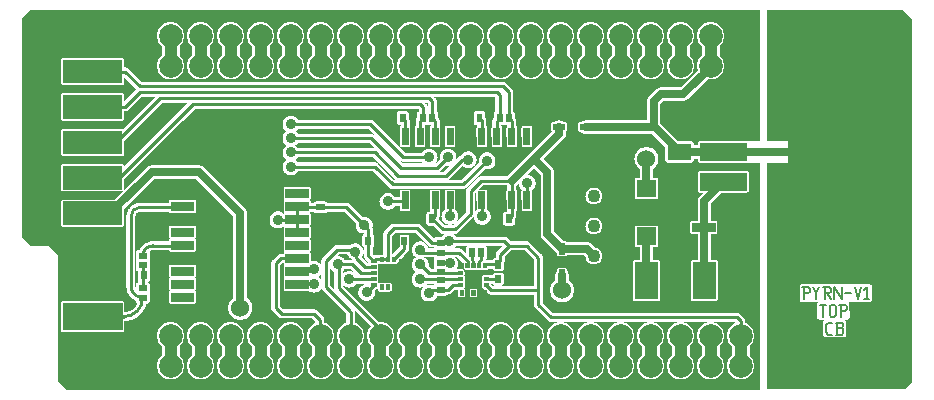
<source format=gbr>
G04 start of page 2 for group 0 idx 0 *
G04 Title: (unknown), top *
G04 Creator: pcb 20140316 *
G04 CreationDate: mer. 15 juil. 2015 12:59:16 GMT UTC *
G04 For: clement *
G04 Format: Gerber/RS-274X *
G04 PCB-Dimensions (mil): 3023.62 1342.52 *
G04 PCB-Coordinate-Origin: lower left *
%MOIN*%
%FSLAX25Y25*%
%LNTOP*%
%ADD37C,0.0217*%
%ADD36C,0.0354*%
%ADD35C,0.0350*%
%ADD34C,0.0200*%
%ADD33C,0.0600*%
%ADD32C,0.0360*%
%ADD31R,0.3543X0.3543*%
%ADD30R,0.0591X0.0591*%
%ADD29R,0.0772X0.0772*%
%ADD28R,0.0598X0.0598*%
%ADD27R,0.0512X0.0512*%
%ADD26R,0.0197X0.0197*%
%ADD25R,0.0902X0.0902*%
%ADD24R,0.0787X0.0787*%
%ADD23R,0.0951X0.0951*%
%ADD22R,0.0157X0.0157*%
%ADD21R,0.0315X0.0315*%
%ADD20R,0.0236X0.0236*%
%ADD19R,0.0197X0.0197*%
%ADD18R,0.0138X0.0138*%
%ADD17C,0.0433*%
%ADD16C,0.0787*%
%ADD15C,0.0060*%
%ADD14C,0.0400*%
%ADD13C,0.0250*%
%ADD12C,0.0100*%
%ADD11C,0.0001*%
G54D11*G36*
X165352Y49091D02*X169654D01*
X172713Y46032D01*
Y37327D01*
X165352D01*
Y49091D01*
G37*
G36*
X234547Y129331D02*X248031D01*
Y85440D01*
X243747D01*
X243701Y85443D01*
X235849Y85440D01*
X235827D01*
X235827Y85440D01*
X234547Y85439D01*
Y107202D01*
X234793Y107412D01*
X235257Y107955D01*
X235630Y108564D01*
X235903Y109224D01*
X236070Y109918D01*
X236112Y110630D01*
X236070Y111342D01*
X235903Y112036D01*
X235630Y112696D01*
X235257Y113305D01*
X234793Y113848D01*
X234575Y114034D01*
Y117226D01*
X234793Y117412D01*
X235257Y117955D01*
X235630Y118564D01*
X235903Y119224D01*
X236070Y119918D01*
X236112Y120630D01*
X236070Y121342D01*
X235903Y122036D01*
X235630Y122696D01*
X235257Y123305D01*
X234793Y123848D01*
X234547Y124058D01*
Y129331D01*
G37*
G36*
Y78339D02*X235827Y78340D01*
X235827Y78340D01*
X248031D01*
Y2362D01*
X234547D01*
Y7202D01*
X234793Y7412D01*
X235257Y7955D01*
X235630Y8564D01*
X235903Y9224D01*
X236070Y9918D01*
X236112Y10630D01*
X236070Y11342D01*
X235903Y12036D01*
X235630Y12696D01*
X235257Y13305D01*
X234793Y13848D01*
X234575Y14034D01*
Y17226D01*
X234793Y17412D01*
X235257Y17955D01*
X235630Y18564D01*
X235903Y19224D01*
X236070Y19918D01*
X236112Y20630D01*
X236070Y21342D01*
X235903Y22036D01*
X235630Y22696D01*
X235257Y23305D01*
X234793Y23848D01*
X234547Y24058D01*
Y25272D01*
X239733D01*
X240075Y24930D01*
Y24919D01*
X239509Y24685D01*
X238900Y24312D01*
X238357Y23848D01*
X237893Y23305D01*
X237520Y22696D01*
X237247Y22036D01*
X237080Y21342D01*
X237024Y20630D01*
X237080Y19918D01*
X237247Y19224D01*
X237520Y18564D01*
X237893Y17955D01*
X238357Y17412D01*
X238575Y17226D01*
Y14034D01*
X238357Y13848D01*
X237893Y13305D01*
X237520Y12696D01*
X237247Y12036D01*
X237080Y11342D01*
X237024Y10630D01*
X237080Y9918D01*
X237247Y9224D01*
X237520Y8564D01*
X237893Y7955D01*
X238357Y7412D01*
X238900Y6948D01*
X239509Y6575D01*
X240168Y6302D01*
X240863Y6135D01*
X241575Y6079D01*
X242287Y6135D01*
X242981Y6302D01*
X243641Y6575D01*
X244250Y6948D01*
X244793Y7412D01*
X245257Y7955D01*
X245630Y8564D01*
X245903Y9224D01*
X246070Y9918D01*
X246112Y10630D01*
X246070Y11342D01*
X245903Y12036D01*
X245630Y12696D01*
X245257Y13305D01*
X244793Y13848D01*
X244575Y14034D01*
Y17226D01*
X244793Y17412D01*
X245257Y17955D01*
X245630Y18564D01*
X245903Y19224D01*
X246070Y19918D01*
X246112Y20630D01*
X246070Y21342D01*
X245903Y22036D01*
X245630Y22696D01*
X245257Y23305D01*
X244793Y23848D01*
X244250Y24312D01*
X243641Y24685D01*
X243075Y24919D01*
Y25492D01*
X243079Y25551D01*
X243061Y25787D01*
X243006Y26016D01*
X242915Y26234D01*
X242792Y26436D01*
X242639Y26615D01*
X242594Y26653D01*
X241457Y27791D01*
X241418Y27836D01*
X241239Y27989D01*
X241037Y28112D01*
X240819Y28203D01*
X240590Y28258D01*
X240590Y28258D01*
X240354Y28276D01*
X240296Y28272D01*
X234547D01*
Y67428D01*
X235459Y68340D01*
X243795Y68343D01*
X243887Y68365D01*
X243974Y68401D01*
X244055Y68450D01*
X244126Y68511D01*
X244188Y68583D01*
X244237Y68664D01*
X244273Y68751D01*
X244295Y68843D01*
X244301Y68937D01*
X244295Y74937D01*
X244273Y75028D01*
X244237Y75116D01*
X244188Y75196D01*
X244126Y75268D01*
X244055Y75329D01*
X243974Y75379D01*
X243887Y75415D01*
X243795Y75437D01*
X243701Y75443D01*
X234547Y75439D01*
Y78339D01*
G37*
G36*
Y85439D02*X227859Y85437D01*
X227767Y85415D01*
X227680Y85379D01*
X227599Y85329D01*
X227527Y85268D01*
X227466Y85196D01*
X227417Y85116D01*
X227380Y85028D01*
X227358Y84937D01*
X227353Y84843D01*
X227353Y84141D01*
X225991D01*
X225991Y84607D01*
X225954Y84760D01*
X225894Y84905D01*
X225811Y85039D01*
X225709Y85159D01*
X225589Y85261D01*
X225455Y85343D01*
X225310Y85404D01*
X225157Y85440D01*
X225000Y85450D01*
X220888Y85445D01*
X214848Y91484D01*
Y97887D01*
X215893Y98931D01*
X222432D01*
X222520Y98924D01*
X222873Y98952D01*
X222873Y98952D01*
X223217Y99035D01*
X223544Y99170D01*
X223846Y99355D01*
X224116Y99585D01*
X224173Y99652D01*
X230696Y106175D01*
X230863Y106135D01*
X231575Y106079D01*
X232287Y106135D01*
X232981Y106302D01*
X233641Y106575D01*
X234250Y106948D01*
X234547Y107202D01*
Y85439D01*
G37*
G36*
Y2362D02*X221568D01*
Y6079D01*
X221575Y6079D01*
X222287Y6135D01*
X222981Y6302D01*
X223641Y6575D01*
X224250Y6948D01*
X224793Y7412D01*
X225257Y7955D01*
X225630Y8564D01*
X225903Y9224D01*
X226070Y9918D01*
X226112Y10630D01*
X226070Y11342D01*
X225903Y12036D01*
X225630Y12696D01*
X225257Y13305D01*
X224793Y13848D01*
X224575Y14034D01*
Y17226D01*
X224793Y17412D01*
X225257Y17955D01*
X225630Y18564D01*
X225903Y19224D01*
X226070Y19918D01*
X226112Y20630D01*
X226070Y21342D01*
X225903Y22036D01*
X225630Y22696D01*
X225257Y23305D01*
X224793Y23848D01*
X224250Y24312D01*
X223641Y24685D01*
X222981Y24958D01*
X222287Y25125D01*
X221575Y25181D01*
X221568Y25180D01*
Y25272D01*
X234547D01*
Y24058D01*
X234250Y24312D01*
X233641Y24685D01*
X232981Y24958D01*
X232287Y25125D01*
X231575Y25181D01*
X230863Y25125D01*
X230168Y24958D01*
X229509Y24685D01*
X228900Y24312D01*
X228357Y23848D01*
X227893Y23305D01*
X227520Y22696D01*
X227247Y22036D01*
X227080Y21342D01*
X227024Y20630D01*
X227080Y19918D01*
X227247Y19224D01*
X227520Y18564D01*
X227893Y17955D01*
X228357Y17412D01*
X228575Y17226D01*
Y14034D01*
X228357Y13848D01*
X227893Y13305D01*
X227520Y12696D01*
X227247Y12036D01*
X227080Y11342D01*
X227024Y10630D01*
X227080Y9918D01*
X227247Y9224D01*
X227520Y8564D01*
X227893Y7955D01*
X228357Y7412D01*
X228900Y6948D01*
X229509Y6575D01*
X230168Y6302D01*
X230863Y6135D01*
X231575Y6079D01*
X232287Y6135D01*
X232981Y6302D01*
X233641Y6575D01*
X234250Y6948D01*
X234547Y7202D01*
Y2362D01*
G37*
G36*
X221568D02*X211568D01*
Y6079D01*
X211575Y6079D01*
X212287Y6135D01*
X212981Y6302D01*
X213641Y6575D01*
X214250Y6948D01*
X214793Y7412D01*
X215257Y7955D01*
X215630Y8564D01*
X215903Y9224D01*
X216070Y9918D01*
X216112Y10630D01*
X216070Y11342D01*
X215903Y12036D01*
X215630Y12696D01*
X215257Y13305D01*
X214793Y13848D01*
X214575Y14034D01*
Y17226D01*
X214793Y17412D01*
X215257Y17955D01*
X215630Y18564D01*
X215903Y19224D01*
X216070Y19918D01*
X216112Y20630D01*
X216070Y21342D01*
X215903Y22036D01*
X215630Y22696D01*
X215257Y23305D01*
X214793Y23848D01*
X214250Y24312D01*
X213641Y24685D01*
X212981Y24958D01*
X212287Y25125D01*
X211575Y25181D01*
X211568Y25180D01*
Y25272D01*
X221568D01*
Y25180D01*
X220863Y25125D01*
X220168Y24958D01*
X219509Y24685D01*
X218900Y24312D01*
X218357Y23848D01*
X217893Y23305D01*
X217520Y22696D01*
X217247Y22036D01*
X217080Y21342D01*
X217024Y20630D01*
X217080Y19918D01*
X217247Y19224D01*
X217520Y18564D01*
X217893Y17955D01*
X218357Y17412D01*
X218575Y17226D01*
Y14034D01*
X218357Y13848D01*
X217893Y13305D01*
X217520Y12696D01*
X217247Y12036D01*
X217080Y11342D01*
X217024Y10630D01*
X217080Y9918D01*
X217247Y9224D01*
X217520Y8564D01*
X217893Y7955D01*
X218357Y7412D01*
X218900Y6948D01*
X219509Y6575D01*
X220168Y6302D01*
X220863Y6135D01*
X221568Y6079D01*
Y2362D01*
G37*
G36*
X211568D02*X201568D01*
Y6079D01*
X201575Y6079D01*
X202287Y6135D01*
X202981Y6302D01*
X203641Y6575D01*
X204250Y6948D01*
X204793Y7412D01*
X205257Y7955D01*
X205630Y8564D01*
X205903Y9224D01*
X206070Y9918D01*
X206112Y10630D01*
X206070Y11342D01*
X205903Y12036D01*
X205630Y12696D01*
X205257Y13305D01*
X204793Y13848D01*
X204575Y14034D01*
Y17226D01*
X204793Y17412D01*
X205257Y17955D01*
X205630Y18564D01*
X205903Y19224D01*
X206070Y19918D01*
X206112Y20630D01*
X206070Y21342D01*
X205903Y22036D01*
X205630Y22696D01*
X205257Y23305D01*
X204793Y23848D01*
X204250Y24312D01*
X203641Y24685D01*
X202981Y24958D01*
X202287Y25125D01*
X201575Y25181D01*
X201568Y25180D01*
Y25272D01*
X211568D01*
Y25180D01*
X210863Y25125D01*
X210168Y24958D01*
X209509Y24685D01*
X208900Y24312D01*
X208357Y23848D01*
X207893Y23305D01*
X207520Y22696D01*
X207247Y22036D01*
X207080Y21342D01*
X207024Y20630D01*
X207080Y19918D01*
X207247Y19224D01*
X207520Y18564D01*
X207893Y17955D01*
X208357Y17412D01*
X208575Y17226D01*
Y14034D01*
X208357Y13848D01*
X207893Y13305D01*
X207520Y12696D01*
X207247Y12036D01*
X207080Y11342D01*
X207024Y10630D01*
X207080Y9918D01*
X207247Y9224D01*
X207520Y8564D01*
X207893Y7955D01*
X208357Y7412D01*
X208900Y6948D01*
X209509Y6575D01*
X210168Y6302D01*
X210863Y6135D01*
X211568Y6079D01*
Y2362D01*
G37*
G36*
X201568D02*X191568D01*
Y6079D01*
X191575Y6079D01*
X192287Y6135D01*
X192981Y6302D01*
X193641Y6575D01*
X194250Y6948D01*
X194793Y7412D01*
X195257Y7955D01*
X195630Y8564D01*
X195903Y9224D01*
X196070Y9918D01*
X196112Y10630D01*
X196070Y11342D01*
X195903Y12036D01*
X195630Y12696D01*
X195257Y13305D01*
X194793Y13848D01*
X194575Y14034D01*
Y17226D01*
X194793Y17412D01*
X195257Y17955D01*
X195630Y18564D01*
X195903Y19224D01*
X196070Y19918D01*
X196112Y20630D01*
X196070Y21342D01*
X195903Y22036D01*
X195630Y22696D01*
X195257Y23305D01*
X194793Y23848D01*
X194250Y24312D01*
X193641Y24685D01*
X192981Y24958D01*
X192287Y25125D01*
X191575Y25181D01*
X191568Y25180D01*
Y25272D01*
X201568D01*
Y25180D01*
X200863Y25125D01*
X200168Y24958D01*
X199509Y24685D01*
X198900Y24312D01*
X198357Y23848D01*
X197893Y23305D01*
X197520Y22696D01*
X197247Y22036D01*
X197080Y21342D01*
X197024Y20630D01*
X197080Y19918D01*
X197247Y19224D01*
X197520Y18564D01*
X197893Y17955D01*
X198357Y17412D01*
X198575Y17226D01*
Y14034D01*
X198357Y13848D01*
X197893Y13305D01*
X197520Y12696D01*
X197247Y12036D01*
X197080Y11342D01*
X197024Y10630D01*
X197080Y9918D01*
X197247Y9224D01*
X197520Y8564D01*
X197893Y7955D01*
X198357Y7412D01*
X198900Y6948D01*
X199509Y6575D01*
X200168Y6302D01*
X200863Y6135D01*
X201568Y6079D01*
Y2362D01*
G37*
G36*
X191568D02*X181568D01*
Y6079D01*
X181575Y6079D01*
X182287Y6135D01*
X182981Y6302D01*
X183641Y6575D01*
X184250Y6948D01*
X184793Y7412D01*
X185257Y7955D01*
X185630Y8564D01*
X185903Y9224D01*
X186070Y9918D01*
X186112Y10630D01*
X186070Y11342D01*
X185903Y12036D01*
X185630Y12696D01*
X185257Y13305D01*
X184793Y13848D01*
X184575Y14034D01*
Y17226D01*
X184793Y17412D01*
X185257Y17955D01*
X185630Y18564D01*
X185903Y19224D01*
X186070Y19918D01*
X186112Y20630D01*
X186070Y21342D01*
X185903Y22036D01*
X185630Y22696D01*
X185257Y23305D01*
X184793Y23848D01*
X184250Y24312D01*
X183641Y24685D01*
X182981Y24958D01*
X182287Y25125D01*
X181575Y25181D01*
X181568Y25180D01*
Y25272D01*
X191568D01*
Y25180D01*
X190863Y25125D01*
X190168Y24958D01*
X189509Y24685D01*
X188900Y24312D01*
X188357Y23848D01*
X187893Y23305D01*
X187520Y22696D01*
X187247Y22036D01*
X187080Y21342D01*
X187024Y20630D01*
X187080Y19918D01*
X187247Y19224D01*
X187520Y18564D01*
X187893Y17955D01*
X188357Y17412D01*
X188575Y17226D01*
Y14034D01*
X188357Y13848D01*
X187893Y13305D01*
X187520Y12696D01*
X187247Y12036D01*
X187080Y11342D01*
X187024Y10630D01*
X187080Y9918D01*
X187247Y9224D01*
X187520Y8564D01*
X187893Y7955D01*
X188357Y7412D01*
X188900Y6948D01*
X189509Y6575D01*
X190168Y6302D01*
X190863Y6135D01*
X191568Y6079D01*
Y2362D01*
G37*
G36*
X181568D02*X171568D01*
Y6079D01*
X171575Y6079D01*
X172287Y6135D01*
X172981Y6302D01*
X173641Y6575D01*
X174250Y6948D01*
X174793Y7412D01*
X175257Y7955D01*
X175630Y8564D01*
X175903Y9224D01*
X176070Y9918D01*
X176112Y10630D01*
X176070Y11342D01*
X175903Y12036D01*
X175630Y12696D01*
X175257Y13305D01*
X174793Y13848D01*
X174575Y14034D01*
Y17226D01*
X174793Y17412D01*
X175257Y17955D01*
X175630Y18564D01*
X175903Y19224D01*
X176070Y19918D01*
X176112Y20630D01*
X176070Y21342D01*
X175903Y22036D01*
X175630Y22696D01*
X175257Y23305D01*
X174793Y23848D01*
X174250Y24312D01*
X173641Y24685D01*
X172981Y24958D01*
X172287Y25125D01*
X171575Y25181D01*
X171568Y25180D01*
Y34327D01*
X172713D01*
Y30964D01*
X172708Y30906D01*
X172726Y30670D01*
X172782Y30441D01*
X172872Y30222D01*
X172995Y30021D01*
X173149Y29842D01*
X173194Y29803D01*
X177244Y25753D01*
X177283Y25708D01*
X177462Y25554D01*
X177663Y25431D01*
X177882Y25341D01*
X178111Y25286D01*
X178346Y25267D01*
X178405Y25272D01*
X181568D01*
Y25180D01*
X180863Y25125D01*
X180168Y24958D01*
X179509Y24685D01*
X178900Y24312D01*
X178357Y23848D01*
X177893Y23305D01*
X177520Y22696D01*
X177247Y22036D01*
X177080Y21342D01*
X177024Y20630D01*
X177080Y19918D01*
X177247Y19224D01*
X177520Y18564D01*
X177893Y17955D01*
X178357Y17412D01*
X178575Y17226D01*
Y14034D01*
X178357Y13848D01*
X177893Y13305D01*
X177520Y12696D01*
X177247Y12036D01*
X177080Y11342D01*
X177024Y10630D01*
X177080Y9918D01*
X177247Y9224D01*
X177520Y8564D01*
X177893Y7955D01*
X178357Y7412D01*
X178900Y6948D01*
X179509Y6575D01*
X180168Y6302D01*
X180863Y6135D01*
X181568Y6079D01*
Y2362D01*
G37*
G36*
X171568D02*X165352D01*
Y8111D01*
X165630Y8564D01*
X165903Y9224D01*
X166070Y9918D01*
X166112Y10630D01*
X166070Y11342D01*
X165903Y12036D01*
X165630Y12696D01*
X165352Y13149D01*
Y18111D01*
X165630Y18564D01*
X165903Y19224D01*
X166070Y19918D01*
X166112Y20630D01*
X166070Y21342D01*
X165903Y22036D01*
X165630Y22696D01*
X165352Y23149D01*
Y34327D01*
X171568D01*
Y25180D01*
X170863Y25125D01*
X170168Y24958D01*
X169509Y24685D01*
X168900Y24312D01*
X168357Y23848D01*
X167893Y23305D01*
X167520Y22696D01*
X167247Y22036D01*
X167080Y21342D01*
X167024Y20630D01*
X167080Y19918D01*
X167247Y19224D01*
X167520Y18564D01*
X167893Y17955D01*
X168357Y17412D01*
X168575Y17226D01*
Y14034D01*
X168357Y13848D01*
X167893Y13305D01*
X167520Y12696D01*
X167247Y12036D01*
X167080Y11342D01*
X167024Y10630D01*
X167080Y9918D01*
X167247Y9224D01*
X167520Y8564D01*
X167893Y7955D01*
X168357Y7412D01*
X168900Y6948D01*
X169509Y6575D01*
X170168Y6302D01*
X170863Y6135D01*
X171568Y6079D01*
Y2362D01*
G37*
G36*
X221568Y129331D02*X234547D01*
Y124058D01*
X234250Y124312D01*
X233641Y124685D01*
X232981Y124958D01*
X232287Y125125D01*
X231575Y125181D01*
X230863Y125125D01*
X230168Y124958D01*
X229509Y124685D01*
X228900Y124312D01*
X228357Y123848D01*
X227893Y123305D01*
X227520Y122696D01*
X227247Y122036D01*
X227080Y121342D01*
X227024Y120630D01*
X227080Y119918D01*
X227247Y119224D01*
X227520Y118564D01*
X227893Y117955D01*
X228357Y117412D01*
X228575Y117226D01*
Y114034D01*
X228357Y113848D01*
X227893Y113305D01*
X227520Y112696D01*
X227247Y112036D01*
X227080Y111342D01*
X227024Y110630D01*
X227080Y109918D01*
X227247Y109224D01*
X227286Y109129D01*
X221588Y103431D01*
X221568D01*
Y106079D01*
X221575Y106079D01*
X222287Y106135D01*
X222981Y106302D01*
X223641Y106575D01*
X224250Y106948D01*
X224793Y107412D01*
X225257Y107955D01*
X225630Y108564D01*
X225903Y109224D01*
X226070Y109918D01*
X226112Y110630D01*
X226070Y111342D01*
X225903Y112036D01*
X225630Y112696D01*
X225257Y113305D01*
X224793Y113848D01*
X224575Y114034D01*
Y117226D01*
X224793Y117412D01*
X225257Y117955D01*
X225630Y118564D01*
X225903Y119224D01*
X226070Y119918D01*
X226112Y120630D01*
X226070Y121342D01*
X225903Y122036D01*
X225630Y122696D01*
X225257Y123305D01*
X224793Y123848D01*
X224250Y124312D01*
X223641Y124685D01*
X222981Y124958D01*
X222287Y125125D01*
X221575Y125181D01*
X221568Y125180D01*
Y129331D01*
G37*
G36*
X211568D02*X221568D01*
Y125180D01*
X220863Y125125D01*
X220168Y124958D01*
X219509Y124685D01*
X218900Y124312D01*
X218357Y123848D01*
X217893Y123305D01*
X217520Y122696D01*
X217247Y122036D01*
X217080Y121342D01*
X217024Y120630D01*
X217080Y119918D01*
X217247Y119224D01*
X217520Y118564D01*
X217893Y117955D01*
X218357Y117412D01*
X218575Y117226D01*
Y114034D01*
X218357Y113848D01*
X217893Y113305D01*
X217520Y112696D01*
X217247Y112036D01*
X217080Y111342D01*
X217024Y110630D01*
X217080Y109918D01*
X217247Y109224D01*
X217520Y108564D01*
X217893Y107955D01*
X218357Y107412D01*
X218900Y106948D01*
X219509Y106575D01*
X220168Y106302D01*
X220863Y106135D01*
X221568Y106079D01*
Y103431D01*
X215049D01*
X214961Y103438D01*
X214608Y103410D01*
X214263Y103328D01*
X213936Y103192D01*
X213634Y103007D01*
X213634Y103007D01*
X213365Y102777D01*
X213307Y102710D01*
X211568Y100970D01*
Y106079D01*
X211575Y106079D01*
X212287Y106135D01*
X212981Y106302D01*
X213641Y106575D01*
X214250Y106948D01*
X214793Y107412D01*
X215257Y107955D01*
X215630Y108564D01*
X215903Y109224D01*
X216070Y109918D01*
X216112Y110630D01*
X216070Y111342D01*
X215903Y112036D01*
X215630Y112696D01*
X215257Y113305D01*
X214793Y113848D01*
X214575Y114034D01*
Y117226D01*
X214793Y117412D01*
X215257Y117955D01*
X215630Y118564D01*
X215903Y119224D01*
X216070Y119918D01*
X216112Y120630D01*
X216070Y121342D01*
X215903Y122036D01*
X215630Y122696D01*
X215257Y123305D01*
X214793Y123848D01*
X214250Y124312D01*
X213641Y124685D01*
X212981Y124958D01*
X212287Y125125D01*
X211575Y125181D01*
X211568Y125180D01*
Y129331D01*
G37*
G36*
X201568D02*X211568D01*
Y125180D01*
X210863Y125125D01*
X210168Y124958D01*
X209509Y124685D01*
X208900Y124312D01*
X208357Y123848D01*
X207893Y123305D01*
X207520Y122696D01*
X207247Y122036D01*
X207080Y121342D01*
X207024Y120630D01*
X207080Y119918D01*
X207247Y119224D01*
X207520Y118564D01*
X207893Y117955D01*
X208357Y117412D01*
X208575Y117226D01*
Y114034D01*
X208357Y113848D01*
X207893Y113305D01*
X207520Y112696D01*
X207247Y112036D01*
X207080Y111342D01*
X207024Y110630D01*
X207080Y109918D01*
X207247Y109224D01*
X207520Y108564D01*
X207893Y107955D01*
X208357Y107412D01*
X208900Y106948D01*
X209509Y106575D01*
X210168Y106302D01*
X210863Y106135D01*
X211568Y106079D01*
Y100970D01*
X211070Y100472D01*
X211003Y100415D01*
X210773Y100145D01*
X210587Y99844D01*
X210452Y99516D01*
X210369Y99172D01*
X210369Y99172D01*
X210341Y98819D01*
X210348Y98731D01*
Y92407D01*
X201568D01*
Y106079D01*
X201575Y106079D01*
X202287Y106135D01*
X202981Y106302D01*
X203641Y106575D01*
X204250Y106948D01*
X204793Y107412D01*
X205257Y107955D01*
X205630Y108564D01*
X205903Y109224D01*
X206070Y109918D01*
X206112Y110630D01*
X206070Y111342D01*
X205903Y112036D01*
X205630Y112696D01*
X205257Y113305D01*
X204793Y113848D01*
X204575Y114034D01*
Y117226D01*
X204793Y117412D01*
X205257Y117955D01*
X205630Y118564D01*
X205903Y119224D01*
X206070Y119918D01*
X206112Y120630D01*
X206070Y121342D01*
X205903Y122036D01*
X205630Y122696D01*
X205257Y123305D01*
X204793Y123848D01*
X204250Y124312D01*
X203641Y124685D01*
X202981Y124958D01*
X202287Y125125D01*
X201575Y125181D01*
X201568Y125180D01*
Y129331D01*
G37*
G36*
X216522Y83447D02*X216529Y79175D01*
X216566Y79022D01*
X216626Y78876D01*
X216708Y78742D01*
X216811Y78622D01*
X216930Y78520D01*
X217064Y78438D01*
X217210Y78378D01*
X217363Y78341D01*
X217520Y78332D01*
X225157Y78341D01*
X225310Y78378D01*
X225455Y78438D01*
X225589Y78520D01*
X225709Y78622D01*
X225811Y78742D01*
X225894Y78876D01*
X225954Y79022D01*
X225991Y79175D01*
X226000Y79332D01*
X225999Y79641D01*
X227358D01*
X227358Y78843D01*
X227380Y78751D01*
X227417Y78664D01*
X227466Y78583D01*
X227527Y78511D01*
X227599Y78450D01*
X227680Y78401D01*
X227767Y78365D01*
X227859Y78343D01*
X227953Y78337D01*
X234547Y78339D01*
Y75439D01*
X227859Y75437D01*
X227767Y75415D01*
X227680Y75379D01*
X227599Y75329D01*
X227527Y75268D01*
X227466Y75196D01*
X227417Y75116D01*
X227380Y75028D01*
X227358Y74937D01*
X227353Y74843D01*
X227358Y68843D01*
X227380Y68751D01*
X227417Y68664D01*
X227466Y68583D01*
X227527Y68511D01*
X227599Y68450D01*
X227680Y68401D01*
X227767Y68365D01*
X227859Y68343D01*
X227953Y68337D01*
X229092Y68337D01*
X227999Y67244D01*
X227932Y67186D01*
X227702Y66917D01*
X227517Y66615D01*
X227381Y66288D01*
X227298Y65944D01*
X227298Y65943D01*
Y65943D01*
X227271Y65591D01*
X227278Y65502D01*
Y58864D01*
X225300Y58862D01*
X225208Y58840D01*
X225120Y58804D01*
X225040Y58755D01*
X224968Y58693D01*
X224907Y58621D01*
X224857Y58541D01*
X224821Y58454D01*
X224799Y58362D01*
X224794Y58268D01*
X224799Y55024D01*
X224821Y54932D01*
X224857Y54845D01*
X224907Y54764D01*
X224968Y54693D01*
X225040Y54631D01*
X225120Y54582D01*
X225208Y54546D01*
X225300Y54524D01*
X225394Y54518D01*
X227278Y54519D01*
Y45793D01*
X225575Y45791D01*
X225483Y45769D01*
X225396Y45733D01*
X225316Y45684D01*
X225244Y45622D01*
X225182Y45551D01*
X225133Y45470D01*
X225097Y45383D01*
X225075Y45291D01*
X225069Y45197D01*
X225075Y32662D01*
X225097Y32570D01*
X225133Y32483D01*
X225182Y32402D01*
X225244Y32330D01*
X225316Y32269D01*
X225396Y32220D01*
X225483Y32184D01*
X225575Y32161D01*
X225669Y32156D01*
X233480Y32161D01*
X233572Y32184D01*
X233659Y32220D01*
X233740Y32269D01*
X233811Y32330D01*
X233873Y32402D01*
X233922Y32483D01*
X233958Y32570D01*
X233980Y32662D01*
X233986Y32756D01*
X233980Y45291D01*
X233958Y45383D01*
X233922Y45470D01*
X233873Y45551D01*
X233811Y45622D01*
X233740Y45684D01*
X233659Y45733D01*
X233572Y45769D01*
X233480Y45791D01*
X233386Y45797D01*
X231778Y45796D01*
Y54523D01*
X233362Y54524D01*
X233454Y54546D01*
X233541Y54582D01*
X233621Y54631D01*
X233693Y54693D01*
X233755Y54764D01*
X233804Y54845D01*
X233840Y54932D01*
X233862Y55024D01*
X233868Y55118D01*
X233862Y58362D01*
X233840Y58454D01*
X233804Y58541D01*
X233755Y58621D01*
X233693Y58693D01*
X233621Y58755D01*
X233541Y58804D01*
X233454Y58840D01*
X233362Y58862D01*
X233268Y58868D01*
X231778Y58867D01*
Y64659D01*
X234547Y67428D01*
Y28272D01*
X210236D01*
Y32159D01*
X214189Y32161D01*
X214280Y32184D01*
X214368Y32220D01*
X214448Y32269D01*
X214520Y32330D01*
X214581Y32402D01*
X214631Y32483D01*
X214667Y32570D01*
X214689Y32662D01*
X214694Y32756D01*
X214689Y45291D01*
X214667Y45383D01*
X214631Y45470D01*
X214581Y45551D01*
X214520Y45622D01*
X214448Y45684D01*
X214368Y45733D01*
X214280Y45769D01*
X214189Y45791D01*
X214094Y45797D01*
X212486Y45796D01*
Y50113D01*
X213637Y50114D01*
X213729Y50136D01*
X213817Y50172D01*
X213897Y50222D01*
X213969Y50283D01*
X214030Y50355D01*
X214080Y50435D01*
X214116Y50523D01*
X214138Y50615D01*
X214143Y50709D01*
X214138Y56787D01*
X214116Y56879D01*
X214080Y56966D01*
X214030Y57047D01*
X213969Y57118D01*
X213897Y57180D01*
X213817Y57229D01*
X213729Y57265D01*
X213637Y57287D01*
X213543Y57293D01*
X210236Y57290D01*
Y66096D01*
X213637Y66098D01*
X213729Y66121D01*
X213817Y66157D01*
X213897Y66206D01*
X213969Y66267D01*
X214030Y66339D01*
X214080Y66420D01*
X214116Y66507D01*
X214138Y66599D01*
X214143Y66693D01*
X214138Y72771D01*
X214116Y72863D01*
X214080Y72950D01*
X214030Y73031D01*
X213969Y73103D01*
X213897Y73164D01*
X213817Y73213D01*
X213729Y73250D01*
X213637Y73272D01*
X213543Y73277D01*
X212486Y73276D01*
Y76215D01*
X212595Y76282D01*
X213073Y76690D01*
X213482Y77169D01*
X213811Y77706D01*
X214052Y78288D01*
X214199Y78900D01*
X214236Y79528D01*
X214199Y80155D01*
X214052Y80767D01*
X213811Y81349D01*
X213482Y81886D01*
X213073Y82365D01*
X212595Y82774D01*
X212058Y83103D01*
X211476Y83344D01*
X210864Y83490D01*
X210236Y83540D01*
Y87907D01*
X212061D01*
X216522Y83447D01*
G37*
G36*
X210236Y28272D02*X201568D01*
Y87907D01*
X210236D01*
Y83540D01*
X209609Y83490D01*
X208996Y83344D01*
X208415Y83103D01*
X207878Y82774D01*
X207399Y82365D01*
X206990Y81886D01*
X206661Y81349D01*
X206420Y80767D01*
X206273Y80155D01*
X206224Y79528D01*
X206273Y78900D01*
X206420Y78288D01*
X206661Y77706D01*
X206990Y77169D01*
X207399Y76690D01*
X207878Y76282D01*
X207986Y76215D01*
Y73273D01*
X206835Y73272D01*
X206743Y73250D01*
X206656Y73213D01*
X206575Y73164D01*
X206504Y73103D01*
X206442Y73031D01*
X206393Y72950D01*
X206357Y72863D01*
X206335Y72771D01*
X206329Y72677D01*
X206335Y66599D01*
X206357Y66507D01*
X206393Y66420D01*
X206442Y66339D01*
X206504Y66267D01*
X206575Y66206D01*
X206656Y66157D01*
X206743Y66121D01*
X206835Y66098D01*
X206929Y66093D01*
X210236Y66096D01*
Y57290D01*
X206835Y57287D01*
X206743Y57265D01*
X206656Y57229D01*
X206575Y57180D01*
X206504Y57118D01*
X206442Y57047D01*
X206393Y56966D01*
X206357Y56879D01*
X206335Y56787D01*
X206329Y56693D01*
X206335Y50615D01*
X206357Y50523D01*
X206393Y50435D01*
X206442Y50355D01*
X206504Y50283D01*
X206575Y50222D01*
X206656Y50172D01*
X206743Y50136D01*
X206835Y50114D01*
X206929Y50109D01*
X207986Y50110D01*
Y45793D01*
X206284Y45791D01*
X206192Y45769D01*
X206105Y45733D01*
X206024Y45684D01*
X205952Y45622D01*
X205891Y45551D01*
X205842Y45470D01*
X205806Y45383D01*
X205784Y45291D01*
X205778Y45197D01*
X205784Y32662D01*
X205806Y32570D01*
X205842Y32483D01*
X205891Y32402D01*
X205952Y32330D01*
X206024Y32269D01*
X206105Y32220D01*
X206192Y32184D01*
X206284Y32161D01*
X206378Y32156D01*
X210236Y32159D01*
Y28272D01*
G37*
G36*
X191568Y129331D02*X201568D01*
Y125180D01*
X200863Y125125D01*
X200168Y124958D01*
X199509Y124685D01*
X198900Y124312D01*
X198357Y123848D01*
X197893Y123305D01*
X197520Y122696D01*
X197247Y122036D01*
X197080Y121342D01*
X197024Y120630D01*
X197080Y119918D01*
X197247Y119224D01*
X197520Y118564D01*
X197893Y117955D01*
X198357Y117412D01*
X198575Y117226D01*
Y114034D01*
X198357Y113848D01*
X197893Y113305D01*
X197520Y112696D01*
X197247Y112036D01*
X197080Y111342D01*
X197024Y110630D01*
X197080Y109918D01*
X197247Y109224D01*
X197520Y108564D01*
X197893Y107955D01*
X198357Y107412D01*
X198900Y106948D01*
X199509Y106575D01*
X200168Y106302D01*
X200863Y106135D01*
X201568Y106079D01*
Y92407D01*
X191568D01*
Y106079D01*
X191575Y106079D01*
X192287Y106135D01*
X192981Y106302D01*
X193641Y106575D01*
X194250Y106948D01*
X194793Y107412D01*
X195257Y107955D01*
X195630Y108564D01*
X195903Y109224D01*
X196070Y109918D01*
X196112Y110630D01*
X196070Y111342D01*
X195903Y112036D01*
X195630Y112696D01*
X195257Y113305D01*
X194793Y113848D01*
X194575Y114034D01*
Y117226D01*
X194793Y117412D01*
X195257Y117955D01*
X195630Y118564D01*
X195903Y119224D01*
X196070Y119918D01*
X196112Y120630D01*
X196070Y121342D01*
X195903Y122036D01*
X195630Y122696D01*
X195257Y123305D01*
X194793Y123848D01*
X194250Y124312D01*
X193641Y124685D01*
X192981Y124958D01*
X192287Y125125D01*
X191575Y125181D01*
X191568Y125180D01*
Y129331D01*
G37*
G36*
X201568Y28272D02*X191568D01*
Y44710D01*
X191820Y44606D01*
X192243Y44504D01*
X192677Y44470D01*
X193111Y44504D01*
X193534Y44606D01*
X193936Y44773D01*
X194308Y45000D01*
X194639Y45283D01*
X194921Y45614D01*
X195149Y45985D01*
X195315Y46387D01*
X195417Y46810D01*
X195443Y47244D01*
X195417Y47678D01*
X195315Y48101D01*
X195149Y48503D01*
X194921Y48875D01*
X194639Y49206D01*
X194308Y49488D01*
X193936Y49716D01*
X193534Y49882D01*
X193122Y49981D01*
X191968Y51135D01*
X191911Y51202D01*
X191642Y51432D01*
X191568Y51477D01*
Y54710D01*
X191820Y54606D01*
X192243Y54504D01*
X192677Y54470D01*
X193111Y54504D01*
X193534Y54606D01*
X193936Y54773D01*
X194308Y55000D01*
X194639Y55283D01*
X194921Y55614D01*
X195149Y55985D01*
X195315Y56387D01*
X195417Y56810D01*
X195443Y57244D01*
X195417Y57678D01*
X195315Y58101D01*
X195149Y58503D01*
X194921Y58875D01*
X194639Y59206D01*
X194308Y59488D01*
X193936Y59716D01*
X193534Y59882D01*
X193111Y59984D01*
X192677Y60018D01*
X192243Y59984D01*
X191820Y59882D01*
X191568Y59778D01*
Y64710D01*
X191820Y64606D01*
X192243Y64504D01*
X192677Y64470D01*
X193111Y64504D01*
X193534Y64606D01*
X193936Y64773D01*
X194308Y65000D01*
X194639Y65283D01*
X194921Y65614D01*
X195149Y65985D01*
X195315Y66387D01*
X195417Y66810D01*
X195443Y67244D01*
X195417Y67678D01*
X195315Y68101D01*
X195149Y68503D01*
X194921Y68875D01*
X194639Y69206D01*
X194308Y69488D01*
X193936Y69716D01*
X193534Y69882D01*
X193111Y69984D01*
X192677Y70018D01*
X192243Y69984D01*
X191820Y69882D01*
X191568Y69778D01*
Y87907D01*
X201568D01*
Y28272D01*
G37*
G36*
X191568Y51477D02*X191340Y51617D01*
X191012Y51753D01*
X190668Y51835D01*
X190668Y51835D01*
X190315Y51863D01*
X190227Y51856D01*
X183602D01*
X183558Y51929D01*
X183496Y52000D01*
X183425Y52062D01*
X183344Y52111D01*
X183257Y52147D01*
X183165Y52169D01*
X183071Y52175D01*
X182701Y52174D01*
X181568Y53307D01*
Y85276D01*
X182631Y86339D01*
X182698Y86396D01*
X182928Y86665D01*
X182928Y86666D01*
X183113Y86967D01*
X183249Y87295D01*
X183332Y87639D01*
X183359Y87992D01*
X183352Y88080D01*
Y88681D01*
X183425Y88726D01*
X183496Y88787D01*
X183558Y88859D01*
X183607Y88939D01*
X183643Y89027D01*
X183665Y89118D01*
X183671Y89213D01*
X183665Y91275D01*
X183643Y91367D01*
X183607Y91454D01*
X183558Y91535D01*
X183496Y91607D01*
X183425Y91668D01*
X183344Y91717D01*
X183257Y91754D01*
X183165Y91776D01*
X183071Y91781D01*
X182709Y91781D01*
X182698Y91793D01*
X182429Y92023D01*
X182127Y92208D01*
X181800Y92343D01*
X181568Y92399D01*
Y106079D01*
X181575Y106079D01*
X182287Y106135D01*
X182981Y106302D01*
X183641Y106575D01*
X184250Y106948D01*
X184793Y107412D01*
X185257Y107955D01*
X185630Y108564D01*
X185903Y109224D01*
X186070Y109918D01*
X186112Y110630D01*
X186070Y111342D01*
X185903Y112036D01*
X185630Y112696D01*
X185257Y113305D01*
X184793Y113848D01*
X184575Y114034D01*
Y117226D01*
X184793Y117412D01*
X185257Y117955D01*
X185630Y118564D01*
X185903Y119224D01*
X186070Y119918D01*
X186112Y120630D01*
X186070Y121342D01*
X185903Y122036D01*
X185630Y122696D01*
X185257Y123305D01*
X184793Y123848D01*
X184250Y124312D01*
X183641Y124685D01*
X182981Y124958D01*
X182287Y125125D01*
X181575Y125181D01*
X181568Y125180D01*
Y129331D01*
X191568D01*
Y125180D01*
X190863Y125125D01*
X190168Y124958D01*
X189509Y124685D01*
X188900Y124312D01*
X188357Y123848D01*
X187893Y123305D01*
X187520Y122696D01*
X187247Y122036D01*
X187080Y121342D01*
X187024Y120630D01*
X187080Y119918D01*
X187247Y119224D01*
X187520Y118564D01*
X187893Y117955D01*
X188357Y117412D01*
X188575Y117226D01*
Y114034D01*
X188357Y113848D01*
X187893Y113305D01*
X187520Y112696D01*
X187247Y112036D01*
X187080Y111342D01*
X187024Y110630D01*
X187080Y109918D01*
X187247Y109224D01*
X187520Y108564D01*
X187893Y107955D01*
X188357Y107412D01*
X188900Y106948D01*
X189509Y106575D01*
X190168Y106302D01*
X190863Y106135D01*
X191568Y106079D01*
Y92407D01*
X190391D01*
X190314Y92426D01*
X189961Y92454D01*
X189608Y92426D01*
X189263Y92343D01*
X188936Y92208D01*
X188634Y92023D01*
X188365Y91793D01*
X188351Y91776D01*
X187898Y91776D01*
X187806Y91754D01*
X187719Y91717D01*
X187638Y91668D01*
X187567Y91607D01*
X187505Y91535D01*
X187456Y91454D01*
X187420Y91367D01*
X187398Y91275D01*
X187392Y91181D01*
X187398Y89118D01*
X187420Y89027D01*
X187456Y88939D01*
X187505Y88859D01*
X187567Y88787D01*
X187638Y88726D01*
X187719Y88676D01*
X187806Y88640D01*
X187898Y88618D01*
X187992Y88613D01*
X188360Y88613D01*
X188404Y88562D01*
X188673Y88332D01*
X188673Y88332D01*
X188975Y88147D01*
X189303Y88011D01*
X189647Y87928D01*
X190000Y87901D01*
X190088Y87907D01*
X191568D01*
Y69778D01*
X191418Y69716D01*
X191047Y69488D01*
X190716Y69206D01*
X190433Y68875D01*
X190206Y68503D01*
X190039Y68101D01*
X189937Y67678D01*
X189903Y67244D01*
X189937Y66810D01*
X190039Y66387D01*
X190206Y65985D01*
X190433Y65614D01*
X190716Y65283D01*
X191047Y65000D01*
X191418Y64773D01*
X191568Y64710D01*
Y59778D01*
X191418Y59716D01*
X191047Y59488D01*
X190716Y59206D01*
X190433Y58875D01*
X190206Y58503D01*
X190039Y58101D01*
X189937Y57678D01*
X189903Y57244D01*
X189937Y56810D01*
X190039Y56387D01*
X190206Y55985D01*
X190433Y55614D01*
X190716Y55283D01*
X191047Y55000D01*
X191418Y54773D01*
X191568Y54710D01*
Y51477D01*
G37*
G36*
X181568Y92399D02*X181455Y92426D01*
X181102Y92454D01*
X180749Y92426D01*
X180405Y92343D01*
X180078Y92208D01*
X179776Y92023D01*
X179506Y91793D01*
X179492Y91776D01*
X179040Y91776D01*
X178948Y91754D01*
X178861Y91717D01*
X178780Y91668D01*
X178708Y91607D01*
X178647Y91535D01*
X178598Y91454D01*
X178561Y91367D01*
X178539Y91275D01*
X178534Y91181D01*
X178539Y89118D01*
X178561Y89027D01*
X178598Y88939D01*
X178647Y88859D01*
X178708Y88787D01*
X178712Y88784D01*
X171568Y81640D01*
Y83461D01*
X171630Y83461D01*
X171721Y83483D01*
X171809Y83519D01*
X171889Y83568D01*
X171961Y83630D01*
X172022Y83701D01*
X172072Y83782D01*
X172108Y83869D01*
X172130Y83961D01*
X172135Y84055D01*
X172130Y90055D01*
X172108Y90147D01*
X172072Y90234D01*
X172022Y90314D01*
X171961Y90386D01*
X171889Y90448D01*
X171809Y90497D01*
X171721Y90533D01*
X171630Y90555D01*
X171568Y90559D01*
Y106079D01*
X171575Y106079D01*
X172287Y106135D01*
X172981Y106302D01*
X173641Y106575D01*
X174250Y106948D01*
X174793Y107412D01*
X175257Y107955D01*
X175630Y108564D01*
X175903Y109224D01*
X176070Y109918D01*
X176112Y110630D01*
X176070Y111342D01*
X175903Y112036D01*
X175630Y112696D01*
X175257Y113305D01*
X174793Y113848D01*
X174575Y114034D01*
Y117226D01*
X174793Y117412D01*
X175257Y117955D01*
X175630Y118564D01*
X175903Y119224D01*
X176070Y119918D01*
X176112Y120630D01*
X176070Y121342D01*
X175903Y122036D01*
X175630Y122696D01*
X175257Y123305D01*
X174793Y123848D01*
X174250Y124312D01*
X173641Y124685D01*
X172981Y124958D01*
X172287Y125125D01*
X171575Y125181D01*
X171568Y125180D01*
Y129331D01*
X181568D01*
Y125180D01*
X180863Y125125D01*
X180168Y124958D01*
X179509Y124685D01*
X178900Y124312D01*
X178357Y123848D01*
X177893Y123305D01*
X177520Y122696D01*
X177247Y122036D01*
X177080Y121342D01*
X177024Y120630D01*
X177080Y119918D01*
X177247Y119224D01*
X177520Y118564D01*
X177893Y117955D01*
X178357Y117412D01*
X178575Y117226D01*
Y114034D01*
X178357Y113848D01*
X177893Y113305D01*
X177520Y112696D01*
X177247Y112036D01*
X177080Y111342D01*
X177024Y110630D01*
X177080Y109918D01*
X177247Y109224D01*
X177520Y108564D01*
X177893Y107955D01*
X178357Y107412D01*
X178900Y106948D01*
X179509Y106575D01*
X180168Y106302D01*
X180863Y106135D01*
X181568Y106079D01*
Y92399D01*
G37*
G36*
X171568Y81640D02*X171208Y81279D01*
X171140Y81222D01*
X171083Y81155D01*
X165352Y75424D01*
Y83458D01*
X166630Y83461D01*
X166721Y83483D01*
X166809Y83519D01*
X166889Y83568D01*
X166961Y83630D01*
X167022Y83701D01*
X167072Y83782D01*
X167108Y83869D01*
X167130Y83961D01*
X167135Y84055D01*
X167130Y90055D01*
X167108Y90147D01*
X167072Y90234D01*
X167022Y90314D01*
X166961Y90386D01*
X166889Y90448D01*
X166854Y90469D01*
Y92125D01*
X166859Y92184D01*
X166840Y92419D01*
X166840Y92420D01*
X166785Y92649D01*
X166695Y92867D01*
X166572Y93069D01*
X166418Y93248D01*
X166407Y93257D01*
X166403Y94644D01*
X166366Y94797D01*
X166306Y94943D01*
X166224Y95077D01*
X166122Y95197D01*
X166002Y95299D01*
X165870Y95380D01*
Y101713D01*
X165875Y101772D01*
X165856Y102007D01*
X165801Y102237D01*
X165711Y102455D01*
X165587Y102656D01*
X165434Y102836D01*
X165389Y102874D01*
X165352Y102911D01*
Y108111D01*
X165630Y108564D01*
X165903Y109224D01*
X166070Y109918D01*
X166112Y110630D01*
X166070Y111342D01*
X165903Y112036D01*
X165630Y112696D01*
X165352Y113149D01*
Y118111D01*
X165630Y118564D01*
X165903Y119224D01*
X166070Y119918D01*
X166112Y120630D01*
X166070Y121342D01*
X165903Y122036D01*
X165630Y122696D01*
X165352Y123149D01*
Y129331D01*
X171568D01*
Y125180D01*
X170863Y125125D01*
X170168Y124958D01*
X169509Y124685D01*
X168900Y124312D01*
X168357Y123848D01*
X167893Y123305D01*
X167520Y122696D01*
X167247Y122036D01*
X167080Y121342D01*
X167024Y120630D01*
X167080Y119918D01*
X167247Y119224D01*
X167520Y118564D01*
X167893Y117955D01*
X168357Y117412D01*
X168575Y117226D01*
Y114034D01*
X168357Y113848D01*
X167893Y113305D01*
X167520Y112696D01*
X167247Y112036D01*
X167080Y111342D01*
X167024Y110630D01*
X167080Y109918D01*
X167247Y109224D01*
X167520Y108564D01*
X167893Y107955D01*
X168357Y107412D01*
X168900Y106948D01*
X169509Y106575D01*
X170168Y106302D01*
X170863Y106135D01*
X171568Y106079D01*
Y90559D01*
X171535Y90561D01*
X169079Y90555D01*
X168987Y90533D01*
X168900Y90497D01*
X168819Y90448D01*
X168748Y90386D01*
X168686Y90314D01*
X168637Y90234D01*
X168601Y90147D01*
X168579Y90055D01*
X168573Y89961D01*
X168579Y83961D01*
X168601Y83869D01*
X168637Y83782D01*
X168686Y83701D01*
X168748Y83630D01*
X168819Y83568D01*
X168900Y83519D01*
X168987Y83483D01*
X169079Y83461D01*
X169173Y83455D01*
X171568Y83461D01*
Y81640D01*
G37*
G36*
X181568Y53307D02*X179415Y55460D01*
Y75109D01*
X179422Y75197D01*
X179395Y75550D01*
X179395Y75550D01*
X179312Y75894D01*
X179176Y76221D01*
X178991Y76523D01*
X178761Y76793D01*
X178694Y76850D01*
X175918Y79626D01*
X181568Y85276D01*
Y53307D01*
G37*
G36*
X191568Y28272D02*X182080D01*
Y31815D01*
X182087Y31814D01*
X182714Y31864D01*
X183326Y32011D01*
X183908Y32252D01*
X184445Y32581D01*
X184924Y32990D01*
X185333Y33468D01*
X185662Y34005D01*
X185903Y34587D01*
X186050Y35199D01*
X186087Y35827D01*
X186050Y36454D01*
X185903Y37067D01*
X185662Y37648D01*
X185333Y38185D01*
X184924Y38664D01*
X184445Y39073D01*
X184337Y39139D01*
Y40748D01*
X184316Y41101D01*
X184233Y41445D01*
X184098Y41773D01*
X183913Y42075D01*
X183683Y42344D01*
X183666Y42358D01*
X183665Y42811D01*
X183643Y42903D01*
X183607Y42990D01*
X183558Y43070D01*
X183496Y43142D01*
X183425Y43203D01*
X183344Y43253D01*
X183257Y43289D01*
X183165Y43311D01*
X183071Y43317D01*
X182080Y43314D01*
Y47040D01*
X183165Y47043D01*
X183257Y47065D01*
X183344Y47102D01*
X183425Y47151D01*
X183496Y47212D01*
X183558Y47284D01*
X183602Y47356D01*
X189383D01*
X189940Y46799D01*
X190039Y46387D01*
X190206Y45985D01*
X190433Y45614D01*
X190716Y45283D01*
X191047Y45000D01*
X191418Y44773D01*
X191568Y44710D01*
Y28272D01*
G37*
G36*
X182080D02*X178968D01*
X175713Y31527D01*
Y35768D01*
X175717Y35827D01*
X175713Y35886D01*
Y46595D01*
X175717Y46654D01*
X175699Y46889D01*
X175699Y46889D01*
X175644Y47118D01*
X175553Y47337D01*
X175430Y47538D01*
X175277Y47717D01*
X175232Y47756D01*
X171378Y51610D01*
X171340Y51654D01*
X171160Y51808D01*
X170959Y51931D01*
X170741Y52022D01*
X170511Y52077D01*
X170276Y52095D01*
X170217Y52091D01*
X165352D01*
Y57277D01*
X165569Y57278D01*
X165722Y57315D01*
X165868Y57375D01*
X166002Y57457D01*
X166122Y57559D01*
X166224Y57679D01*
X166306Y57813D01*
X166366Y57959D01*
X166403Y58112D01*
X166412Y58269D01*
X166408Y59499D01*
X166418Y59508D01*
X166571Y59687D01*
X166572Y59687D01*
X166695Y59889D01*
X166785Y60107D01*
X166840Y60336D01*
X166859Y60572D01*
X166854Y60631D01*
Y62287D01*
X166889Y62308D01*
X166961Y62370D01*
X167022Y62442D01*
X167072Y62522D01*
X167108Y62609D01*
X167130Y62701D01*
X167135Y62795D01*
X167130Y68795D01*
X167108Y68887D01*
X167072Y68974D01*
X167022Y69055D01*
X166961Y69126D01*
X166889Y69188D01*
X166854Y69209D01*
Y70572D01*
X166945Y70653D01*
X167670Y71378D01*
X167698Y71017D01*
X167801Y70589D01*
X167970Y70182D01*
X168200Y69806D01*
X168486Y69471D01*
X168819Y69187D01*
X168748Y69126D01*
X168686Y69055D01*
X168637Y68974D01*
X168601Y68887D01*
X168579Y68795D01*
X168573Y68701D01*
X168579Y62701D01*
X168601Y62609D01*
X168637Y62522D01*
X168686Y62442D01*
X168748Y62370D01*
X168819Y62308D01*
X168900Y62259D01*
X168987Y62223D01*
X169079Y62201D01*
X169173Y62195D01*
X171630Y62201D01*
X171721Y62223D01*
X171809Y62259D01*
X171889Y62308D01*
X171961Y62370D01*
X172022Y62442D01*
X172072Y62522D01*
X172108Y62609D01*
X172130Y62701D01*
X172135Y62795D01*
X172130Y68795D01*
X172108Y68887D01*
X172072Y68974D01*
X172022Y69055D01*
X171984Y69099D01*
X172123Y69184D01*
X172458Y69471D01*
X172745Y69806D01*
X172975Y70182D01*
X173144Y70589D01*
X173246Y71017D01*
X173272Y71457D01*
X173246Y71896D01*
X173144Y72325D01*
X172975Y72732D01*
X172745Y73108D01*
X172458Y73443D01*
X172123Y73729D01*
X171748Y73959D01*
X171340Y74128D01*
X170912Y74231D01*
X170551Y74259D01*
X172736Y76444D01*
X174915Y74265D01*
Y54616D01*
X174908Y54528D01*
X174936Y54175D01*
Y54174D01*
X175019Y53830D01*
X175154Y53503D01*
X175225Y53388D01*
X175339Y53201D01*
X175340Y53201D01*
X175569Y52932D01*
X175637Y52874D01*
X180433Y48078D01*
X180491Y48010D01*
X180507Y47996D01*
X180508Y47544D01*
X180530Y47452D01*
X180566Y47365D01*
X180615Y47284D01*
X180677Y47212D01*
X180749Y47151D01*
X180829Y47102D01*
X180916Y47065D01*
X181008Y47043D01*
X181102Y47038D01*
X182080Y47040D01*
Y43314D01*
X181008Y43311D01*
X180916Y43289D01*
X180829Y43253D01*
X180749Y43203D01*
X180677Y43142D01*
X180615Y43070D01*
X180566Y42990D01*
X180530Y42903D01*
X180508Y42811D01*
X180502Y42717D01*
X180503Y42354D01*
X180491Y42344D01*
X180261Y42075D01*
X180076Y41773D01*
X179940Y41445D01*
X179857Y41101D01*
X179837Y40748D01*
Y39139D01*
X179728Y39073D01*
X179249Y38664D01*
X178841Y38185D01*
X178512Y37648D01*
X178271Y37067D01*
X178124Y36454D01*
X178074Y35827D01*
X178124Y35199D01*
X178271Y34587D01*
X178512Y34005D01*
X178841Y33468D01*
X179249Y32990D01*
X179728Y32581D01*
X180265Y32252D01*
X180847Y32011D01*
X181459Y31864D01*
X182080Y31815D01*
Y28272D01*
G37*
G36*
X165352Y13149D02*X165257Y13305D01*
X164793Y13848D01*
X164575Y14034D01*
Y17226D01*
X164793Y17412D01*
X165257Y17955D01*
X165352Y18111D01*
Y13149D01*
G37*
G36*
Y113149D02*X165257Y113305D01*
X164793Y113848D01*
X164575Y114034D01*
Y117226D01*
X164793Y117412D01*
X165257Y117955D01*
X165352Y118111D01*
Y113149D01*
G37*
G36*
Y52091D02*X164991D01*
X163898Y53184D01*
X163859Y53229D01*
X163680Y53383D01*
X163478Y53506D01*
X163260Y53596D01*
X163031Y53651D01*
X163030Y53651D01*
X162795Y53670D01*
X162737Y53665D01*
X146853D01*
X146760Y53816D01*
X146474Y54151D01*
X146139Y54438D01*
X145870Y54602D01*
X146398D01*
X146457Y54598D01*
X146692Y54616D01*
X146692Y54616D01*
X146922Y54671D01*
X147140Y54762D01*
X147341Y54885D01*
X147521Y55038D01*
X147559Y55083D01*
X152594Y60118D01*
X152639Y60157D01*
X152718Y60249D01*
X152738Y59994D01*
X152841Y59565D01*
X153009Y59158D01*
X153240Y58782D01*
X153526Y58447D01*
X153861Y58161D01*
X154237Y57931D01*
X154644Y57762D01*
X155072Y57659D01*
X155512Y57624D01*
X155951Y57659D01*
X156380Y57762D01*
X156787Y57931D01*
X157163Y58161D01*
X157498Y58447D01*
X157784Y58782D01*
X158014Y59158D01*
X158183Y59565D01*
X158286Y59994D01*
X158312Y60433D01*
X158286Y60872D01*
X158183Y61301D01*
X158014Y61708D01*
X157784Y62084D01*
X157498Y62419D01*
X157163Y62705D01*
X157131Y62725D01*
X157135Y62795D01*
X157130Y68795D01*
X157108Y68887D01*
X157072Y68974D01*
X157022Y69055D01*
X156961Y69126D01*
X156889Y69188D01*
X156809Y69237D01*
X156721Y69273D01*
X156630Y69295D01*
X156535Y69301D01*
X154291Y69296D01*
X155739Y70744D01*
X163677D01*
X163758Y70648D01*
X163854Y70566D01*
Y69209D01*
X163819Y69188D01*
X163748Y69126D01*
X163686Y69055D01*
X163637Y68974D01*
X163601Y68887D01*
X163579Y68795D01*
X163573Y68701D01*
X163579Y62701D01*
X163601Y62609D01*
X163637Y62522D01*
X163686Y62442D01*
X163748Y62370D01*
X163819Y62308D01*
X163854Y62287D01*
Y62016D01*
X163287Y62013D01*
X163134Y61977D01*
X162989Y61916D01*
X162855Y61834D01*
X162735Y61732D01*
X162633Y61612D01*
X162551Y61478D01*
X162490Y61333D01*
X162454Y61180D01*
X162444Y61023D01*
X162454Y58112D01*
X162490Y57959D01*
X162551Y57813D01*
X162633Y57679D01*
X162735Y57559D01*
X162855Y57457D01*
X162989Y57375D01*
X163134Y57315D01*
X163287Y57278D01*
X163444Y57269D01*
X165352Y57277D01*
Y52091D01*
G37*
G36*
X154869Y100272D02*X159780D01*
Y95344D01*
X159707Y95299D01*
X159587Y95197D01*
X159485Y95077D01*
X159403Y94943D01*
X159342Y94797D01*
X159306Y94644D01*
X159296Y94487D01*
X159300Y93257D01*
X159290Y93248D01*
X159137Y93069D01*
X159137Y93069D01*
X159137Y93068D01*
X159089Y92990D01*
X159014Y92867D01*
X159014Y92867D01*
X159014Y92867D01*
X158986Y92800D01*
X158923Y92649D01*
X158923Y92649D01*
X158923Y92649D01*
X158909Y92588D01*
X158868Y92420D01*
X158868Y92419D01*
X158868Y92419D01*
X158850Y92184D01*
X158854Y92125D01*
Y90469D01*
X158819Y90448D01*
X158748Y90386D01*
X158686Y90314D01*
X158637Y90234D01*
X158601Y90147D01*
X158579Y90055D01*
X158573Y89961D01*
X158579Y83961D01*
X158601Y83869D01*
X158637Y83782D01*
X158686Y83701D01*
X158748Y83630D01*
X158819Y83568D01*
X158900Y83519D01*
X158987Y83483D01*
X159079Y83461D01*
X159173Y83455D01*
X161630Y83461D01*
X161721Y83483D01*
X161809Y83519D01*
X161889Y83568D01*
X161961Y83630D01*
X162022Y83701D01*
X162072Y83782D01*
X162108Y83869D01*
X162130Y83961D01*
X162135Y84055D01*
X162130Y90055D01*
X162108Y90147D01*
X162072Y90234D01*
X162022Y90314D01*
X161961Y90386D01*
X161889Y90448D01*
X161854Y90469D01*
Y90740D01*
X162421Y90742D01*
X162574Y90779D01*
X162720Y90839D01*
X162854Y90922D01*
X162854Y90922D01*
X162855Y90922D01*
X162989Y90839D01*
X163134Y90779D01*
X163287Y90742D01*
X163444Y90733D01*
X163854Y90735D01*
Y90469D01*
X163819Y90448D01*
X163748Y90386D01*
X163686Y90314D01*
X163637Y90234D01*
X163601Y90147D01*
X163579Y90055D01*
X163573Y89961D01*
X163579Y83961D01*
X163601Y83869D01*
X163637Y83782D01*
X163686Y83701D01*
X163748Y83630D01*
X163819Y83568D01*
X163900Y83519D01*
X163987Y83483D01*
X164079Y83461D01*
X164173Y83455D01*
X165352Y83458D01*
Y75424D01*
X163763Y73835D01*
X163682Y73744D01*
X155177D01*
X155118Y73749D01*
X154883Y73730D01*
X154869Y73727D01*
Y74598D01*
X156475Y76204D01*
X156647Y76163D01*
X157087Y76128D01*
X157526Y76163D01*
X157955Y76266D01*
X158362Y76434D01*
X158737Y76665D01*
X159073Y76951D01*
X159359Y77286D01*
X159589Y77662D01*
X159758Y78069D01*
X159861Y78498D01*
X159887Y78937D01*
X159861Y79376D01*
X159758Y79805D01*
X159589Y80212D01*
X159359Y80588D01*
X159073Y80923D01*
X158737Y81209D01*
X158362Y81440D01*
X157955Y81608D01*
X157526Y81711D01*
X157087Y81746D01*
X156647Y81711D01*
X156219Y81608D01*
X155812Y81440D01*
X155436Y81209D01*
X155101Y80923D01*
X154869Y80651D01*
Y83457D01*
X156630Y83461D01*
X156721Y83483D01*
X156809Y83519D01*
X156889Y83568D01*
X156961Y83630D01*
X157022Y83701D01*
X157072Y83782D01*
X157108Y83869D01*
X157130Y83961D01*
X157135Y84055D01*
X157130Y90055D01*
X157108Y90147D01*
X157072Y90234D01*
X157022Y90314D01*
X156961Y90386D01*
X156889Y90448D01*
X156854Y90469D01*
Y92283D01*
X156859Y92342D01*
X156840Y92577D01*
X156840Y92577D01*
X156785Y92807D01*
X156695Y93025D01*
X156572Y93226D01*
X156565Y93234D01*
X156561Y94644D01*
X156524Y94797D01*
X156464Y94943D01*
X156381Y95077D01*
X156279Y95197D01*
X156159Y95299D01*
X156025Y95381D01*
X155880Y95441D01*
X155727Y95478D01*
X155570Y95487D01*
X154869Y95484D01*
Y100272D01*
G37*
G36*
Y73727D02*X154653Y73675D01*
X154435Y73585D01*
X154234Y73461D01*
X154233Y73461D01*
X154054Y73308D01*
X154016Y73263D01*
X151568Y70815D01*
Y71297D01*
X154869Y74598D01*
Y73727D01*
G37*
G36*
X151568Y100272D02*X154869D01*
Y95484D01*
X153445Y95478D01*
X153292Y95441D01*
X153146Y95381D01*
X153012Y95299D01*
X152893Y95197D01*
X152790Y95077D01*
X152708Y94943D01*
X152648Y94797D01*
X152611Y94644D01*
X152602Y94487D01*
X152611Y91576D01*
X152648Y91423D01*
X152708Y91278D01*
X152790Y91144D01*
X152893Y91024D01*
X153012Y90922D01*
X153146Y90839D01*
X153292Y90779D01*
X153445Y90742D01*
X153602Y90733D01*
X153854Y90734D01*
Y90469D01*
X153819Y90448D01*
X153748Y90386D01*
X153686Y90314D01*
X153637Y90234D01*
X153601Y90147D01*
X153579Y90055D01*
X153573Y89961D01*
X153579Y83961D01*
X153601Y83869D01*
X153637Y83782D01*
X153686Y83701D01*
X153748Y83630D01*
X153819Y83568D01*
X153900Y83519D01*
X153987Y83483D01*
X154079Y83461D01*
X154173Y83455D01*
X154869Y83457D01*
Y80651D01*
X154814Y80588D01*
X154584Y80212D01*
X154415Y79805D01*
X154313Y79376D01*
X154278Y78937D01*
X154313Y78498D01*
X154354Y78326D01*
X151568Y75540D01*
Y76639D01*
X151655Y76660D01*
X152062Y76828D01*
X152438Y77058D01*
X152773Y77345D01*
X153060Y77680D01*
X153290Y78056D01*
X153459Y78463D01*
X153561Y78891D01*
X153587Y79331D01*
X153561Y79770D01*
X153459Y80199D01*
X153290Y80606D01*
X153060Y80982D01*
X152773Y81317D01*
X152438Y81603D01*
X152062Y81833D01*
X151655Y82002D01*
X151568Y82023D01*
Y100272D01*
G37*
G36*
Y129331D02*X165352D01*
Y123149D01*
X165257Y123305D01*
X164793Y123848D01*
X164250Y124312D01*
X163641Y124685D01*
X162981Y124958D01*
X162287Y125125D01*
X161575Y125181D01*
X160863Y125125D01*
X160168Y124958D01*
X159509Y124685D01*
X158900Y124312D01*
X158357Y123848D01*
X157893Y123305D01*
X157520Y122696D01*
X157247Y122036D01*
X157080Y121342D01*
X157024Y120630D01*
X157080Y119918D01*
X157247Y119224D01*
X157520Y118564D01*
X157893Y117955D01*
X158357Y117412D01*
X158575Y117226D01*
Y114034D01*
X158357Y113848D01*
X157893Y113305D01*
X157520Y112696D01*
X157247Y112036D01*
X157080Y111342D01*
X157024Y110630D01*
X157080Y109918D01*
X157247Y109224D01*
X157520Y108564D01*
X157893Y107955D01*
X158357Y107412D01*
X158900Y106948D01*
X159509Y106575D01*
X160168Y106302D01*
X160863Y106135D01*
X161575Y106079D01*
X162287Y106135D01*
X162981Y106302D01*
X163641Y106575D01*
X164250Y106948D01*
X164793Y107412D01*
X165257Y107955D01*
X165352Y108111D01*
Y102911D01*
X163504Y104759D01*
X163466Y104804D01*
X163286Y104957D01*
X163085Y105081D01*
X162867Y105171D01*
X162637Y105226D01*
X162637Y105226D01*
X162402Y105245D01*
X162343Y105240D01*
X151568D01*
Y106079D01*
X151575Y106079D01*
X152287Y106135D01*
X152981Y106302D01*
X153641Y106575D01*
X154250Y106948D01*
X154793Y107412D01*
X155257Y107955D01*
X155630Y108564D01*
X155903Y109224D01*
X156070Y109918D01*
X156112Y110630D01*
X156070Y111342D01*
X155903Y112036D01*
X155630Y112696D01*
X155257Y113305D01*
X154793Y113848D01*
X154575Y114034D01*
Y117226D01*
X154793Y117412D01*
X155257Y117955D01*
X155630Y118564D01*
X155903Y119224D01*
X156070Y119918D01*
X156112Y120630D01*
X156070Y121342D01*
X155903Y122036D01*
X155630Y122696D01*
X155257Y123305D01*
X154793Y123848D01*
X154250Y124312D01*
X153641Y124685D01*
X152981Y124958D01*
X152287Y125125D01*
X151575Y125181D01*
X151568Y125180D01*
Y129331D01*
G37*
G36*
X165352Y2362D02*X151568D01*
Y6079D01*
X151575Y6079D01*
X152287Y6135D01*
X152981Y6302D01*
X153641Y6575D01*
X154250Y6948D01*
X154793Y7412D01*
X155257Y7955D01*
X155630Y8564D01*
X155903Y9224D01*
X156070Y9918D01*
X156112Y10630D01*
X156070Y11342D01*
X155903Y12036D01*
X155630Y12696D01*
X155257Y13305D01*
X154793Y13848D01*
X154575Y14034D01*
Y17226D01*
X154793Y17412D01*
X155257Y17955D01*
X155630Y18564D01*
X155903Y19224D01*
X156070Y19918D01*
X156112Y20630D01*
X156070Y21342D01*
X155903Y22036D01*
X155630Y22696D01*
X155257Y23305D01*
X154793Y23848D01*
X154250Y24312D01*
X153641Y24685D01*
X152981Y24958D01*
X152287Y25125D01*
X151575Y25181D01*
X151568Y25180D01*
Y33438D01*
X151597Y33420D01*
X151684Y33384D01*
X151776Y33362D01*
X151870Y33357D01*
X153342Y33362D01*
X153434Y33384D01*
X153521Y33420D01*
X153602Y33470D01*
X153674Y33531D01*
X153735Y33603D01*
X153784Y33683D01*
X153820Y33771D01*
X153842Y33863D01*
X153848Y33957D01*
X153842Y35822D01*
X153820Y35914D01*
X153784Y36002D01*
X153735Y36082D01*
X153674Y36154D01*
X153602Y36215D01*
X153521Y36265D01*
X153434Y36301D01*
X153342Y36323D01*
X153248Y36328D01*
X151776Y36323D01*
X151684Y36301D01*
X151597Y36265D01*
X151568Y36247D01*
Y42690D01*
X151597Y42672D01*
X151684Y42636D01*
X151776Y42614D01*
X151870Y42609D01*
X152316Y42610D01*
X152324Y42608D01*
X152559Y42590D01*
X152794Y42608D01*
X152810Y42612D01*
X153342Y42614D01*
X153434Y42636D01*
X153521Y42672D01*
X153543Y42686D01*
X153565Y42672D01*
X153653Y42636D01*
X153744Y42614D01*
X153839Y42609D01*
X154284Y42610D01*
X154292Y42608D01*
X154528Y42590D01*
X154763Y42608D01*
X154779Y42612D01*
X155311Y42614D01*
X155403Y42636D01*
X155490Y42672D01*
X155512Y42686D01*
X155534Y42672D01*
X155621Y42636D01*
X155713Y42614D01*
X155807Y42609D01*
X156253Y42610D01*
X156261Y42608D01*
X156496Y42590D01*
X156731Y42608D01*
X156747Y42612D01*
X157279Y42614D01*
X157371Y42636D01*
X157458Y42672D01*
X157539Y42722D01*
X157611Y42783D01*
X157672Y42855D01*
X157693Y42890D01*
X159051D01*
X159051Y42887D01*
X159080Y42765D01*
X159129Y42648D01*
X159194Y42541D01*
X159276Y42445D01*
X159372Y42364D01*
X159479Y42298D01*
X159596Y42250D01*
X159718Y42220D01*
X159844Y42213D01*
X161937Y42220D01*
X162060Y42250D01*
X162176Y42298D01*
X162283Y42364D01*
X162379Y42445D01*
X162461Y42541D01*
X162527Y42648D01*
X162575Y42765D01*
X162604Y42887D01*
X162612Y43013D01*
X162608Y44458D01*
X162634Y44490D01*
X162635Y44490D01*
X162758Y44691D01*
X162848Y44909D01*
X162903Y45139D01*
X162922Y45374D01*
X162917Y45433D01*
Y47016D01*
X164991Y49091D01*
X165352D01*
Y37327D01*
X162053D01*
X162060Y37328D01*
X162176Y37376D01*
X162283Y37442D01*
X162379Y37524D01*
X162461Y37620D01*
X162527Y37727D01*
X162575Y37844D01*
X162604Y37966D01*
X162612Y38092D01*
X162604Y40971D01*
X162575Y41093D01*
X162527Y41210D01*
X162461Y41317D01*
X162379Y41413D01*
X162283Y41495D01*
X162176Y41561D01*
X162060Y41609D01*
X161937Y41638D01*
X161812Y41646D01*
X159718Y41638D01*
X159596Y41609D01*
X159479Y41561D01*
X159372Y41495D01*
X159276Y41413D01*
X159194Y41317D01*
X159129Y41210D01*
X159080Y41093D01*
X159051Y40971D01*
X159051Y40969D01*
X156890D01*
X156654Y40955D01*
X156425Y40899D01*
X156207Y40809D01*
X156114Y40753D01*
X155910Y40752D01*
X155818Y40730D01*
X155731Y40694D01*
X155650Y40644D01*
X155578Y40583D01*
X155517Y40511D01*
X155468Y40431D01*
X155432Y40343D01*
X155409Y40252D01*
X155404Y40157D01*
X155406Y39712D01*
X155404Y39704D01*
X155385Y39469D01*
X155404Y39233D01*
X155407Y39217D01*
X155409Y38685D01*
X155432Y38594D01*
X155468Y38506D01*
X155481Y38484D01*
X155468Y38462D01*
X155432Y38375D01*
X155409Y38283D01*
X155404Y38189D01*
X155406Y37744D01*
X155404Y37735D01*
X155385Y37500D01*
X155404Y37265D01*
X155407Y37249D01*
X155409Y36717D01*
X155432Y36625D01*
X155468Y36538D01*
X155517Y36457D01*
X155578Y36385D01*
X155650Y36324D01*
X155731Y36275D01*
X155818Y36239D01*
X155910Y36217D01*
X156004Y36211D01*
X156057Y36211D01*
X157461Y34808D01*
X157499Y34763D01*
X157679Y34610D01*
X157880Y34486D01*
X158098Y34396D01*
X158328Y34341D01*
X158563Y34322D01*
X158622Y34327D01*
X165352D01*
Y23149D01*
X165257Y23305D01*
X164793Y23848D01*
X164250Y24312D01*
X163641Y24685D01*
X162981Y24958D01*
X162287Y25125D01*
X161575Y25181D01*
X160863Y25125D01*
X160168Y24958D01*
X159509Y24685D01*
X158900Y24312D01*
X158357Y23848D01*
X157893Y23305D01*
X157520Y22696D01*
X157247Y22036D01*
X157080Y21342D01*
X157024Y20630D01*
X157080Y19918D01*
X157247Y19224D01*
X157520Y18564D01*
X157893Y17955D01*
X158357Y17412D01*
X158575Y17226D01*
Y14034D01*
X158357Y13848D01*
X157893Y13305D01*
X157520Y12696D01*
X157247Y12036D01*
X157080Y11342D01*
X157024Y10630D01*
X157080Y9918D01*
X157247Y9224D01*
X157520Y8564D01*
X157893Y7955D01*
X158357Y7412D01*
X158900Y6948D01*
X159509Y6575D01*
X160168Y6302D01*
X160863Y6135D01*
X161575Y6079D01*
X162287Y6135D01*
X162981Y6302D01*
X163641Y6575D01*
X164250Y6948D01*
X164793Y7412D01*
X165257Y7955D01*
X165352Y8111D01*
Y2362D01*
G37*
G36*
X151568Y75540D02*X148591Y72563D01*
X144128D01*
X144191Y72602D01*
X144371Y72755D01*
X144409Y72800D01*
X148884Y77274D01*
X149137Y77058D01*
X149512Y76828D01*
X149919Y76660D01*
X150348Y76557D01*
X150787Y76522D01*
X151227Y76557D01*
X151568Y76639D01*
Y75540D01*
G37*
G36*
X141568Y54842D02*X141698Y54762D01*
X141916Y54671D01*
X142146Y54616D01*
X142381Y54598D01*
X142440Y54602D01*
X143106D01*
X142837Y54438D01*
X142502Y54151D01*
X142216Y53816D01*
X141995Y53455D01*
X141568Y53454D01*
Y54842D01*
G37*
G36*
X144681Y69563D02*X149154D01*
X149213Y69558D01*
X149448Y69577D01*
X149448Y69577D01*
X149678Y69632D01*
X149896Y69722D01*
X150097Y69846D01*
X150277Y69999D01*
X150315Y70044D01*
X151568Y71297D01*
Y70815D01*
X150556Y69803D01*
X150511Y69765D01*
X150358Y69585D01*
X150234Y69384D01*
X150144Y69166D01*
X150089Y68936D01*
X150089Y68936D01*
X150070Y68701D01*
X150075Y68642D01*
Y61842D01*
X145835Y57602D01*
X144681D01*
Y57625D01*
X144685Y57624D01*
X145124Y57659D01*
X145553Y57762D01*
X145960Y57931D01*
X146336Y58161D01*
X146671Y58447D01*
X146957Y58782D01*
X147188Y59158D01*
X147356Y59565D01*
X147459Y59994D01*
X147485Y60433D01*
X147459Y60872D01*
X147356Y61301D01*
X147188Y61708D01*
X146957Y62084D01*
X146671Y62419D01*
X146499Y62566D01*
X146517Y62609D01*
X146539Y62701D01*
X146545Y62795D01*
X146539Y68795D01*
X146517Y68887D01*
X146481Y68974D01*
X146432Y69055D01*
X146370Y69126D01*
X146299Y69188D01*
X146218Y69237D01*
X146131Y69273D01*
X146039Y69295D01*
X145945Y69301D01*
X144681Y69298D01*
Y69563D01*
G37*
G36*
X141568D02*X144681D01*
Y69298D01*
X143489Y69295D01*
X143397Y69273D01*
X143309Y69237D01*
X143229Y69188D01*
X143157Y69126D01*
X143096Y69055D01*
X143046Y68974D01*
X143010Y68887D01*
X142988Y68795D01*
X142983Y68701D01*
X142988Y62701D01*
X142995Y62672D01*
X142699Y62419D01*
X142413Y62084D01*
X142183Y61708D01*
X142014Y61301D01*
X141911Y60872D01*
X141876Y60433D01*
X141911Y59994D01*
X142014Y59565D01*
X142183Y59158D01*
X142413Y58782D01*
X142699Y58447D01*
X143034Y58161D01*
X143410Y57931D01*
X143817Y57762D01*
X144246Y57659D01*
X144681Y57625D01*
Y57602D01*
X143002D01*
X141568Y59037D01*
Y69563D01*
G37*
G36*
X144764Y100272D02*X151568D01*
Y82023D01*
X151227Y82105D01*
X150787Y82139D01*
X150348Y82105D01*
X149919Y82002D01*
X149512Y81833D01*
X149137Y81603D01*
X148801Y81317D01*
X148515Y80982D01*
X148385Y80769D01*
X148354Y80762D01*
X148136Y80671D01*
X147934Y80548D01*
X147934Y80548D01*
X147755Y80395D01*
X147717Y80350D01*
X146813Y79446D01*
X146869Y79679D01*
X146894Y80118D01*
X146869Y80557D01*
X146766Y80986D01*
X146597Y81393D01*
X146367Y81769D01*
X146080Y82104D01*
X145745Y82390D01*
X145370Y82621D01*
X144962Y82789D01*
X144764Y82837D01*
Y83458D01*
X146039Y83461D01*
X146131Y83483D01*
X146218Y83519D01*
X146299Y83568D01*
X146370Y83630D01*
X146432Y83701D01*
X146481Y83782D01*
X146517Y83869D01*
X146539Y83961D01*
X146545Y84055D01*
X146539Y90055D01*
X146517Y90147D01*
X146481Y90234D01*
X146432Y90314D01*
X146370Y90386D01*
X146299Y90448D01*
X146218Y90497D01*
X146131Y90533D01*
X146039Y90555D01*
X145945Y90561D01*
X144764Y90558D01*
Y100272D01*
G37*
G36*
X141568D02*X144764D01*
Y90558D01*
X143489Y90555D01*
X143397Y90533D01*
X143309Y90497D01*
X143229Y90448D01*
X143157Y90386D01*
X143096Y90314D01*
X143046Y90234D01*
X143010Y90147D01*
X142988Y90055D01*
X142983Y89961D01*
X142988Y83961D01*
X143010Y83869D01*
X143046Y83782D01*
X143096Y83701D01*
X143157Y83630D01*
X143229Y83568D01*
X143309Y83519D01*
X143397Y83483D01*
X143489Y83461D01*
X143583Y83455D01*
X144764Y83458D01*
Y82837D01*
X144534Y82892D01*
X144094Y82927D01*
X143655Y82892D01*
X143227Y82789D01*
X142819Y82621D01*
X142444Y82390D01*
X142108Y82104D01*
X141822Y81769D01*
X141592Y81393D01*
X141568Y81335D01*
Y100272D01*
G37*
G36*
Y129331D02*X151568D01*
Y125180D01*
X150863Y125125D01*
X150168Y124958D01*
X149509Y124685D01*
X148900Y124312D01*
X148357Y123848D01*
X147893Y123305D01*
X147520Y122696D01*
X147247Y122036D01*
X147080Y121342D01*
X147024Y120630D01*
X147080Y119918D01*
X147247Y119224D01*
X147520Y118564D01*
X147893Y117955D01*
X148357Y117412D01*
X148575Y117226D01*
Y114034D01*
X148357Y113848D01*
X147893Y113305D01*
X147520Y112696D01*
X147247Y112036D01*
X147080Y111342D01*
X147024Y110630D01*
X147080Y109918D01*
X147247Y109224D01*
X147520Y108564D01*
X147893Y107955D01*
X148357Y107412D01*
X148900Y106948D01*
X149509Y106575D01*
X150168Y106302D01*
X150863Y106135D01*
X151568Y106079D01*
Y105240D01*
X141568D01*
Y106079D01*
X141575Y106079D01*
X142287Y106135D01*
X142981Y106302D01*
X143641Y106575D01*
X144250Y106948D01*
X144793Y107412D01*
X145257Y107955D01*
X145630Y108564D01*
X145903Y109224D01*
X146070Y109918D01*
X146112Y110630D01*
X146070Y111342D01*
X145903Y112036D01*
X145630Y112696D01*
X145257Y113305D01*
X144793Y113848D01*
X144575Y114034D01*
Y117226D01*
X144793Y117412D01*
X145257Y117955D01*
X145630Y118564D01*
X145903Y119224D01*
X146070Y119918D01*
X146112Y120630D01*
X146070Y121342D01*
X145903Y122036D01*
X145630Y122696D01*
X145257Y123305D01*
X144793Y123848D01*
X144250Y124312D01*
X143641Y124685D01*
X142981Y124958D01*
X142287Y125125D01*
X141575Y125181D01*
X141568Y125180D01*
Y129331D01*
G37*
G36*
X151568Y2362D02*X141568D01*
Y6079D01*
X141575Y6079D01*
X142287Y6135D01*
X142981Y6302D01*
X143641Y6575D01*
X144250Y6948D01*
X144793Y7412D01*
X145257Y7955D01*
X145630Y8564D01*
X145903Y9224D01*
X146070Y9918D01*
X146112Y10630D01*
X146070Y11342D01*
X145903Y12036D01*
X145630Y12696D01*
X145257Y13305D01*
X144793Y13848D01*
X144575Y14034D01*
Y17226D01*
X144793Y17412D01*
X145257Y17955D01*
X145630Y18564D01*
X145903Y19224D01*
X146070Y19918D01*
X146112Y20630D01*
X146070Y21342D01*
X145903Y22036D01*
X145630Y22696D01*
X145257Y23305D01*
X144793Y23848D01*
X144250Y24312D01*
X143641Y24685D01*
X142981Y24958D01*
X142287Y25125D01*
X141575Y25181D01*
X141568Y25180D01*
Y33946D01*
X143266Y33951D01*
X143419Y33988D01*
X143565Y34048D01*
X143699Y34130D01*
X143819Y34233D01*
X143921Y34352D01*
X143966Y34426D01*
X144036D01*
X144095Y34421D01*
X144330Y34440D01*
X144331Y34440D01*
X144560Y34495D01*
X144778Y34585D01*
X144980Y34709D01*
X145159Y34862D01*
X145198Y34907D01*
X146291Y36000D01*
X147396D01*
X147361Y35914D01*
X147339Y35822D01*
X147333Y35728D01*
X147339Y33863D01*
X147361Y33771D01*
X147397Y33683D01*
X147446Y33603D01*
X147508Y33531D01*
X147579Y33470D01*
X147660Y33420D01*
X147747Y33384D01*
X147839Y33362D01*
X147933Y33357D01*
X149405Y33362D01*
X149497Y33384D01*
X149584Y33420D01*
X149665Y33470D01*
X149737Y33531D01*
X149798Y33603D01*
X149847Y33683D01*
X149883Y33771D01*
X149905Y33863D01*
X149911Y33957D01*
X149905Y35822D01*
X149883Y35914D01*
X149847Y36002D01*
X149798Y36082D01*
X149737Y36154D01*
X149665Y36215D01*
X149584Y36265D01*
X149497Y36301D01*
X149449Y36312D01*
X149468Y36324D01*
X149540Y36385D01*
X149601Y36457D01*
X149650Y36538D01*
X149687Y36625D01*
X149709Y36717D01*
X149714Y36811D01*
X149712Y37256D01*
X149714Y37265D01*
X149733Y37500D01*
X149714Y37735D01*
X149711Y37751D01*
X149709Y38283D01*
X149687Y38375D01*
X149650Y38462D01*
X149637Y38484D01*
X149650Y38506D01*
X149687Y38594D01*
X149709Y38685D01*
X149714Y38780D01*
X149712Y39225D01*
X149714Y39233D01*
X149733Y39469D01*
X149714Y39704D01*
X149711Y39720D01*
X149709Y40252D01*
X149687Y40343D01*
X149650Y40431D01*
X149601Y40511D01*
X149540Y40583D01*
X149490Y40625D01*
X149569Y40754D01*
X149659Y40972D01*
X149714Y41202D01*
X149733Y41437D01*
X149714Y41672D01*
X149659Y41902D01*
X149569Y42120D01*
X149446Y42321D01*
X149292Y42501D01*
X149113Y42654D01*
X148911Y42778D01*
X148693Y42868D01*
X148464Y42923D01*
X148228Y42937D01*
X146874D01*
X146957Y43034D01*
X147188Y43410D01*
X147356Y43817D01*
X147459Y44246D01*
X147485Y44685D01*
X147459Y45124D01*
X147356Y45553D01*
X147188Y45960D01*
X146957Y46336D01*
X146671Y46671D01*
X146489Y46827D01*
X147016D01*
X149091Y44753D01*
Y44094D01*
X149104Y43859D01*
X149160Y43630D01*
X149250Y43411D01*
X149373Y43210D01*
X149527Y43031D01*
X149706Y42877D01*
X149907Y42754D01*
X150126Y42664D01*
X150355Y42608D01*
X150591Y42590D01*
X150826Y42608D01*
X151056Y42664D01*
X151274Y42754D01*
X151402Y42833D01*
X151445Y42783D01*
X151516Y42722D01*
X151568Y42690D01*
Y36247D01*
X151516Y36215D01*
X151445Y36154D01*
X151383Y36082D01*
X151334Y36002D01*
X151298Y35914D01*
X151276Y35822D01*
X151270Y35728D01*
X151276Y33863D01*
X151298Y33771D01*
X151334Y33683D01*
X151383Y33603D01*
X151445Y33531D01*
X151516Y33470D01*
X151568Y33438D01*
Y25180D01*
X150863Y25125D01*
X150168Y24958D01*
X149509Y24685D01*
X148900Y24312D01*
X148357Y23848D01*
X147893Y23305D01*
X147520Y22696D01*
X147247Y22036D01*
X147080Y21342D01*
X147024Y20630D01*
X147080Y19918D01*
X147247Y19224D01*
X147520Y18564D01*
X147893Y17955D01*
X148357Y17412D01*
X148575Y17226D01*
Y14034D01*
X148357Y13848D01*
X147893Y13305D01*
X147520Y12696D01*
X147247Y12036D01*
X147080Y11342D01*
X147024Y10630D01*
X147080Y9918D01*
X147247Y9224D01*
X147520Y8564D01*
X147893Y7955D01*
X148357Y7412D01*
X148900Y6948D01*
X149509Y6575D01*
X150168Y6302D01*
X150863Y6135D01*
X151568Y6079D01*
Y2362D01*
G37*
G36*
X37559Y34582D02*X37610Y34484D01*
X37865Y34084D01*
X38154Y33707D01*
X38475Y33357D01*
X38825Y33037D01*
X39201Y32748D01*
X39602Y32492D01*
X39954Y32309D01*
X39955Y32128D01*
X39992Y31975D01*
X40052Y31829D01*
X40134Y31695D01*
X40237Y31575D01*
X40356Y31473D01*
X40447Y31418D01*
X40373Y31240D01*
X40180Y30869D01*
X39955Y30515D01*
X39700Y30183D01*
X39417Y29874D01*
X39108Y29591D01*
X38776Y29337D01*
X38423Y29112D01*
X38051Y28918D01*
X37665Y28758D01*
X37559Y28725D01*
Y34582D01*
G37*
G36*
Y87013D02*X48850Y98303D01*
X57402D01*
X37559Y78460D01*
Y87013D01*
G37*
G36*
Y95871D02*X41960Y100272D01*
X46576D01*
X37559Y91255D01*
Y95871D01*
G37*
G36*
Y105398D02*X40202Y102756D01*
X37559Y100113D01*
Y105398D01*
G37*
G36*
X131568Y129331D02*X141568D01*
Y125180D01*
X140863Y125125D01*
X140168Y124958D01*
X139509Y124685D01*
X138900Y124312D01*
X138357Y123848D01*
X137893Y123305D01*
X137520Y122696D01*
X137247Y122036D01*
X137080Y121342D01*
X137024Y120630D01*
X137080Y119918D01*
X137247Y119224D01*
X137520Y118564D01*
X137893Y117955D01*
X138357Y117412D01*
X138575Y117226D01*
Y114034D01*
X138357Y113848D01*
X137893Y113305D01*
X137520Y112696D01*
X137247Y112036D01*
X137080Y111342D01*
X137024Y110630D01*
X137080Y109918D01*
X137247Y109224D01*
X137520Y108564D01*
X137893Y107955D01*
X138357Y107412D01*
X138900Y106948D01*
X139509Y106575D01*
X140168Y106302D01*
X140863Y106135D01*
X141568Y106079D01*
Y105240D01*
X131568D01*
Y106079D01*
X131575Y106079D01*
X132287Y106135D01*
X132981Y106302D01*
X133641Y106575D01*
X134250Y106948D01*
X134793Y107412D01*
X135257Y107955D01*
X135630Y108564D01*
X135903Y109224D01*
X136070Y109918D01*
X136112Y110630D01*
X136070Y111342D01*
X135903Y112036D01*
X135630Y112696D01*
X135257Y113305D01*
X134793Y113848D01*
X134575Y114034D01*
Y117226D01*
X134793Y117412D01*
X135257Y117955D01*
X135630Y118564D01*
X135903Y119224D01*
X136070Y119918D01*
X136112Y120630D01*
X136070Y121342D01*
X135903Y122036D01*
X135630Y122696D01*
X135257Y123305D01*
X134793Y123848D01*
X134250Y124312D01*
X133641Y124685D01*
X132981Y124958D01*
X132287Y125125D01*
X131575Y125181D01*
X131568Y125180D01*
Y129331D01*
G37*
G36*
X121568D02*X131568D01*
Y125180D01*
X130863Y125125D01*
X130168Y124958D01*
X129509Y124685D01*
X128900Y124312D01*
X128357Y123848D01*
X127893Y123305D01*
X127520Y122696D01*
X127247Y122036D01*
X127080Y121342D01*
X127024Y120630D01*
X127080Y119918D01*
X127247Y119224D01*
X127520Y118564D01*
X127893Y117955D01*
X128357Y117412D01*
X128575Y117226D01*
Y114034D01*
X128357Y113848D01*
X127893Y113305D01*
X127520Y112696D01*
X127247Y112036D01*
X127080Y111342D01*
X127024Y110630D01*
X127080Y109918D01*
X127247Y109224D01*
X127520Y108564D01*
X127893Y107955D01*
X128357Y107412D01*
X128900Y106948D01*
X129509Y106575D01*
X130168Y106302D01*
X130863Y106135D01*
X131568Y106079D01*
Y105240D01*
X121568D01*
Y106079D01*
X121575Y106079D01*
X122287Y106135D01*
X122981Y106302D01*
X123641Y106575D01*
X124250Y106948D01*
X124793Y107412D01*
X125257Y107955D01*
X125630Y108564D01*
X125903Y109224D01*
X126070Y109918D01*
X126112Y110630D01*
X126070Y111342D01*
X125903Y112036D01*
X125630Y112696D01*
X125257Y113305D01*
X124793Y113848D01*
X124575Y114034D01*
Y117226D01*
X124793Y117412D01*
X125257Y117955D01*
X125630Y118564D01*
X125903Y119224D01*
X126070Y119918D01*
X126112Y120630D01*
X126070Y121342D01*
X125903Y122036D01*
X125630Y122696D01*
X125257Y123305D01*
X124793Y123848D01*
X124250Y124312D01*
X123641Y124685D01*
X122981Y124958D01*
X122287Y125125D01*
X121575Y125181D01*
X121568Y125180D01*
Y129331D01*
G37*
G36*
X111568D02*X121568D01*
Y125180D01*
X120863Y125125D01*
X120168Y124958D01*
X119509Y124685D01*
X118900Y124312D01*
X118357Y123848D01*
X117893Y123305D01*
X117520Y122696D01*
X117247Y122036D01*
X117080Y121342D01*
X117024Y120630D01*
X117080Y119918D01*
X117247Y119224D01*
X117520Y118564D01*
X117893Y117955D01*
X118357Y117412D01*
X118575Y117226D01*
Y114034D01*
X118357Y113848D01*
X117893Y113305D01*
X117520Y112696D01*
X117247Y112036D01*
X117080Y111342D01*
X117024Y110630D01*
X117080Y109918D01*
X117247Y109224D01*
X117520Y108564D01*
X117893Y107955D01*
X118357Y107412D01*
X118900Y106948D01*
X119509Y106575D01*
X120168Y106302D01*
X120863Y106135D01*
X121568Y106079D01*
Y105240D01*
X111568D01*
Y106079D01*
X111575Y106079D01*
X112287Y106135D01*
X112981Y106302D01*
X113641Y106575D01*
X114250Y106948D01*
X114793Y107412D01*
X115257Y107955D01*
X115630Y108564D01*
X115903Y109224D01*
X116070Y109918D01*
X116112Y110630D01*
X116070Y111342D01*
X115903Y112036D01*
X115630Y112696D01*
X115257Y113305D01*
X114793Y113848D01*
X114575Y114034D01*
Y117226D01*
X114793Y117412D01*
X115257Y117955D01*
X115630Y118564D01*
X115903Y119224D01*
X116070Y119918D01*
X116112Y120630D01*
X116070Y121342D01*
X115903Y122036D01*
X115630Y122696D01*
X115257Y123305D01*
X114793Y123848D01*
X114250Y124312D01*
X113641Y124685D01*
X112981Y124958D01*
X112287Y125125D01*
X111575Y125181D01*
X111568Y125180D01*
Y129331D01*
G37*
G36*
X101568D02*X111568D01*
Y125180D01*
X110863Y125125D01*
X110168Y124958D01*
X109509Y124685D01*
X108900Y124312D01*
X108357Y123848D01*
X107893Y123305D01*
X107520Y122696D01*
X107247Y122036D01*
X107080Y121342D01*
X107024Y120630D01*
X107080Y119918D01*
X107247Y119224D01*
X107520Y118564D01*
X107893Y117955D01*
X108357Y117412D01*
X108575Y117226D01*
Y114034D01*
X108357Y113848D01*
X107893Y113305D01*
X107520Y112696D01*
X107247Y112036D01*
X107080Y111342D01*
X107024Y110630D01*
X107080Y109918D01*
X107247Y109224D01*
X107520Y108564D01*
X107893Y107955D01*
X108357Y107412D01*
X108900Y106948D01*
X109509Y106575D01*
X110168Y106302D01*
X110863Y106135D01*
X111568Y106079D01*
Y105240D01*
X101568D01*
Y106079D01*
X101575Y106079D01*
X102287Y106135D01*
X102981Y106302D01*
X103641Y106575D01*
X104250Y106948D01*
X104793Y107412D01*
X105257Y107955D01*
X105630Y108564D01*
X105903Y109224D01*
X106070Y109918D01*
X106112Y110630D01*
X106070Y111342D01*
X105903Y112036D01*
X105630Y112696D01*
X105257Y113305D01*
X104793Y113848D01*
X104575Y114034D01*
Y117226D01*
X104793Y117412D01*
X105257Y117955D01*
X105630Y118564D01*
X105903Y119224D01*
X106070Y119918D01*
X106112Y120630D01*
X106070Y121342D01*
X105903Y122036D01*
X105630Y122696D01*
X105257Y123305D01*
X104793Y123848D01*
X104250Y124312D01*
X103641Y124685D01*
X102981Y124958D01*
X102287Y125125D01*
X101575Y125181D01*
X101568Y125180D01*
Y129331D01*
G37*
G36*
X91568D02*X101568D01*
Y125180D01*
X100863Y125125D01*
X100168Y124958D01*
X99509Y124685D01*
X98900Y124312D01*
X98357Y123848D01*
X97893Y123305D01*
X97520Y122696D01*
X97247Y122036D01*
X97080Y121342D01*
X97024Y120630D01*
X97080Y119918D01*
X97247Y119224D01*
X97520Y118564D01*
X97893Y117955D01*
X98357Y117412D01*
X98575Y117226D01*
Y114034D01*
X98357Y113848D01*
X97893Y113305D01*
X97520Y112696D01*
X97247Y112036D01*
X97080Y111342D01*
X97024Y110630D01*
X97080Y109918D01*
X97247Y109224D01*
X97520Y108564D01*
X97893Y107955D01*
X98357Y107412D01*
X98900Y106948D01*
X99509Y106575D01*
X100168Y106302D01*
X100863Y106135D01*
X101568Y106079D01*
Y105240D01*
X91568D01*
Y106079D01*
X91575Y106079D01*
X92287Y106135D01*
X92981Y106302D01*
X93641Y106575D01*
X94250Y106948D01*
X94793Y107412D01*
X95257Y107955D01*
X95630Y108564D01*
X95903Y109224D01*
X96070Y109918D01*
X96112Y110630D01*
X96070Y111342D01*
X95903Y112036D01*
X95630Y112696D01*
X95257Y113305D01*
X94793Y113848D01*
X94575Y114034D01*
Y117226D01*
X94793Y117412D01*
X95257Y117955D01*
X95630Y118564D01*
X95903Y119224D01*
X96070Y119918D01*
X96112Y120630D01*
X96070Y121342D01*
X95903Y122036D01*
X95630Y122696D01*
X95257Y123305D01*
X94793Y123848D01*
X94250Y124312D01*
X93641Y124685D01*
X92981Y124958D01*
X92287Y125125D01*
X91575Y125181D01*
X91568Y125180D01*
Y129331D01*
G37*
G36*
X81568D02*X91568D01*
Y125180D01*
X90863Y125125D01*
X90168Y124958D01*
X89509Y124685D01*
X88900Y124312D01*
X88357Y123848D01*
X87893Y123305D01*
X87520Y122696D01*
X87247Y122036D01*
X87080Y121342D01*
X87024Y120630D01*
X87080Y119918D01*
X87247Y119224D01*
X87520Y118564D01*
X87893Y117955D01*
X88357Y117412D01*
X88575Y117226D01*
Y114034D01*
X88357Y113848D01*
X87893Y113305D01*
X87520Y112696D01*
X87247Y112036D01*
X87080Y111342D01*
X87024Y110630D01*
X87080Y109918D01*
X87247Y109224D01*
X87520Y108564D01*
X87893Y107955D01*
X88357Y107412D01*
X88900Y106948D01*
X89509Y106575D01*
X90168Y106302D01*
X90863Y106135D01*
X91568Y106079D01*
Y105240D01*
X81568D01*
Y106079D01*
X81575Y106079D01*
X82287Y106135D01*
X82981Y106302D01*
X83641Y106575D01*
X84250Y106948D01*
X84793Y107412D01*
X85257Y107955D01*
X85630Y108564D01*
X85903Y109224D01*
X86070Y109918D01*
X86112Y110630D01*
X86070Y111342D01*
X85903Y112036D01*
X85630Y112696D01*
X85257Y113305D01*
X84793Y113848D01*
X84575Y114034D01*
Y117226D01*
X84793Y117412D01*
X85257Y117955D01*
X85630Y118564D01*
X85903Y119224D01*
X86070Y119918D01*
X86112Y120630D01*
X86070Y121342D01*
X85903Y122036D01*
X85630Y122696D01*
X85257Y123305D01*
X84793Y123848D01*
X84250Y124312D01*
X83641Y124685D01*
X82981Y124958D01*
X82287Y125125D01*
X81575Y125181D01*
X81568Y125180D01*
Y129331D01*
G37*
G36*
X71568D02*X81568D01*
Y125180D01*
X80863Y125125D01*
X80168Y124958D01*
X79509Y124685D01*
X78900Y124312D01*
X78357Y123848D01*
X77893Y123305D01*
X77520Y122696D01*
X77247Y122036D01*
X77080Y121342D01*
X77024Y120630D01*
X77080Y119918D01*
X77247Y119224D01*
X77520Y118564D01*
X77893Y117955D01*
X78357Y117412D01*
X78575Y117226D01*
Y114034D01*
X78357Y113848D01*
X77893Y113305D01*
X77520Y112696D01*
X77247Y112036D01*
X77080Y111342D01*
X77024Y110630D01*
X77080Y109918D01*
X77247Y109224D01*
X77520Y108564D01*
X77893Y107955D01*
X78357Y107412D01*
X78900Y106948D01*
X79509Y106575D01*
X80168Y106302D01*
X80863Y106135D01*
X81568Y106079D01*
Y105240D01*
X71568D01*
Y106079D01*
X71575Y106079D01*
X72287Y106135D01*
X72981Y106302D01*
X73641Y106575D01*
X74250Y106948D01*
X74793Y107412D01*
X75257Y107955D01*
X75630Y108564D01*
X75903Y109224D01*
X76070Y109918D01*
X76112Y110630D01*
X76070Y111342D01*
X75903Y112036D01*
X75630Y112696D01*
X75257Y113305D01*
X74793Y113848D01*
X74575Y114034D01*
Y117226D01*
X74793Y117412D01*
X75257Y117955D01*
X75630Y118564D01*
X75903Y119224D01*
X76070Y119918D01*
X76112Y120630D01*
X76070Y121342D01*
X75903Y122036D01*
X75630Y122696D01*
X75257Y123305D01*
X74793Y123848D01*
X74250Y124312D01*
X73641Y124685D01*
X72981Y124958D01*
X72287Y125125D01*
X71575Y125181D01*
X71568Y125180D01*
Y129331D01*
G37*
G36*
X61568D02*X71568D01*
Y125180D01*
X70863Y125125D01*
X70168Y124958D01*
X69509Y124685D01*
X68900Y124312D01*
X68357Y123848D01*
X67893Y123305D01*
X67520Y122696D01*
X67247Y122036D01*
X67080Y121342D01*
X67024Y120630D01*
X67080Y119918D01*
X67247Y119224D01*
X67520Y118564D01*
X67893Y117955D01*
X68357Y117412D01*
X68575Y117226D01*
Y114034D01*
X68357Y113848D01*
X67893Y113305D01*
X67520Y112696D01*
X67247Y112036D01*
X67080Y111342D01*
X67024Y110630D01*
X67080Y109918D01*
X67247Y109224D01*
X67520Y108564D01*
X67893Y107955D01*
X68357Y107412D01*
X68900Y106948D01*
X69509Y106575D01*
X70168Y106302D01*
X70863Y106135D01*
X71568Y106079D01*
Y105240D01*
X61568D01*
Y106079D01*
X61575Y106079D01*
X62287Y106135D01*
X62981Y106302D01*
X63641Y106575D01*
X64250Y106948D01*
X64793Y107412D01*
X65257Y107955D01*
X65630Y108564D01*
X65903Y109224D01*
X66070Y109918D01*
X66112Y110630D01*
X66070Y111342D01*
X65903Y112036D01*
X65630Y112696D01*
X65257Y113305D01*
X64793Y113848D01*
X64575Y114034D01*
Y117226D01*
X64793Y117412D01*
X65257Y117955D01*
X65630Y118564D01*
X65903Y119224D01*
X66070Y119918D01*
X66112Y120630D01*
X66070Y121342D01*
X65903Y122036D01*
X65630Y122696D01*
X65257Y123305D01*
X64793Y123848D01*
X64250Y124312D01*
X63641Y124685D01*
X62981Y124958D01*
X62287Y125125D01*
X61575Y125181D01*
X61568Y125180D01*
Y129331D01*
G37*
G36*
X51568D02*X61568D01*
Y125180D01*
X60863Y125125D01*
X60168Y124958D01*
X59509Y124685D01*
X58900Y124312D01*
X58357Y123848D01*
X57893Y123305D01*
X57520Y122696D01*
X57247Y122036D01*
X57080Y121342D01*
X57024Y120630D01*
X57080Y119918D01*
X57247Y119224D01*
X57520Y118564D01*
X57893Y117955D01*
X58357Y117412D01*
X58575Y117226D01*
Y114034D01*
X58357Y113848D01*
X57893Y113305D01*
X57520Y112696D01*
X57247Y112036D01*
X57080Y111342D01*
X57024Y110630D01*
X57080Y109918D01*
X57247Y109224D01*
X57520Y108564D01*
X57893Y107955D01*
X58357Y107412D01*
X58900Y106948D01*
X59509Y106575D01*
X60168Y106302D01*
X60863Y106135D01*
X61568Y106079D01*
Y105240D01*
X51568D01*
Y106079D01*
X51575Y106079D01*
X52287Y106135D01*
X52981Y106302D01*
X53641Y106575D01*
X54250Y106948D01*
X54793Y107412D01*
X55257Y107955D01*
X55630Y108564D01*
X55903Y109224D01*
X56070Y109918D01*
X56112Y110630D01*
X56070Y111342D01*
X55903Y112036D01*
X55630Y112696D01*
X55257Y113305D01*
X54793Y113848D01*
X54575Y114034D01*
Y117226D01*
X54793Y117412D01*
X55257Y117955D01*
X55630Y118564D01*
X55903Y119224D01*
X56070Y119918D01*
X56112Y120630D01*
X56070Y121342D01*
X55903Y122036D01*
X55630Y122696D01*
X55257Y123305D01*
X54793Y123848D01*
X54250Y124312D01*
X53641Y124685D01*
X52981Y124958D01*
X52287Y125125D01*
X51575Y125181D01*
X51568Y125180D01*
Y129331D01*
G37*
G36*
X37559D02*X51568D01*
Y125180D01*
X50863Y125125D01*
X50168Y124958D01*
X49509Y124685D01*
X48900Y124312D01*
X48357Y123848D01*
X47893Y123305D01*
X47520Y122696D01*
X47247Y122036D01*
X47080Y121342D01*
X47024Y120630D01*
X47080Y119918D01*
X47247Y119224D01*
X47520Y118564D01*
X47893Y117955D01*
X48357Y117412D01*
X48575Y117226D01*
Y114034D01*
X48357Y113848D01*
X47893Y113305D01*
X47520Y112696D01*
X47247Y112036D01*
X47080Y111342D01*
X47024Y110630D01*
X47080Y109918D01*
X47247Y109224D01*
X47520Y108564D01*
X47893Y107955D01*
X48357Y107412D01*
X48900Y106948D01*
X49509Y106575D01*
X50168Y106302D01*
X50863Y106135D01*
X51568Y106079D01*
Y105240D01*
X41960D01*
X37559Y109641D01*
Y129331D01*
G37*
G36*
X129278Y69563D02*X141568D01*
Y59037D01*
X140952Y59653D01*
X140981Y59687D01*
X140981Y59687D01*
X141104Y59889D01*
X141195Y60107D01*
X141250Y60336D01*
X141268Y60572D01*
X141264Y60630D01*
Y62287D01*
X141299Y62308D01*
X141370Y62370D01*
X141432Y62442D01*
X141481Y62522D01*
X141517Y62609D01*
X141539Y62701D01*
X141545Y62795D01*
X141539Y68795D01*
X141517Y68887D01*
X141481Y68974D01*
X141432Y69055D01*
X141370Y69126D01*
X141299Y69188D01*
X141218Y69237D01*
X141131Y69273D01*
X141039Y69295D01*
X140945Y69301D01*
X138489Y69295D01*
X138397Y69273D01*
X138309Y69237D01*
X138229Y69188D01*
X138157Y69126D01*
X138096Y69055D01*
X138046Y68974D01*
X138010Y68887D01*
X137988Y68795D01*
X137983Y68701D01*
X137988Y62701D01*
X138010Y62609D01*
X138046Y62522D01*
X138096Y62442D01*
X138157Y62370D01*
X138229Y62308D01*
X138264Y62287D01*
Y62016D01*
X137697Y62013D01*
X137544Y61977D01*
X137398Y61916D01*
X137264Y61834D01*
X137144Y61732D01*
X137042Y61612D01*
X136960Y61478D01*
X136900Y61333D01*
X136863Y61180D01*
X136854Y61023D01*
X136863Y58112D01*
X136900Y57959D01*
X136960Y57813D01*
X137042Y57679D01*
X137144Y57559D01*
X137264Y57457D01*
X137398Y57375D01*
X137544Y57315D01*
X137697Y57278D01*
X137854Y57269D01*
X139088Y57274D01*
X141279Y55083D01*
X141317Y55038D01*
X141497Y54885D01*
X141568Y54842D01*
Y53454D01*
X140198Y53450D01*
X140045Y53413D01*
X139900Y53353D01*
X139766Y53270D01*
X139646Y53168D01*
X139566Y53075D01*
X139401D01*
X134961Y57515D01*
X134922Y57560D01*
X134743Y57713D01*
X134541Y57837D01*
X134323Y57927D01*
X134094Y57982D01*
X134093Y57982D01*
X133858Y58001D01*
X133800Y57996D01*
X129278D01*
Y62197D01*
X131039Y62201D01*
X131131Y62223D01*
X131218Y62259D01*
X131299Y62308D01*
X131370Y62370D01*
X131432Y62442D01*
X131481Y62522D01*
X131517Y62609D01*
X131539Y62701D01*
X131545Y62795D01*
X131539Y68795D01*
X131517Y68887D01*
X131481Y68974D01*
X131432Y69055D01*
X131370Y69126D01*
X131299Y69188D01*
X131218Y69237D01*
X131131Y69273D01*
X131039Y69295D01*
X130945Y69301D01*
X129278Y69297D01*
Y69563D01*
G37*
G36*
Y96335D02*X134221D01*
X134327Y96229D01*
Y95413D01*
X134250Y95381D01*
X134116Y95299D01*
X133996Y95197D01*
X133894Y95077D01*
X133812Y94943D01*
X133752Y94797D01*
X133715Y94644D01*
X133706Y94487D01*
X133710Y93257D01*
X133700Y93248D01*
X133547Y93069D01*
X133547Y93069D01*
X133547Y93069D01*
X133547Y93069D01*
X133467Y92939D01*
X133423Y92868D01*
X133423Y92867D01*
X133423Y92867D01*
X133366Y92730D01*
X133333Y92649D01*
X133333Y92649D01*
X133333Y92649D01*
X133296Y92497D01*
X133278Y92420D01*
X133278Y92420D01*
X133278Y92420D01*
X133278Y92419D01*
X133259Y92184D01*
X133264Y92126D01*
Y90469D01*
X133229Y90448D01*
X133157Y90386D01*
X133096Y90314D01*
X133046Y90234D01*
X133010Y90147D01*
X132988Y90055D01*
X132983Y89961D01*
X132988Y83961D01*
X133010Y83869D01*
X133046Y83782D01*
X133096Y83701D01*
X133157Y83630D01*
X133229Y83568D01*
X133309Y83519D01*
X133397Y83483D01*
X133489Y83461D01*
X133583Y83455D01*
X136039Y83461D01*
X136131Y83483D01*
X136218Y83519D01*
X136299Y83568D01*
X136370Y83630D01*
X136432Y83701D01*
X136481Y83782D01*
X136517Y83869D01*
X136539Y83961D01*
X136545Y84055D01*
X136539Y90055D01*
X136517Y90147D01*
X136481Y90234D01*
X136432Y90314D01*
X136370Y90386D01*
X136299Y90448D01*
X136264Y90469D01*
Y90740D01*
X136831Y90742D01*
X136984Y90779D01*
X137129Y90839D01*
X137263Y90922D01*
X137264Y90922D01*
X137264Y90922D01*
X137398Y90839D01*
X137544Y90779D01*
X137697Y90742D01*
X137854Y90733D01*
X138264Y90735D01*
Y90469D01*
X138229Y90448D01*
X138157Y90386D01*
X138096Y90314D01*
X138046Y90234D01*
X138010Y90147D01*
X137988Y90055D01*
X137983Y89961D01*
X137988Y83961D01*
X138010Y83869D01*
X138046Y83782D01*
X138096Y83701D01*
X138157Y83630D01*
X138229Y83568D01*
X138309Y83519D01*
X138397Y83483D01*
X138489Y83461D01*
X138583Y83455D01*
X141039Y83461D01*
X141131Y83483D01*
X141218Y83519D01*
X141299Y83568D01*
X141370Y83630D01*
X141432Y83701D01*
X141481Y83782D01*
X141517Y83869D01*
X141539Y83961D01*
X141545Y84055D01*
X141539Y90055D01*
X141517Y90147D01*
X141481Y90234D01*
X141432Y90314D01*
X141370Y90386D01*
X141299Y90448D01*
X141264Y90469D01*
Y92125D01*
X141268Y92184D01*
X141250Y92419D01*
X141250Y92420D01*
X141195Y92649D01*
X141104Y92867D01*
X140981Y93069D01*
X140828Y93248D01*
X140817Y93257D01*
X140813Y94644D01*
X140776Y94797D01*
X140716Y94943D01*
X140633Y95077D01*
X140531Y95197D01*
X140411Y95299D01*
X140280Y95380D01*
Y98760D01*
X140284Y98819D01*
X140266Y99054D01*
X140211Y99284D01*
X140120Y99502D01*
X139997Y99703D01*
X139843Y99883D01*
X139799Y99921D01*
X139448Y100272D01*
X141568D01*
Y81335D01*
X141423Y80986D01*
X141320Y80557D01*
X141286Y80118D01*
X141320Y79679D01*
X141362Y79507D01*
X139930Y78075D01*
X139714D01*
X139781Y78132D01*
X140068Y78467D01*
X140298Y78843D01*
X140466Y79250D01*
X140569Y79679D01*
X140595Y80118D01*
X140569Y80557D01*
X140466Y80986D01*
X140298Y81393D01*
X140068Y81769D01*
X139781Y82104D01*
X139446Y82390D01*
X139070Y82621D01*
X138663Y82789D01*
X138235Y82892D01*
X137795Y82927D01*
X137356Y82892D01*
X136927Y82789D01*
X136520Y82621D01*
X136144Y82390D01*
X135809Y82104D01*
X135523Y81769D01*
X135431Y81618D01*
X129755D01*
X129278Y82095D01*
Y83457D01*
X131039Y83461D01*
X131131Y83483D01*
X131218Y83519D01*
X131299Y83568D01*
X131370Y83630D01*
X131432Y83701D01*
X131481Y83782D01*
X131517Y83869D01*
X131539Y83961D01*
X131545Y84055D01*
X131539Y90055D01*
X131517Y90147D01*
X131481Y90234D01*
X131432Y90314D01*
X131370Y90386D01*
X131299Y90448D01*
X131264Y90469D01*
Y92283D01*
X131268Y92342D01*
X131250Y92577D01*
X131250Y92577D01*
X131195Y92807D01*
X131104Y93025D01*
X130981Y93226D01*
X130974Y93234D01*
X130970Y94644D01*
X130933Y94797D01*
X130873Y94943D01*
X130791Y95077D01*
X130689Y95197D01*
X130569Y95299D01*
X130435Y95381D01*
X130289Y95441D01*
X130136Y95478D01*
X129979Y95487D01*
X129278Y95484D01*
Y96335D01*
G37*
G36*
X141568Y2362D02*X129278D01*
Y6716D01*
X129509Y6575D01*
X130168Y6302D01*
X130863Y6135D01*
X131575Y6079D01*
X132287Y6135D01*
X132981Y6302D01*
X133641Y6575D01*
X134250Y6948D01*
X134793Y7412D01*
X135257Y7955D01*
X135630Y8564D01*
X135903Y9224D01*
X136070Y9918D01*
X136112Y10630D01*
X136070Y11342D01*
X135903Y12036D01*
X135630Y12696D01*
X135257Y13305D01*
X134793Y13848D01*
X134575Y14034D01*
Y17226D01*
X134793Y17412D01*
X135257Y17955D01*
X135630Y18564D01*
X135903Y19224D01*
X136070Y19918D01*
X136112Y20630D01*
X136070Y21342D01*
X135903Y22036D01*
X135630Y22696D01*
X135257Y23305D01*
X134793Y23848D01*
X134250Y24312D01*
X133641Y24685D01*
X132981Y24958D01*
X132287Y25125D01*
X131575Y25181D01*
X130863Y25125D01*
X130168Y24958D01*
X129509Y24685D01*
X129278Y24544D01*
Y47235D01*
X130546Y48503D01*
X130591Y48542D01*
X130744Y48721D01*
X130744Y48721D01*
X130867Y48922D01*
X130958Y49141D01*
X131013Y49370D01*
X131031Y49606D01*
X131027Y49664D01*
Y50581D01*
X131047Y50614D01*
X131083Y50701D01*
X131105Y50793D01*
X131111Y50887D01*
X131105Y53735D01*
X131083Y53827D01*
X131047Y53914D01*
X130998Y53995D01*
X130936Y54066D01*
X130865Y54128D01*
X130784Y54177D01*
X130697Y54213D01*
X130605Y54235D01*
X130511Y54241D01*
X129278Y54237D01*
Y54996D01*
X133237D01*
X137677Y50556D01*
X137716Y50511D01*
X137895Y50358D01*
X137895Y50358D01*
X138096Y50234D01*
X138315Y50144D01*
X138544Y50089D01*
X138780Y50070D01*
X138838Y50075D01*
X139445D01*
X139462Y50035D01*
X139544Y49901D01*
X139544Y49901D01*
X139544Y49900D01*
X139499Y49827D01*
X137598D01*
X137514Y50179D01*
X137345Y50586D01*
X137115Y50962D01*
X136829Y51297D01*
X136493Y51583D01*
X136118Y51814D01*
X135710Y51982D01*
X135282Y52085D01*
X134843Y52120D01*
X134403Y52085D01*
X133975Y51982D01*
X133567Y51814D01*
X133192Y51583D01*
X132857Y51297D01*
X132570Y50962D01*
X132340Y50586D01*
X132171Y50179D01*
X132068Y49750D01*
X132034Y49311D01*
X132068Y48872D01*
X132171Y48443D01*
X132340Y48036D01*
X132570Y47660D01*
X132857Y47325D01*
X133192Y47039D01*
X133499Y46850D01*
X133192Y46662D01*
X132857Y46376D01*
X132570Y46041D01*
X132340Y45665D01*
X132171Y45258D01*
X132068Y44829D01*
X132034Y44390D01*
X132068Y43950D01*
X132171Y43522D01*
X132340Y43115D01*
X132570Y42739D01*
X132857Y42404D01*
X133192Y42118D01*
X133499Y41929D01*
X133192Y41741D01*
X132857Y41455D01*
X132570Y41119D01*
X132340Y40744D01*
X132171Y40336D01*
X132068Y39908D01*
X132034Y39469D01*
X132068Y39029D01*
X132171Y38601D01*
X132340Y38193D01*
X132570Y37818D01*
X132857Y37482D01*
X133192Y37196D01*
X133567Y36966D01*
X133975Y36797D01*
X134403Y36694D01*
X134843Y36660D01*
X135282Y36694D01*
X135710Y36797D01*
X135831Y36847D01*
X135809Y36829D01*
X135523Y36493D01*
X135293Y36118D01*
X135124Y35710D01*
X135021Y35282D01*
X134987Y34843D01*
X135021Y34403D01*
X135124Y33975D01*
X135293Y33567D01*
X135523Y33192D01*
X135809Y32857D01*
X136144Y32570D01*
X136520Y32340D01*
X136927Y32171D01*
X137356Y32068D01*
X137795Y32034D01*
X138235Y32068D01*
X138663Y32171D01*
X139070Y32340D01*
X139446Y32570D01*
X139781Y32857D01*
X140068Y33192D01*
X140298Y33567D01*
X140453Y33942D01*
X141568Y33946D01*
Y25180D01*
X140863Y25125D01*
X140168Y24958D01*
X139509Y24685D01*
X138900Y24312D01*
X138357Y23848D01*
X137893Y23305D01*
X137520Y22696D01*
X137247Y22036D01*
X137080Y21342D01*
X137024Y20630D01*
X137080Y19918D01*
X137247Y19224D01*
X137520Y18564D01*
X137893Y17955D01*
X138357Y17412D01*
X138575Y17226D01*
Y14034D01*
X138357Y13848D01*
X137893Y13305D01*
X137520Y12696D01*
X137247Y12036D01*
X137080Y11342D01*
X137024Y10630D01*
X137080Y9918D01*
X137247Y9224D01*
X137520Y8564D01*
X137893Y7955D01*
X138357Y7412D01*
X138900Y6948D01*
X139509Y6575D01*
X140168Y6302D01*
X140863Y6135D01*
X141568Y6079D01*
Y2362D01*
G37*
G36*
X129278Y54237D02*X128449Y54235D01*
X128357Y54213D01*
X128270Y54177D01*
X128189Y54128D01*
X128117Y54066D01*
X128056Y53995D01*
X128006Y53914D01*
X127970Y53827D01*
X127948Y53735D01*
X127943Y53641D01*
X127948Y50793D01*
X127970Y50701D01*
X128006Y50614D01*
X128027Y50580D01*
Y50227D01*
X125516Y47716D01*
Y53906D01*
X126606Y54996D01*
X129278D01*
Y54237D01*
G37*
G36*
X93780Y75054D02*X94005Y75318D01*
X94097Y75469D01*
X119064D01*
X124488Y70044D01*
X124527Y69999D01*
X124706Y69846D01*
X124706Y69846D01*
X124907Y69722D01*
X125126Y69632D01*
X125355Y69577D01*
X125591Y69558D01*
X125649Y69563D01*
X129278D01*
Y69297D01*
X128489Y69295D01*
X128397Y69273D01*
X128309Y69237D01*
X128229Y69188D01*
X128157Y69126D01*
X128096Y69055D01*
X128046Y68974D01*
X128010Y68887D01*
X127988Y68795D01*
X127983Y68701D01*
X127984Y66854D01*
X126380D01*
X126288Y67005D01*
X126002Y67340D01*
X125667Y67627D01*
X125291Y67857D01*
X124884Y68026D01*
X124455Y68128D01*
X124016Y68163D01*
X123576Y68128D01*
X123148Y68026D01*
X122741Y67857D01*
X122365Y67627D01*
X122030Y67340D01*
X121744Y67005D01*
X121513Y66629D01*
X121345Y66222D01*
X121242Y65794D01*
X121207Y65354D01*
X121242Y64915D01*
X121345Y64486D01*
X121513Y64079D01*
X121744Y63703D01*
X122030Y63368D01*
X122365Y63082D01*
X122741Y62852D01*
X123148Y62683D01*
X123576Y62580D01*
X124016Y62546D01*
X124455Y62580D01*
X124884Y62683D01*
X125291Y62852D01*
X125667Y63082D01*
X126002Y63368D01*
X126288Y63703D01*
X126380Y63854D01*
X127987D01*
X127988Y62701D01*
X128010Y62609D01*
X128046Y62522D01*
X128096Y62442D01*
X128157Y62370D01*
X128229Y62308D01*
X128309Y62259D01*
X128397Y62223D01*
X128489Y62201D01*
X128583Y62195D01*
X129278Y62197D01*
Y57996D01*
X126043D01*
X125984Y58001D01*
X125749Y57982D01*
X125519Y57927D01*
X125301Y57837D01*
X125100Y57713D01*
X125100Y57713D01*
X124920Y57560D01*
X124882Y57515D01*
X122997Y55630D01*
X122952Y55591D01*
X122798Y55412D01*
X122675Y55211D01*
X122585Y54993D01*
X122530Y54763D01*
X122530Y54763D01*
X122511Y54528D01*
X122516Y54469D01*
Y47563D01*
X120138D01*
X120079Y47568D01*
X119843Y47549D01*
X119614Y47494D01*
X119485Y47441D01*
X119456Y47429D01*
X119020Y47865D01*
Y50030D01*
X119094Y50075D01*
X119214Y50177D01*
X119316Y50297D01*
X119398Y50431D01*
X119458Y50577D01*
X119495Y50730D01*
X119504Y50887D01*
X119495Y53798D01*
X119458Y53951D01*
X119398Y54096D01*
X119316Y54230D01*
X119214Y54350D01*
X119094Y54452D01*
X119020Y54498D01*
Y56043D01*
X119025Y56102D01*
X119006Y56337D01*
Y56337D01*
X119006Y56337D01*
X118951Y56566D01*
X118951Y56567D01*
X118870Y56763D01*
X118861Y56785D01*
X118861Y56785D01*
X118861Y56785D01*
X118856Y56792D01*
X118916Y57041D01*
X118942Y57480D01*
X118916Y57920D01*
X118813Y58348D01*
X118644Y58755D01*
X118414Y59131D01*
X118128Y59466D01*
X117793Y59753D01*
X117417Y59983D01*
X117010Y60151D01*
X116581Y60254D01*
X116142Y60289D01*
X115702Y60254D01*
X115530Y60213D01*
X111338Y64405D01*
X111300Y64450D01*
X111121Y64603D01*
X111121Y64603D01*
X111121Y64603D01*
X111121Y64603D01*
X110958Y64702D01*
X110919Y64726D01*
X110919Y64726D01*
X110919Y64726D01*
X110798Y64777D01*
X110701Y64817D01*
X110701Y64817D01*
X110701Y64817D01*
X110557Y64851D01*
X110472Y64872D01*
X110472Y64872D01*
X110472Y64872D01*
X110471Y64872D01*
X110236Y64890D01*
X110177Y64886D01*
X103808D01*
X103763Y64959D01*
X103661Y65079D01*
X103541Y65181D01*
X103407Y65264D01*
X103262Y65324D01*
X103109Y65361D01*
X102952Y65370D01*
X100041Y65361D01*
X99888Y65324D01*
X99742Y65264D01*
X99608Y65181D01*
X99489Y65079D01*
X99386Y64959D01*
X99341Y64886D01*
X98312D01*
X98312Y64890D01*
X98311Y65409D01*
X98289Y65501D01*
X98253Y65588D01*
X98203Y65669D01*
X98142Y65741D01*
X98070Y65802D01*
X97990Y65851D01*
X97903Y65887D01*
X97827Y65906D01*
X97903Y65924D01*
X97990Y65960D01*
X98070Y66009D01*
X98142Y66070D01*
X98203Y66142D01*
X98253Y66223D01*
X98289Y66310D01*
X98311Y66402D01*
X98317Y66496D01*
X98311Y69740D01*
X98289Y69832D01*
X98253Y69919D01*
X98203Y69999D01*
X98142Y70071D01*
X98070Y70133D01*
X97990Y70182D01*
X97903Y70218D01*
X97811Y70240D01*
X97717Y70246D01*
X93780Y70243D01*
Y75054D01*
G37*
G36*
Y96335D02*X129278D01*
Y95484D01*
X127854Y95478D01*
X127701Y95441D01*
X127556Y95381D01*
X127422Y95299D01*
X127302Y95197D01*
X127200Y95077D01*
X127118Y94943D01*
X127057Y94797D01*
X127021Y94644D01*
X127011Y94487D01*
X127021Y91576D01*
X127057Y91423D01*
X127118Y91278D01*
X127200Y91144D01*
X127302Y91024D01*
X127422Y90922D01*
X127556Y90839D01*
X127701Y90779D01*
X127854Y90742D01*
X128011Y90733D01*
X128264Y90734D01*
Y90469D01*
X128229Y90448D01*
X128157Y90386D01*
X128096Y90314D01*
X128046Y90234D01*
X128010Y90147D01*
X127988Y90055D01*
X127983Y89961D01*
X127988Y83961D01*
X128010Y83869D01*
X128046Y83782D01*
X128096Y83701D01*
X128157Y83630D01*
X128229Y83568D01*
X128309Y83519D01*
X128397Y83483D01*
X128489Y83461D01*
X128583Y83455D01*
X129278Y83457D01*
Y82095D01*
X119212Y92161D01*
X119174Y92206D01*
X118995Y92359D01*
X118793Y92482D01*
X118575Y92573D01*
X118346Y92628D01*
X118345Y92628D01*
X118110Y92646D01*
X118052Y92642D01*
X94097D01*
X94005Y92793D01*
X93780Y93056D01*
Y96335D01*
G37*
G36*
X129278Y2362D02*X93780D01*
Y6660D01*
X94250Y6948D01*
X94793Y7412D01*
X95257Y7955D01*
X95630Y8564D01*
X95903Y9224D01*
X96070Y9918D01*
X96112Y10630D01*
X96070Y11342D01*
X95903Y12036D01*
X95630Y12696D01*
X95257Y13305D01*
X94793Y13848D01*
X94575Y14034D01*
Y17226D01*
X94793Y17412D01*
X95257Y17955D01*
X95630Y18564D01*
X95903Y19224D01*
X96070Y19918D01*
X96112Y20630D01*
X96070Y21342D01*
X95903Y22036D01*
X95630Y22696D01*
X95257Y23305D01*
X94793Y23848D01*
X94250Y24312D01*
X93780Y24600D01*
Y26453D01*
X98788D01*
X99878Y25363D01*
Y24838D01*
X99509Y24685D01*
X98900Y24312D01*
X98357Y23848D01*
X97893Y23305D01*
X97520Y22696D01*
X97247Y22036D01*
X97080Y21342D01*
X97024Y20630D01*
X97080Y19918D01*
X97247Y19224D01*
X97520Y18564D01*
X97893Y17955D01*
X98357Y17412D01*
X98575Y17226D01*
Y14034D01*
X98357Y13848D01*
X97893Y13305D01*
X97520Y12696D01*
X97247Y12036D01*
X97080Y11342D01*
X97024Y10630D01*
X97080Y9918D01*
X97247Y9224D01*
X97520Y8564D01*
X97893Y7955D01*
X98357Y7412D01*
X98900Y6948D01*
X99509Y6575D01*
X100168Y6302D01*
X100863Y6135D01*
X101575Y6079D01*
X102287Y6135D01*
X102981Y6302D01*
X103641Y6575D01*
X104250Y6948D01*
X104793Y7412D01*
X105257Y7955D01*
X105630Y8564D01*
X105903Y9224D01*
X106070Y9918D01*
X106112Y10630D01*
X106070Y11342D01*
X105903Y12036D01*
X105630Y12696D01*
X105257Y13305D01*
X104793Y13848D01*
X104575Y14034D01*
Y17226D01*
X104793Y17412D01*
X105257Y17955D01*
X105630Y18564D01*
X105903Y19224D01*
X106070Y19918D01*
X106112Y20630D01*
X106070Y21342D01*
X105903Y22036D01*
X105630Y22696D01*
X105257Y23305D01*
X104793Y23848D01*
X104250Y24312D01*
X103641Y24685D01*
X102981Y24958D01*
X102878Y24983D01*
Y25925D01*
X102883Y25984D01*
X102864Y26220D01*
X102809Y26449D01*
X102719Y26667D01*
X102595Y26869D01*
X102442Y27048D01*
X102397Y27086D01*
X100512Y28972D01*
X100473Y29017D01*
X100294Y29170D01*
X100093Y29293D01*
X99874Y29384D01*
X99645Y29439D01*
X99645Y29439D01*
X99409Y29457D01*
X99351Y29453D01*
X93780D01*
Y32041D01*
X97023Y32043D01*
X97115Y32065D01*
X97202Y32102D01*
X97283Y32151D01*
X97355Y32212D01*
X97416Y32284D01*
X97465Y32365D01*
X97502Y32452D01*
X97524Y32544D01*
X97529Y32638D01*
X97524Y34307D01*
X97502Y34399D01*
X97465Y34486D01*
X97416Y34566D01*
X97355Y34638D01*
X97283Y34700D01*
X97202Y34749D01*
X97115Y34785D01*
X97023Y34807D01*
X96929Y34813D01*
X93780Y34810D01*
Y35584D01*
X97684Y35587D01*
X97759Y35523D01*
X98134Y35293D01*
X98542Y35124D01*
X98970Y35021D01*
X99409Y34987D01*
X99849Y35021D01*
X100277Y35124D01*
X100685Y35293D01*
X101060Y35523D01*
X101395Y35809D01*
X101682Y36144D01*
X101884Y36475D01*
X101915Y36346D01*
X102006Y36128D01*
X102129Y35927D01*
X102283Y35747D01*
X102327Y35709D01*
X110075Y27961D01*
Y24919D01*
X109509Y24685D01*
X108900Y24312D01*
X108357Y23848D01*
X107893Y23305D01*
X107520Y22696D01*
X107247Y22036D01*
X107080Y21342D01*
X107024Y20630D01*
X107080Y19918D01*
X107247Y19224D01*
X107520Y18564D01*
X107893Y17955D01*
X108357Y17412D01*
X108575Y17226D01*
Y14034D01*
X108357Y13848D01*
X107893Y13305D01*
X107520Y12696D01*
X107247Y12036D01*
X107080Y11342D01*
X107024Y10630D01*
X107080Y9918D01*
X107247Y9224D01*
X107520Y8564D01*
X107893Y7955D01*
X108357Y7412D01*
X108900Y6948D01*
X109509Y6575D01*
X110168Y6302D01*
X110863Y6135D01*
X111575Y6079D01*
X112287Y6135D01*
X112981Y6302D01*
X113641Y6575D01*
X114250Y6948D01*
X114793Y7412D01*
X115257Y7955D01*
X115630Y8564D01*
X115903Y9224D01*
X116070Y9918D01*
X116112Y10630D01*
X116070Y11342D01*
X115903Y12036D01*
X115630Y12696D01*
X115257Y13305D01*
X114793Y13848D01*
X114575Y14034D01*
Y17226D01*
X114793Y17412D01*
X115257Y17955D01*
X115630Y18564D01*
X115903Y19224D01*
X116070Y19918D01*
X116112Y20630D01*
X116070Y21342D01*
X115903Y22036D01*
X115630Y22696D01*
X115257Y23305D01*
X114793Y23848D01*
X114250Y24312D01*
X113641Y24685D01*
X113075Y24919D01*
Y28524D01*
X113079Y28583D01*
X113061Y28818D01*
X113031Y28942D01*
X118250Y23723D01*
X117893Y23305D01*
X117520Y22696D01*
X117247Y22036D01*
X117080Y21342D01*
X117024Y20630D01*
X117080Y19918D01*
X117247Y19224D01*
X117520Y18564D01*
X117893Y17955D01*
X118357Y17412D01*
X118457Y17327D01*
Y13933D01*
X118357Y13848D01*
X117893Y13305D01*
X117520Y12696D01*
X117247Y12036D01*
X117080Y11342D01*
X117024Y10630D01*
X117080Y9918D01*
X117247Y9224D01*
X117520Y8564D01*
X117893Y7955D01*
X118357Y7412D01*
X118900Y6948D01*
X119509Y6575D01*
X120168Y6302D01*
X120863Y6135D01*
X121575Y6079D01*
X122287Y6135D01*
X122981Y6302D01*
X123641Y6575D01*
X124250Y6948D01*
X124793Y7412D01*
X125257Y7955D01*
X125630Y8564D01*
X125903Y9224D01*
X126070Y9918D01*
X126112Y10630D01*
X126070Y11342D01*
X125903Y12036D01*
X125630Y12696D01*
X125257Y13305D01*
X124793Y13848D01*
X124457Y14135D01*
Y17125D01*
X124793Y17412D01*
X125257Y17955D01*
X125630Y18564D01*
X125903Y19224D01*
X126070Y19918D01*
X126112Y20630D01*
X126070Y21342D01*
X125903Y22036D01*
X125630Y22696D01*
X125257Y23305D01*
X124793Y23848D01*
X124250Y24312D01*
X123641Y24685D01*
X122981Y24958D01*
X122287Y25125D01*
X121575Y25181D01*
X121074Y25142D01*
X109079Y37137D01*
Y37665D01*
X109234Y37482D01*
X109570Y37196D01*
X109945Y36966D01*
X110353Y36797D01*
X110781Y36694D01*
X111220Y36660D01*
X111660Y36694D01*
X112088Y36797D01*
X112496Y36966D01*
X112871Y37196D01*
X113206Y37482D01*
X113493Y37818D01*
X113585Y37969D01*
X117737D01*
X117541Y37772D01*
X117368Y37813D01*
X116929Y37848D01*
X116490Y37813D01*
X116061Y37711D01*
X115654Y37542D01*
X115278Y37312D01*
X114943Y37025D01*
X114657Y36690D01*
X114427Y36314D01*
X114258Y35907D01*
X114155Y35479D01*
X114120Y35039D01*
X114155Y34600D01*
X114258Y34171D01*
X114427Y33764D01*
X114657Y33388D01*
X114943Y33053D01*
X115278Y32767D01*
X115654Y32537D01*
X116061Y32368D01*
X116490Y32265D01*
X116929Y32231D01*
X117368Y32265D01*
X117797Y32368D01*
X118204Y32537D01*
X118580Y32767D01*
X118915Y33053D01*
X119201Y33388D01*
X119432Y33764D01*
X119600Y34171D01*
X119703Y34600D01*
X119729Y35039D01*
X119703Y35479D01*
X119662Y35651D01*
X120227Y36216D01*
X120370Y36217D01*
X120462Y36239D01*
X120549Y36275D01*
X120629Y36324D01*
X120701Y36385D01*
X120762Y36457D01*
X120764Y35831D01*
X120786Y35739D01*
X120822Y35652D01*
X120871Y35571D01*
X120933Y35500D01*
X121005Y35438D01*
X121085Y35389D01*
X121172Y35353D01*
X121264Y35331D01*
X121358Y35325D01*
X122830Y35331D01*
X122922Y35353D01*
X123009Y35389D01*
X123031Y35402D01*
X123054Y35389D01*
X123141Y35353D01*
X123233Y35331D01*
X123327Y35325D01*
X124799Y35331D01*
X124891Y35353D01*
X124978Y35389D01*
X125058Y35438D01*
X125130Y35500D01*
X125192Y35571D01*
X125241Y35652D01*
X125277Y35739D01*
X125299Y35831D01*
X125305Y35925D01*
X125299Y37791D01*
X125277Y37883D01*
X125241Y37970D01*
X125192Y38051D01*
X125130Y38122D01*
X125058Y38184D01*
X124978Y38233D01*
X124891Y38269D01*
X124799Y38291D01*
X124705Y38297D01*
X123233Y38291D01*
X123141Y38269D01*
X123054Y38233D01*
X123031Y38220D01*
X123009Y38233D01*
X122922Y38269D01*
X122830Y38291D01*
X122736Y38297D01*
X121264Y38291D01*
X121172Y38269D01*
X121085Y38233D01*
X121005Y38184D01*
X120933Y38122D01*
X120871Y38051D01*
X120871Y38050D01*
X120870Y38283D01*
X120848Y38375D01*
X120812Y38462D01*
X120798Y38484D01*
X120812Y38506D01*
X120848Y38594D01*
X120870Y38685D01*
X120876Y38780D01*
X120874Y39225D01*
X120876Y39233D01*
X120894Y39469D01*
X120876Y39704D01*
X120872Y39720D01*
X120870Y40252D01*
X120848Y40343D01*
X120812Y40431D01*
X120798Y40453D01*
X120812Y40475D01*
X120848Y40562D01*
X120870Y40654D01*
X120876Y40748D01*
X120874Y41193D01*
X120876Y41202D01*
X120894Y41437D01*
X120876Y41672D01*
X120872Y41688D01*
X120870Y42220D01*
X120848Y42312D01*
X120812Y42399D01*
X120798Y42421D01*
X120812Y42443D01*
X120848Y42531D01*
X120870Y42622D01*
X120876Y42717D01*
X120874Y43162D01*
X120876Y43170D01*
X120894Y43406D01*
X120876Y43641D01*
X120872Y43657D01*
X120870Y44189D01*
X120848Y44280D01*
X120812Y44368D01*
X120798Y44390D01*
X120812Y44412D01*
X120848Y44499D01*
X120863Y44563D01*
X123957D01*
X124016Y44558D01*
X124251Y44577D01*
X124251Y44577D01*
X124267Y44581D01*
X124799Y44583D01*
X124891Y44605D01*
X124978Y44641D01*
X125000Y44654D01*
X125022Y44641D01*
X125109Y44605D01*
X125201Y44583D01*
X125295Y44577D01*
X125741Y44579D01*
X125749Y44577D01*
X125984Y44558D01*
X126220Y44577D01*
X126236Y44581D01*
X126767Y44583D01*
X126859Y44605D01*
X126946Y44641D01*
X127027Y44690D01*
X127099Y44752D01*
X127160Y44823D01*
X127209Y44904D01*
X127246Y44991D01*
X127268Y45083D01*
X127273Y45177D01*
X127273Y45230D01*
X129278Y47235D01*
Y24544D01*
X128900Y24312D01*
X128357Y23848D01*
X127893Y23305D01*
X127520Y22696D01*
X127247Y22036D01*
X127080Y21342D01*
X127024Y20630D01*
X127080Y19918D01*
X127247Y19224D01*
X127520Y18564D01*
X127893Y17955D01*
X128357Y17412D01*
X128575Y17226D01*
Y14034D01*
X128357Y13848D01*
X127893Y13305D01*
X127520Y12696D01*
X127247Y12036D01*
X127080Y11342D01*
X127024Y10630D01*
X127080Y9918D01*
X127247Y9224D01*
X127520Y8564D01*
X127893Y7955D01*
X128357Y7412D01*
X128900Y6948D01*
X129278Y6716D01*
Y2362D01*
G37*
G36*
X93780Y29453D02*X89204D01*
X88114Y30543D01*
Y44064D01*
X88968Y44917D01*
X89248D01*
X89248Y44748D01*
X89270Y44657D01*
X89306Y44569D01*
X89356Y44489D01*
X89417Y44417D01*
X89489Y44356D01*
X89569Y44306D01*
X89657Y44270D01*
X89732Y44252D01*
X89657Y44234D01*
X89569Y44198D01*
X89489Y44148D01*
X89417Y44087D01*
X89356Y44015D01*
X89306Y43935D01*
X89270Y43847D01*
X89248Y43756D01*
X89243Y43661D01*
X89248Y40418D01*
X89270Y40326D01*
X89306Y40239D01*
X89356Y40158D01*
X89417Y40086D01*
X89489Y40025D01*
X89569Y39976D01*
X89657Y39939D01*
X89732Y39921D01*
X89657Y39903D01*
X89569Y39867D01*
X89489Y39818D01*
X89417Y39756D01*
X89356Y39684D01*
X89306Y39604D01*
X89270Y39517D01*
X89248Y39425D01*
X89243Y39331D01*
X89248Y36087D01*
X89270Y35995D01*
X89306Y35908D01*
X89356Y35827D01*
X89417Y35756D01*
X89489Y35694D01*
X89569Y35645D01*
X89657Y35609D01*
X89748Y35587D01*
X89843Y35581D01*
X93780Y35584D01*
Y34810D01*
X90536Y34807D01*
X90444Y34785D01*
X90357Y34749D01*
X90276Y34700D01*
X90204Y34638D01*
X90143Y34566D01*
X90094Y34486D01*
X90058Y34399D01*
X90035Y34307D01*
X90030Y34213D01*
X90035Y32544D01*
X90058Y32452D01*
X90094Y32365D01*
X90143Y32284D01*
X90204Y32212D01*
X90276Y32151D01*
X90357Y32102D01*
X90444Y32065D01*
X90536Y32043D01*
X90630Y32038D01*
X93780Y32041D01*
Y29453D01*
G37*
G36*
X71568Y61471D02*X72553Y60485D01*
Y33234D01*
X72445Y33167D01*
X71966Y32758D01*
X71568Y32292D01*
Y61471D01*
G37*
G36*
X93780Y2362D02*X81568D01*
Y6079D01*
X81575Y6079D01*
X82287Y6135D01*
X82981Y6302D01*
X83641Y6575D01*
X84250Y6948D01*
X84793Y7412D01*
X85257Y7955D01*
X85630Y8564D01*
X85903Y9224D01*
X86070Y9918D01*
X86112Y10630D01*
X86070Y11342D01*
X85903Y12036D01*
X85630Y12696D01*
X85257Y13305D01*
X84793Y13848D01*
X84575Y14034D01*
Y17226D01*
X84793Y17412D01*
X85257Y17955D01*
X85630Y18564D01*
X85903Y19224D01*
X86070Y19918D01*
X86112Y20630D01*
X86070Y21342D01*
X85903Y22036D01*
X85630Y22696D01*
X85257Y23305D01*
X84793Y23848D01*
X84250Y24312D01*
X83641Y24685D01*
X82981Y24958D01*
X82287Y25125D01*
X81575Y25181D01*
X81568Y25180D01*
Y96335D01*
X93780D01*
Y93056D01*
X93718Y93128D01*
X93383Y93414D01*
X93007Y93644D01*
X92600Y93813D01*
X92172Y93916D01*
X91732Y93950D01*
X91293Y93916D01*
X90864Y93813D01*
X90457Y93644D01*
X90081Y93414D01*
X89746Y93128D01*
X89460Y92793D01*
X89230Y92417D01*
X89061Y92010D01*
X88958Y91581D01*
X88924Y91142D01*
X88958Y90702D01*
X89061Y90274D01*
X89230Y89867D01*
X89460Y89491D01*
X89746Y89156D01*
X90081Y88870D01*
X90228Y88780D01*
X90081Y88690D01*
X89746Y88403D01*
X89460Y88068D01*
X89230Y87692D01*
X89061Y87285D01*
X88958Y86857D01*
X88924Y86417D01*
X88958Y85978D01*
X89061Y85549D01*
X89230Y85142D01*
X89460Y84766D01*
X89746Y84431D01*
X90081Y84145D01*
X90228Y84055D01*
X90081Y83965D01*
X89746Y83679D01*
X89460Y83344D01*
X89230Y82968D01*
X89061Y82561D01*
X88958Y82132D01*
X88924Y81693D01*
X88958Y81254D01*
X89061Y80825D01*
X89230Y80418D01*
X89460Y80042D01*
X89746Y79707D01*
X90081Y79421D01*
X90228Y79331D01*
X90081Y79241D01*
X89746Y78955D01*
X89460Y78619D01*
X89230Y78244D01*
X89061Y77836D01*
X88958Y77408D01*
X88924Y76969D01*
X88958Y76529D01*
X89061Y76101D01*
X89230Y75693D01*
X89460Y75318D01*
X89746Y74982D01*
X90081Y74696D01*
X90457Y74466D01*
X90864Y74297D01*
X91293Y74194D01*
X91732Y74160D01*
X92172Y74194D01*
X92600Y74297D01*
X93007Y74466D01*
X93383Y74696D01*
X93718Y74982D01*
X93780Y75054D01*
Y70243D01*
X89748Y70240D01*
X89657Y70218D01*
X89569Y70182D01*
X89489Y70133D01*
X89417Y70071D01*
X89356Y69999D01*
X89306Y69919D01*
X89270Y69832D01*
X89248Y69740D01*
X89243Y69646D01*
X89248Y66402D01*
X89270Y66310D01*
X89306Y66223D01*
X89356Y66142D01*
X89417Y66070D01*
X89489Y66009D01*
X89569Y65960D01*
X89657Y65924D01*
X89732Y65906D01*
X89657Y65887D01*
X89569Y65851D01*
X89489Y65802D01*
X89417Y65741D01*
X89356Y65669D01*
X89306Y65588D01*
X89270Y65501D01*
X89248Y65409D01*
X89243Y65315D01*
X89243Y65284D01*
X89248Y62071D01*
X89270Y61979D01*
X89306Y61892D01*
X89356Y61812D01*
X89417Y61740D01*
X89489Y61678D01*
X89569Y61629D01*
X89657Y61593D01*
X89732Y61575D01*
X89657Y61557D01*
X89569Y61521D01*
X89489Y61471D01*
X89417Y61410D01*
X89356Y61338D01*
X89326Y61290D01*
X89052Y61524D01*
X89047Y61528D01*
Y61528D01*
X88677Y61754D01*
X88269Y61923D01*
X87841Y62026D01*
X87402Y62061D01*
X86962Y62026D01*
X86534Y61923D01*
X86126Y61754D01*
X85751Y61524D01*
X85416Y61238D01*
X85129Y60903D01*
X84899Y60527D01*
X84730Y60120D01*
X84628Y59691D01*
X84593Y59252D01*
X84628Y58813D01*
X84730Y58384D01*
X84899Y57977D01*
X85129Y57601D01*
X85416Y57266D01*
X85751Y56980D01*
X86126Y56749D01*
X86534Y56581D01*
X86962Y56478D01*
X87402Y56443D01*
X87841Y56478D01*
X88269Y56581D01*
X88677Y56749D01*
X89047Y56976D01*
Y56976D01*
X89052Y56980D01*
X89388Y57266D01*
X89471Y57363D01*
X89489Y57348D01*
X89569Y57298D01*
X89657Y57262D01*
X89732Y57244D01*
X89657Y57226D01*
X89569Y57190D01*
X89489Y57140D01*
X89417Y57079D01*
X89356Y57007D01*
X89306Y56927D01*
X89270Y56840D01*
X89248Y56748D01*
X89243Y56654D01*
X89248Y53613D01*
X89248Y53410D01*
X89270Y53318D01*
X89306Y53231D01*
X89356Y53150D01*
X89417Y53078D01*
X89489Y53017D01*
X89569Y52968D01*
X89657Y52932D01*
X89732Y52913D01*
X89657Y52895D01*
X89569Y52859D01*
X89489Y52810D01*
X89417Y52748D01*
X89356Y52677D01*
X89306Y52596D01*
X89270Y52509D01*
X89248Y52417D01*
X89243Y52323D01*
X89248Y49079D01*
X89270Y48987D01*
X89306Y48900D01*
X89356Y48819D01*
X89417Y48748D01*
X89489Y48686D01*
X89569Y48637D01*
X89657Y48601D01*
X89732Y48583D01*
X89657Y48565D01*
X89569Y48528D01*
X89489Y48479D01*
X89417Y48418D01*
X89356Y48346D01*
X89306Y48265D01*
X89270Y48178D01*
X89248Y48086D01*
X89243Y47992D01*
X89243Y47917D01*
X88405D01*
X88346Y47922D01*
X88111Y47903D01*
X87882Y47848D01*
X87663Y47758D01*
X87462Y47635D01*
X87462Y47634D01*
X87283Y47481D01*
X87244Y47436D01*
X85595Y45787D01*
X85550Y45749D01*
X85397Y45569D01*
X85274Y45368D01*
X85183Y45150D01*
X85128Y44920D01*
X85128Y44920D01*
X85110Y44685D01*
X85114Y44626D01*
Y29980D01*
X85110Y29921D01*
X85128Y29686D01*
X85183Y29456D01*
X85274Y29238D01*
X85397Y29037D01*
X85550Y28857D01*
X85595Y28819D01*
X87480Y26934D01*
X87519Y26889D01*
X87698Y26735D01*
X87900Y26612D01*
X88118Y26522D01*
X88347Y26467D01*
X88583Y26448D01*
X88641Y26453D01*
X93780D01*
Y24600D01*
X93641Y24685D01*
X92981Y24958D01*
X92287Y25125D01*
X91575Y25181D01*
X90863Y25125D01*
X90168Y24958D01*
X89509Y24685D01*
X88900Y24312D01*
X88357Y23848D01*
X87893Y23305D01*
X87520Y22696D01*
X87247Y22036D01*
X87080Y21342D01*
X87024Y20630D01*
X87080Y19918D01*
X87247Y19224D01*
X87520Y18564D01*
X87893Y17955D01*
X88357Y17412D01*
X88575Y17226D01*
Y14034D01*
X88357Y13848D01*
X87893Y13305D01*
X87520Y12696D01*
X87247Y12036D01*
X87080Y11342D01*
X87024Y10630D01*
X87080Y9918D01*
X87247Y9224D01*
X87520Y8564D01*
X87893Y7955D01*
X88357Y7412D01*
X88900Y6948D01*
X89509Y6575D01*
X90168Y6302D01*
X90863Y6135D01*
X91575Y6079D01*
X92287Y6135D01*
X92981Y6302D01*
X93641Y6575D01*
X93780Y6660D01*
Y2362D01*
G37*
G36*
X81568D02*X71568D01*
Y6079D01*
X71575Y6079D01*
X72287Y6135D01*
X72981Y6302D01*
X73641Y6575D01*
X74250Y6948D01*
X74793Y7412D01*
X75257Y7955D01*
X75630Y8564D01*
X75903Y9224D01*
X76070Y9918D01*
X76112Y10630D01*
X76070Y11342D01*
X75903Y12036D01*
X75630Y12696D01*
X75257Y13305D01*
X74793Y13848D01*
X74575Y14034D01*
Y17226D01*
X74793Y17412D01*
X75257Y17955D01*
X75630Y18564D01*
X75903Y19224D01*
X76070Y19918D01*
X76112Y20630D01*
X76070Y21342D01*
X75903Y22036D01*
X75630Y22696D01*
X75257Y23305D01*
X74793Y23848D01*
X74250Y24312D01*
X73641Y24685D01*
X72981Y24958D01*
X72287Y25125D01*
X71575Y25181D01*
X71568Y25180D01*
Y27550D01*
X71966Y27084D01*
X72445Y26675D01*
X72982Y26346D01*
X73563Y26105D01*
X74175Y25958D01*
X74803Y25909D01*
X75431Y25958D01*
X76043Y26105D01*
X76625Y26346D01*
X77162Y26675D01*
X77640Y27084D01*
X78049Y27563D01*
X78378Y28100D01*
X78619Y28681D01*
X78766Y29294D01*
X78803Y29921D01*
X78766Y30549D01*
X78619Y31161D01*
X78378Y31743D01*
X78049Y32280D01*
X77640Y32758D01*
X77162Y33167D01*
X77053Y33234D01*
Y61329D01*
X77060Y61417D01*
X77032Y61770D01*
X77032Y61770D01*
X76950Y62115D01*
X76814Y62442D01*
X76629Y62744D01*
X76399Y63013D01*
X76332Y63071D01*
X71568Y67835D01*
Y96335D01*
X81568D01*
Y25180D01*
X80863Y25125D01*
X80168Y24958D01*
X79509Y24685D01*
X78900Y24312D01*
X78357Y23848D01*
X77893Y23305D01*
X77520Y22696D01*
X77247Y22036D01*
X77080Y21342D01*
X77024Y20630D01*
X77080Y19918D01*
X77247Y19224D01*
X77520Y18564D01*
X77893Y17955D01*
X78357Y17412D01*
X78575Y17226D01*
Y14034D01*
X78357Y13848D01*
X77893Y13305D01*
X77520Y12696D01*
X77247Y12036D01*
X77080Y11342D01*
X77024Y10630D01*
X77080Y9918D01*
X77247Y9224D01*
X77520Y8564D01*
X77893Y7955D01*
X78357Y7412D01*
X78900Y6948D01*
X79509Y6575D01*
X80168Y6302D01*
X80863Y6135D01*
X81568Y6079D01*
Y2362D01*
G37*
G36*
X71568Y67835D02*X62677Y76725D01*
X62620Y76793D01*
X62350Y77023D01*
X62048Y77208D01*
X61721Y77343D01*
X61568Y77380D01*
Y96335D01*
X71568D01*
Y67835D01*
G37*
G36*
Y2362D02*X61568D01*
Y6079D01*
X61575Y6079D01*
X62287Y6135D01*
X62981Y6302D01*
X63641Y6575D01*
X64250Y6948D01*
X64793Y7412D01*
X65257Y7955D01*
X65630Y8564D01*
X65903Y9224D01*
X66070Y9918D01*
X66112Y10630D01*
X66070Y11342D01*
X65903Y12036D01*
X65630Y12696D01*
X65257Y13305D01*
X64793Y13848D01*
X64575Y14034D01*
Y17226D01*
X64793Y17412D01*
X65257Y17955D01*
X65630Y18564D01*
X65903Y19224D01*
X66070Y19918D01*
X66112Y20630D01*
X66070Y21342D01*
X65903Y22036D01*
X65630Y22696D01*
X65257Y23305D01*
X64793Y23848D01*
X64250Y24312D01*
X63641Y24685D01*
X62981Y24958D01*
X62287Y25125D01*
X61575Y25181D01*
X61568Y25180D01*
Y71471D01*
X71568Y61471D01*
Y32292D01*
X71557Y32280D01*
X71228Y31743D01*
X70987Y31161D01*
X70840Y30549D01*
X70791Y29921D01*
X70840Y29294D01*
X70987Y28681D01*
X71228Y28100D01*
X71557Y27563D01*
X71568Y27550D01*
Y25180D01*
X70863Y25125D01*
X70168Y24958D01*
X69509Y24685D01*
X68900Y24312D01*
X68357Y23848D01*
X67893Y23305D01*
X67520Y22696D01*
X67247Y22036D01*
X67080Y21342D01*
X67024Y20630D01*
X67080Y19918D01*
X67247Y19224D01*
X67520Y18564D01*
X67893Y17955D01*
X68357Y17412D01*
X68575Y17226D01*
Y14034D01*
X68357Y13848D01*
X67893Y13305D01*
X67520Y12696D01*
X67247Y12036D01*
X67080Y11342D01*
X67024Y10630D01*
X67080Y9918D01*
X67247Y9224D01*
X67520Y8564D01*
X67893Y7955D01*
X68357Y7412D01*
X68900Y6948D01*
X69509Y6575D01*
X70168Y6302D01*
X70863Y6135D01*
X71568Y6079D01*
Y2362D01*
G37*
G36*
X61568Y77380D02*X61377Y77426D01*
X61376Y77426D01*
X61024Y77454D01*
X60935Y77447D01*
X55591D01*
Y92249D01*
X59676Y96335D01*
X61568D01*
Y77380D01*
G37*
G36*
Y2362D02*X55591D01*
Y8500D01*
X55630Y8564D01*
X55903Y9224D01*
X56070Y9918D01*
X56112Y10630D01*
X56070Y11342D01*
X55903Y12036D01*
X55630Y12696D01*
X55591Y12760D01*
Y18500D01*
X55630Y18564D01*
X55903Y19224D01*
X56070Y19918D01*
X56112Y20630D01*
X56070Y21342D01*
X55903Y22036D01*
X55630Y22696D01*
X55591Y22760D01*
Y31253D01*
X59622Y31256D01*
X59714Y31278D01*
X59801Y31314D01*
X59881Y31363D01*
X59953Y31425D01*
X60014Y31497D01*
X60064Y31577D01*
X60100Y31664D01*
X60122Y31756D01*
X60128Y31850D01*
X60122Y35094D01*
X60100Y35186D01*
X60064Y35273D01*
X60014Y35354D01*
X59953Y35426D01*
X59881Y35487D01*
X59801Y35536D01*
X59714Y35572D01*
X59638Y35591D01*
X59714Y35609D01*
X59801Y35645D01*
X59881Y35694D01*
X59953Y35756D01*
X60014Y35827D01*
X60064Y35908D01*
X60100Y35995D01*
X60122Y36087D01*
X60128Y36181D01*
X60122Y39425D01*
X60100Y39517D01*
X60064Y39604D01*
X60014Y39684D01*
X59953Y39756D01*
X59881Y39818D01*
X59801Y39867D01*
X59714Y39903D01*
X59638Y39921D01*
X59714Y39939D01*
X59801Y39976D01*
X59881Y40025D01*
X59953Y40086D01*
X60014Y40158D01*
X60064Y40239D01*
X60100Y40326D01*
X60122Y40418D01*
X60128Y40512D01*
X60122Y43756D01*
X60100Y43847D01*
X60064Y43935D01*
X60014Y44015D01*
X59953Y44087D01*
X59881Y44148D01*
X59801Y44198D01*
X59714Y44234D01*
X59622Y44256D01*
X59528Y44261D01*
X55591Y44259D01*
Y45033D01*
X58834Y45035D01*
X58926Y45058D01*
X59013Y45094D01*
X59094Y45143D01*
X59166Y45204D01*
X59227Y45276D01*
X59276Y45357D01*
X59313Y45444D01*
X59335Y45536D01*
X59340Y45630D01*
X59335Y47299D01*
X59313Y47391D01*
X59276Y47478D01*
X59227Y47558D01*
X59166Y47630D01*
X59094Y47692D01*
X59013Y47741D01*
X58926Y47777D01*
X58834Y47799D01*
X58740Y47805D01*
X55591Y47802D01*
Y48576D01*
X59622Y48579D01*
X59714Y48601D01*
X59801Y48637D01*
X59881Y48686D01*
X59953Y48748D01*
X60014Y48819D01*
X60064Y48900D01*
X60100Y48987D01*
X60122Y49079D01*
X60128Y49173D01*
X60122Y52417D01*
X60100Y52509D01*
X60064Y52596D01*
X60014Y52677D01*
X59953Y52748D01*
X59881Y52810D01*
X59801Y52859D01*
X59714Y52895D01*
X59638Y52913D01*
X59714Y52932D01*
X59801Y52968D01*
X59881Y53017D01*
X59953Y53078D01*
X60014Y53150D01*
X60064Y53231D01*
X60100Y53318D01*
X60122Y53410D01*
X60128Y53504D01*
X60122Y56748D01*
X60100Y56840D01*
X60064Y56927D01*
X60014Y57007D01*
X59953Y57079D01*
X59881Y57140D01*
X59801Y57190D01*
X59714Y57226D01*
X59622Y57248D01*
X59528Y57254D01*
X55591Y57251D01*
Y58025D01*
X58834Y58028D01*
X58926Y58050D01*
X59013Y58086D01*
X59094Y58135D01*
X59166Y58196D01*
X59227Y58268D01*
X59276Y58349D01*
X59313Y58436D01*
X59335Y58528D01*
X59340Y58622D01*
X59335Y60291D01*
X59313Y60383D01*
X59276Y60470D01*
X59227Y60551D01*
X59166Y60622D01*
X59094Y60684D01*
X59013Y60733D01*
X58926Y60769D01*
X58834Y60791D01*
X58740Y60797D01*
X55591Y60794D01*
Y61568D01*
X59622Y61571D01*
X59714Y61593D01*
X59801Y61629D01*
X59881Y61678D01*
X59953Y61740D01*
X60014Y61812D01*
X60064Y61892D01*
X60100Y61979D01*
X60122Y62071D01*
X60128Y62165D01*
X60122Y65409D01*
X60100Y65501D01*
X60064Y65588D01*
X60014Y65669D01*
X59953Y65741D01*
X59881Y65802D01*
X59801Y65851D01*
X59714Y65887D01*
X59622Y65909D01*
X59528Y65915D01*
X55591Y65912D01*
Y66686D01*
X58834Y66689D01*
X58926Y66711D01*
X59013Y66747D01*
X59094Y66797D01*
X59166Y66858D01*
X59227Y66930D01*
X59276Y67010D01*
X59313Y67097D01*
X59335Y67189D01*
X59340Y67283D01*
X59335Y68952D01*
X59313Y69044D01*
X59276Y69132D01*
X59227Y69212D01*
X59166Y69284D01*
X59094Y69345D01*
X59013Y69395D01*
X58926Y69431D01*
X58834Y69453D01*
X58740Y69458D01*
X55591Y69456D01*
Y72947D01*
X60092D01*
X61568Y71471D01*
Y25180D01*
X60863Y25125D01*
X60168Y24958D01*
X59509Y24685D01*
X58900Y24312D01*
X58357Y23848D01*
X57893Y23305D01*
X57520Y22696D01*
X57247Y22036D01*
X57080Y21342D01*
X57024Y20630D01*
X57080Y19918D01*
X57247Y19224D01*
X57520Y18564D01*
X57893Y17955D01*
X58357Y17412D01*
X58575Y17226D01*
Y14034D01*
X58357Y13848D01*
X57893Y13305D01*
X57520Y12696D01*
X57247Y12036D01*
X57080Y11342D01*
X57024Y10630D01*
X57080Y9918D01*
X57247Y9224D01*
X57520Y8564D01*
X57893Y7955D01*
X58357Y7412D01*
X58900Y6948D01*
X59509Y6575D01*
X60168Y6302D01*
X60863Y6135D01*
X61568Y6079D01*
Y2362D01*
G37*
G36*
X55591Y12760D02*X55257Y13305D01*
X54793Y13848D01*
X54575Y14034D01*
Y17226D01*
X54793Y17412D01*
X55257Y17955D01*
X55591Y18500D01*
Y12760D01*
G37*
G36*
Y77447D02*X45364D01*
X45276Y77454D01*
X44923Y77426D01*
X44578Y77343D01*
X44251Y77208D01*
X43949Y77023D01*
X43949Y77023D01*
X43680Y76793D01*
X43622Y76726D01*
X37559Y70662D01*
Y74217D01*
X55591Y92249D01*
Y77447D01*
G37*
G36*
Y65912D02*X51559Y65909D01*
X51468Y65887D01*
X51380Y65851D01*
X51300Y65802D01*
X51228Y65741D01*
X51167Y65669D01*
X51117Y65588D01*
X51081Y65501D01*
X51059Y65409D01*
X51054Y65315D01*
X51054Y64886D01*
X41339D01*
X41338Y64886D01*
X40950Y64873D01*
X40565Y64822D01*
X40185Y64738D01*
X39814Y64621D01*
X39455Y64472D01*
X39110Y64293D01*
X38782Y64084D01*
X38474Y63847D01*
X38187Y63585D01*
X37924Y63298D01*
X37688Y62990D01*
X37559Y62788D01*
Y64298D01*
X46208Y72947D01*
X55591D01*
Y69456D01*
X52347Y69453D01*
X52255Y69431D01*
X52168Y69395D01*
X52087Y69345D01*
X52015Y69284D01*
X51954Y69212D01*
X51905Y69132D01*
X51869Y69044D01*
X51846Y68952D01*
X51841Y68858D01*
X51846Y67189D01*
X51869Y67097D01*
X51905Y67010D01*
X51954Y66930D01*
X52015Y66858D01*
X52087Y66797D01*
X52168Y66747D01*
X52255Y66711D01*
X52347Y66689D01*
X52441Y66683D01*
X55591Y66686D01*
Y65912D01*
G37*
G36*
Y57251D02*X51559Y57248D01*
X51468Y57226D01*
X51380Y57190D01*
X51300Y57140D01*
X51228Y57079D01*
X51167Y57007D01*
X51117Y56927D01*
X51081Y56840D01*
X51059Y56748D01*
X51054Y56654D01*
X51059Y53410D01*
X51081Y53318D01*
X51117Y53231D01*
X51167Y53150D01*
X51228Y53078D01*
X51300Y53017D01*
X51380Y52968D01*
X51468Y52932D01*
X51543Y52913D01*
X51468Y52895D01*
X51380Y52859D01*
X51300Y52810D01*
X51228Y52748D01*
X51167Y52677D01*
X51117Y52596D01*
X51081Y52509D01*
X51059Y52417D01*
X51054Y52323D01*
X51054Y52091D01*
X45276D01*
X45040Y52077D01*
X44811Y52022D01*
X44791Y52013D01*
X44414Y51930D01*
X44011Y51803D01*
X43620Y51641D01*
X43244Y51445D01*
X42887Y51218D01*
X42551Y50960D01*
X42239Y50674D01*
X41953Y50362D01*
X41696Y50026D01*
X41468Y49669D01*
X41273Y49294D01*
X41242Y49219D01*
X40789Y49218D01*
X40636Y49181D01*
X40490Y49121D01*
X40356Y49039D01*
X40237Y48937D01*
X40134Y48817D01*
X40052Y48683D01*
X39992Y48537D01*
X39955Y48384D01*
X39946Y48227D01*
X39955Y46102D01*
X39992Y45949D01*
X40052Y45804D01*
X40134Y45670D01*
X40135Y45669D01*
X40134Y45669D01*
X40052Y45535D01*
X39992Y45389D01*
X39955Y45236D01*
X39946Y45079D01*
X39955Y42954D01*
X39992Y42801D01*
X40052Y42656D01*
X40134Y42522D01*
X40237Y42402D01*
X40356Y42300D01*
X40490Y42218D01*
X40636Y42157D01*
X40734Y42134D01*
X40733Y42125D01*
X40743Y39214D01*
X40779Y39061D01*
X40823Y38956D01*
Y38391D01*
X40789Y38391D01*
X40636Y38355D01*
X40490Y38294D01*
X40356Y38212D01*
X40237Y38110D01*
X40134Y37990D01*
X40052Y37856D01*
X39992Y37710D01*
X39955Y37557D01*
X39946Y37401D01*
X39949Y36664D01*
X39923Y36782D01*
X39895Y36993D01*
X39886Y37206D01*
Y60410D01*
X39887Y60433D01*
X39891Y60560D01*
X39908Y60685D01*
X39935Y60809D01*
X39973Y60930D01*
X40022Y61047D01*
X40080Y61159D01*
X40149Y61266D01*
X40226Y61367D01*
X40311Y61460D01*
X40405Y61546D01*
X40505Y61623D01*
X40612Y61691D01*
X40725Y61750D01*
X40842Y61798D01*
X40963Y61836D01*
X41086Y61864D01*
X41212Y61880D01*
X41339Y61886D01*
X51121D01*
X51167Y61812D01*
X51228Y61740D01*
X51300Y61678D01*
X51380Y61629D01*
X51468Y61593D01*
X51559Y61571D01*
X51654Y61565D01*
X55591Y61568D01*
Y60794D01*
X52347Y60791D01*
X52255Y60769D01*
X52168Y60733D01*
X52087Y60684D01*
X52015Y60622D01*
X51954Y60551D01*
X51905Y60470D01*
X51869Y60383D01*
X51846Y60291D01*
X51841Y60197D01*
X51846Y58528D01*
X51869Y58436D01*
X51905Y58349D01*
X51954Y58268D01*
X52015Y58196D01*
X52087Y58135D01*
X52168Y58086D01*
X52255Y58050D01*
X52347Y58028D01*
X52441Y58022D01*
X55591Y58025D01*
Y57251D01*
G37*
G36*
Y2362D02*X37559D01*
Y25620D01*
X38044Y25727D01*
X38693Y25932D01*
X39322Y26193D01*
X39927Y26507D01*
X40501Y26873D01*
X41041Y27288D01*
X41544Y27748D01*
X42004Y28250D01*
X42418Y28790D01*
X42784Y29365D01*
X43099Y29969D01*
X43359Y30598D01*
X43564Y31248D01*
X43574Y31293D01*
X43857Y31294D01*
X44010Y31331D01*
X44155Y31391D01*
X44289Y31473D01*
X44409Y31575D01*
X44511Y31695D01*
X44594Y31829D01*
X44654Y31975D01*
X44691Y32128D01*
X44700Y32285D01*
X44691Y34409D01*
X44654Y34562D01*
X44594Y34708D01*
X44511Y34842D01*
X44511Y34843D01*
X44511Y34843D01*
X44594Y34977D01*
X44654Y35123D01*
X44691Y35276D01*
X44700Y35433D01*
X44691Y37557D01*
X44654Y37710D01*
X44594Y37856D01*
X44511Y37990D01*
X44409Y38110D01*
X44289Y38212D01*
X44155Y38294D01*
X44010Y38355D01*
X43880Y38386D01*
X44011Y38417D01*
X44157Y38477D01*
X44291Y38560D01*
X44411Y38662D01*
X44513Y38781D01*
X44595Y38916D01*
X44655Y39061D01*
X44692Y39214D01*
X44701Y39371D01*
X44692Y42282D01*
X44655Y42435D01*
X44595Y42580D01*
X44571Y42619D01*
X44594Y42656D01*
X44654Y42801D01*
X44691Y42954D01*
X44700Y43111D01*
X44691Y45236D01*
X44654Y45389D01*
X44594Y45535D01*
X44511Y45669D01*
X44511Y45669D01*
X44511Y45670D01*
X44594Y45804D01*
X44654Y45949D01*
X44691Y46102D01*
X44700Y46259D01*
X44691Y48384D01*
X44654Y48537D01*
X44594Y48683D01*
X44568Y48724D01*
X44611Y48756D01*
X44746Y48843D01*
X44889Y48917D01*
X45038Y48979D01*
X45192Y49028D01*
X45349Y49062D01*
X45509Y49084D01*
X45670Y49091D01*
X51059D01*
X51059Y49079D01*
X51081Y48987D01*
X51117Y48900D01*
X51167Y48819D01*
X51228Y48748D01*
X51300Y48686D01*
X51380Y48637D01*
X51468Y48601D01*
X51559Y48579D01*
X51654Y48573D01*
X55591Y48576D01*
Y47802D01*
X52347Y47799D01*
X52255Y47777D01*
X52168Y47741D01*
X52087Y47692D01*
X52015Y47630D01*
X51954Y47558D01*
X51905Y47478D01*
X51869Y47391D01*
X51846Y47299D01*
X51841Y47205D01*
X51846Y45536D01*
X51869Y45444D01*
X51905Y45357D01*
X51954Y45276D01*
X52015Y45204D01*
X52087Y45143D01*
X52168Y45094D01*
X52255Y45058D01*
X52347Y45035D01*
X52441Y45030D01*
X55591Y45033D01*
Y44259D01*
X51559Y44256D01*
X51468Y44234D01*
X51380Y44198D01*
X51300Y44148D01*
X51228Y44087D01*
X51167Y44015D01*
X51117Y43935D01*
X51081Y43847D01*
X51059Y43756D01*
X51054Y43661D01*
X51059Y40418D01*
X51081Y40326D01*
X51117Y40239D01*
X51167Y40158D01*
X51228Y40086D01*
X51300Y40025D01*
X51380Y39976D01*
X51468Y39939D01*
X51543Y39921D01*
X51468Y39903D01*
X51380Y39867D01*
X51300Y39818D01*
X51228Y39756D01*
X51167Y39684D01*
X51117Y39604D01*
X51081Y39517D01*
X51059Y39425D01*
X51054Y39331D01*
X51059Y36087D01*
X51081Y35995D01*
X51117Y35908D01*
X51167Y35827D01*
X51228Y35756D01*
X51300Y35694D01*
X51380Y35645D01*
X51468Y35609D01*
X51543Y35591D01*
X51468Y35572D01*
X51380Y35536D01*
X51300Y35487D01*
X51228Y35426D01*
X51167Y35354D01*
X51117Y35273D01*
X51081Y35186D01*
X51059Y35094D01*
X51054Y35000D01*
X51059Y31756D01*
X51081Y31664D01*
X51117Y31577D01*
X51167Y31497D01*
X51228Y31425D01*
X51300Y31363D01*
X51380Y31314D01*
X51468Y31278D01*
X51559Y31256D01*
X51654Y31250D01*
X55591Y31253D01*
Y22760D01*
X55257Y23305D01*
X54793Y23848D01*
X54250Y24312D01*
X53641Y24685D01*
X52981Y24958D01*
X52287Y25125D01*
X51575Y25181D01*
X50863Y25125D01*
X50168Y24958D01*
X49509Y24685D01*
X48900Y24312D01*
X48357Y23848D01*
X47893Y23305D01*
X47520Y22696D01*
X47247Y22036D01*
X47080Y21342D01*
X47024Y20630D01*
X47080Y19918D01*
X47247Y19224D01*
X47520Y18564D01*
X47893Y17955D01*
X48357Y17412D01*
X48575Y17226D01*
Y14034D01*
X48357Y13848D01*
X47893Y13305D01*
X47520Y12696D01*
X47247Y12036D01*
X47080Y11342D01*
X47024Y10630D01*
X47080Y9918D01*
X47247Y9224D01*
X47520Y8564D01*
X47893Y7955D01*
X48357Y7412D01*
X48900Y6948D01*
X49509Y6575D01*
X50168Y6302D01*
X50863Y6135D01*
X51575Y6079D01*
X52287Y6135D01*
X52981Y6302D01*
X53641Y6575D01*
X54250Y6948D01*
X54793Y7412D01*
X55257Y7955D01*
X55591Y8500D01*
Y2362D01*
G37*
G36*
X37559Y70662D02*X36007Y69110D01*
X36028Y69197D01*
X36033Y69291D01*
X36031Y72689D01*
X37559Y74217D01*
Y70662D01*
G37*
G36*
Y2362D02*X16929D01*
X13976Y5315D01*
Y47638D01*
X11024Y50591D01*
X5118D01*
X2165Y53543D01*
Y126378D01*
X5118Y129331D01*
X37559D01*
Y109641D01*
X37520Y109680D01*
X37481Y109725D01*
X37302Y109879D01*
X37100Y110002D01*
X36882Y110092D01*
X36653Y110148D01*
X36652Y110148D01*
X36417Y110166D01*
X36359Y110161D01*
X36029D01*
X36028Y112693D01*
X36005Y112784D01*
X35969Y112872D01*
X35920Y112952D01*
X35859Y113024D01*
X35787Y113085D01*
X35706Y113135D01*
X35619Y113171D01*
X35527Y113193D01*
X35433Y113198D01*
X15654Y113193D01*
X15562Y113171D01*
X15475Y113135D01*
X15394Y113085D01*
X15322Y113024D01*
X15261Y112952D01*
X15212Y112872D01*
X15176Y112784D01*
X15154Y112693D01*
X15148Y112598D01*
X15154Y104630D01*
X15176Y104538D01*
X15212Y104451D01*
X15261Y104371D01*
X15322Y104299D01*
X15394Y104238D01*
X15475Y104188D01*
X15562Y104152D01*
X15654Y104130D01*
X15748Y104124D01*
X35527Y104130D01*
X35619Y104152D01*
X35706Y104188D01*
X35787Y104238D01*
X35859Y104299D01*
X35920Y104371D01*
X35969Y104451D01*
X36005Y104538D01*
X36028Y104630D01*
X36033Y104724D01*
X36032Y106926D01*
X37559Y105398D01*
Y100113D01*
X36029Y98584D01*
X36028Y100882D01*
X36005Y100973D01*
X35969Y101061D01*
X35920Y101141D01*
X35859Y101213D01*
X35787Y101274D01*
X35706Y101324D01*
X35619Y101360D01*
X35527Y101382D01*
X35433Y101387D01*
X15654Y101382D01*
X15562Y101360D01*
X15475Y101324D01*
X15394Y101274D01*
X15322Y101213D01*
X15261Y101141D01*
X15212Y101061D01*
X15176Y100973D01*
X15154Y100882D01*
X15148Y100787D01*
X15154Y92819D01*
X15176Y92727D01*
X15212Y92640D01*
X15261Y92560D01*
X15322Y92488D01*
X15394Y92426D01*
X15475Y92377D01*
X15562Y92341D01*
X15654Y92319D01*
X15748Y92313D01*
X35527Y92319D01*
X35619Y92341D01*
X35706Y92377D01*
X35787Y92426D01*
X35859Y92488D01*
X35920Y92560D01*
X35969Y92640D01*
X36005Y92727D01*
X36028Y92819D01*
X36033Y92913D01*
X36031Y95350D01*
X36359D01*
X36417Y95346D01*
X36652Y95364D01*
X36653Y95364D01*
X36882Y95419D01*
X37100Y95510D01*
X37302Y95633D01*
X37481Y95786D01*
X37520Y95831D01*
X37559Y95871D01*
Y91255D01*
X35775Y89471D01*
X35706Y89513D01*
X35619Y89549D01*
X35527Y89571D01*
X35433Y89576D01*
X15654Y89571D01*
X15562Y89549D01*
X15475Y89513D01*
X15394Y89463D01*
X15322Y89402D01*
X15261Y89330D01*
X15212Y89250D01*
X15176Y89162D01*
X15154Y89071D01*
X15148Y88976D01*
X15154Y81008D01*
X15176Y80916D01*
X15212Y80829D01*
X15261Y80749D01*
X15322Y80677D01*
X15394Y80615D01*
X15475Y80566D01*
X15562Y80530D01*
X15654Y80508D01*
X15748Y80502D01*
X35527Y80508D01*
X35619Y80530D01*
X35706Y80566D01*
X35787Y80615D01*
X35859Y80677D01*
X35920Y80749D01*
X35969Y80829D01*
X36005Y80916D01*
X36028Y81008D01*
X36033Y81102D01*
X36030Y85484D01*
X37559Y87013D01*
Y78460D01*
X36028Y76929D01*
X36028Y77260D01*
X36005Y77351D01*
X35969Y77439D01*
X35920Y77519D01*
X35859Y77591D01*
X35787Y77652D01*
X35706Y77702D01*
X35619Y77738D01*
X35527Y77760D01*
X35433Y77765D01*
X15654Y77760D01*
X15562Y77738D01*
X15475Y77702D01*
X15394Y77652D01*
X15322Y77591D01*
X15261Y77519D01*
X15212Y77439D01*
X15176Y77351D01*
X15154Y77260D01*
X15148Y77165D01*
X15154Y69197D01*
X15176Y69105D01*
X15212Y69018D01*
X15261Y68938D01*
X15322Y68866D01*
X15394Y68804D01*
X15475Y68755D01*
X15562Y68719D01*
X15654Y68697D01*
X15748Y68691D01*
X35527Y68697D01*
X35615Y68718D01*
X32850Y65954D01*
X15654Y65949D01*
X15562Y65927D01*
X15475Y65891D01*
X15394Y65841D01*
X15322Y65780D01*
X15261Y65708D01*
X15212Y65628D01*
X15176Y65540D01*
X15154Y65448D01*
X15148Y65354D01*
X15154Y57386D01*
X15176Y57294D01*
X15212Y57207D01*
X15261Y57127D01*
X15322Y57055D01*
X15394Y56993D01*
X15475Y56944D01*
X15562Y56908D01*
X15654Y56886D01*
X15748Y56880D01*
X35527Y56886D01*
X35619Y56908D01*
X35706Y56944D01*
X35787Y56993D01*
X35859Y57055D01*
X35920Y57127D01*
X35969Y57207D01*
X36005Y57294D01*
X36028Y57386D01*
X36033Y57480D01*
X36029Y62769D01*
X37559Y64298D01*
Y62788D01*
X37479Y62662D01*
X37299Y62317D01*
X37150Y61957D01*
X37033Y61587D01*
X36949Y61207D01*
X36899Y60822D01*
X36882Y60433D01*
X36886Y60374D01*
Y37206D01*
X36886Y37205D01*
X36901Y36731D01*
X36963Y36260D01*
X37066Y35797D01*
X37209Y35344D01*
X37391Y34906D01*
X37559Y34582D01*
Y28725D01*
X37265Y28632D01*
X36856Y28541D01*
X36441Y28487D01*
X36187Y28476D01*
X36185Y31571D01*
X36163Y31662D01*
X36127Y31750D01*
X36077Y31830D01*
X36016Y31902D01*
X35944Y31963D01*
X35864Y32013D01*
X35777Y32049D01*
X35685Y32071D01*
X35591Y32076D01*
X15496Y32071D01*
X15405Y32049D01*
X15317Y32013D01*
X15237Y31963D01*
X15165Y31902D01*
X15104Y31830D01*
X15054Y31750D01*
X15018Y31662D01*
X14996Y31571D01*
X14991Y31476D01*
X14996Y22366D01*
X15018Y22275D01*
X15054Y22187D01*
X15104Y22107D01*
X15165Y22035D01*
X15237Y21974D01*
X15317Y21924D01*
X15405Y21888D01*
X15496Y21866D01*
X15591Y21861D01*
X35685Y21866D01*
X35777Y21888D01*
X35864Y21924D01*
X35944Y21974D01*
X36016Y22035D01*
X36077Y22107D01*
X36127Y22187D01*
X36163Y22275D01*
X36185Y22366D01*
X36191Y22461D01*
X36189Y25474D01*
X36703Y25491D01*
X37379Y25580D01*
X37559Y25620D01*
Y2362D01*
G37*
G36*
X156617Y46093D02*X156691Y46138D01*
X156811Y46240D01*
X156913Y46360D01*
X156995Y46494D01*
X157055Y46640D01*
X157092Y46793D01*
X157101Y46950D01*
X157092Y49861D01*
X157055Y50014D01*
X156995Y50159D01*
X156913Y50293D01*
X156811Y50413D01*
X156691Y50515D01*
X156557Y50598D01*
X156411Y50658D01*
X156380Y50665D01*
X162174D01*
X162249Y50591D01*
X160398Y48740D01*
X160353Y48702D01*
X160200Y48522D01*
X160077Y48321D01*
X159986Y48103D01*
X159931Y47873D01*
X159931Y47873D01*
X159913Y47638D01*
X159917Y47579D01*
Y46560D01*
X159718Y46559D01*
X159596Y46530D01*
X159479Y46482D01*
X159372Y46416D01*
X159276Y46334D01*
X159194Y46238D01*
X159129Y46131D01*
X159080Y46015D01*
X159051Y45892D01*
X159051Y45890D01*
X156850D01*
X156791Y45894D01*
X156615Y45881D01*
X156622Y45965D01*
X156617Y46023D01*
Y46093D01*
G37*
G36*
X162870Y101150D02*Y95308D01*
X162855Y95299D01*
X162854Y95298D01*
X162854Y95299D01*
X162780Y95344D01*
Y100865D01*
X162785Y100923D01*
X162766Y101159D01*
X162766Y101159D01*
X162766Y101159D01*
X162739Y101274D01*
X162736Y101284D01*
X162870Y101150D01*
G37*
G36*
X159051Y37969D02*X159051Y37966D01*
X159080Y37844D01*
X159129Y37727D01*
X159194Y37620D01*
X159276Y37524D01*
X159372Y37442D01*
X159479Y37376D01*
X159596Y37328D01*
X159602Y37327D01*
X159184D01*
X158543Y37969D01*
X159051D01*
G37*
G36*
X137174Y98303D02*X137280Y98198D01*
Y97225D01*
X137258Y97315D01*
X137167Y97533D01*
X137044Y97735D01*
X136891Y97914D01*
X136846Y97953D01*
X136495Y98303D01*
X137174D01*
G37*
G36*
X107610Y47811D02*X110504D01*
X110518Y47754D01*
X110686Y47347D01*
X110917Y46971D01*
X111203Y46636D01*
X111538Y46350D01*
X111914Y46120D01*
X111925Y46115D01*
X111955Y45992D01*
X111997Y45890D01*
X109648D01*
X109556Y46041D01*
X109269Y46376D01*
X108934Y46662D01*
X108559Y46892D01*
X108151Y47061D01*
X107723Y47164D01*
X107283Y47198D01*
X106972Y47174D01*
X107610Y47811D01*
G37*
G36*
X106079Y41858D02*Y36574D01*
X106074Y36516D01*
X106093Y36280D01*
X106122Y36156D01*
X104846Y37432D01*
Y43008D01*
X105011Y42739D01*
X105297Y42404D01*
X105633Y42118D01*
X106008Y41887D01*
X106079Y41858D01*
G37*
G36*
X146853Y50665D02*X150707D01*
X150675Y50658D01*
X150530Y50598D01*
X150396Y50515D01*
X150276Y50413D01*
X150174Y50293D01*
X150092Y50159D01*
X150031Y50014D01*
X149995Y49861D01*
X149985Y49704D01*
X149990Y48095D01*
X148740Y49346D01*
X148702Y49391D01*
X148522Y49544D01*
X148321Y49667D01*
X148103Y49758D01*
X147873Y49813D01*
X147638Y49831D01*
X147579Y49827D01*
X146031D01*
X146139Y49893D01*
X146474Y50179D01*
X146760Y50514D01*
X146853Y50665D01*
G37*
G36*
X153075Y61815D02*Y68079D01*
X153573Y68578D01*
X153579Y62701D01*
X153601Y62609D01*
X153637Y62522D01*
X153640Y62517D01*
X153526Y62419D01*
X153240Y62084D01*
X153075Y61815D01*
G37*
G36*
X128032Y79099D02*X128070Y79054D01*
X128249Y78901D01*
X128451Y78777D01*
X128669Y78687D01*
X128898Y78632D01*
X129134Y78613D01*
X129193Y78618D01*
X135431D01*
X135523Y78467D01*
X135809Y78132D01*
X135876Y78075D01*
X128968D01*
X119606Y87436D01*
X119568Y87481D01*
X119388Y87635D01*
X119187Y87758D01*
X118969Y87848D01*
X118739Y87903D01*
X118739Y87903D01*
X118504Y87922D01*
X118445Y87917D01*
X94097D01*
X94005Y88068D01*
X93718Y88403D01*
X93383Y88690D01*
X93236Y88780D01*
X93383Y88870D01*
X93718Y89156D01*
X94005Y89491D01*
X94097Y89642D01*
X117489D01*
X128032Y79099D01*
G37*
G36*
X101846Y41335D02*Y39177D01*
X101682Y39446D01*
X101395Y39781D01*
X101060Y40068D01*
X100753Y40256D01*
X101060Y40444D01*
X101395Y40731D01*
X101682Y41066D01*
X101846Y41335D01*
G37*
G36*
X109079Y41272D02*Y42241D01*
X109269Y42404D01*
X109556Y42739D01*
X109648Y42890D01*
X111583D01*
X112513Y41961D01*
X112496Y41971D01*
X112088Y42140D01*
X111660Y42243D01*
X111220Y42277D01*
X110781Y42243D01*
X110353Y42140D01*
X109945Y41971D01*
X109570Y41741D01*
X109234Y41455D01*
X109079Y41272D01*
G37*
G36*
X136224Y46827D02*X139499D01*
X139544Y46753D01*
X139629Y46653D01*
X139544Y46553D01*
X139462Y46419D01*
X139401Y46273D01*
X139365Y46120D01*
X139355Y45964D01*
X139365Y43839D01*
X139401Y43686D01*
X139462Y43540D01*
X139544Y43406D01*
X139544Y43406D01*
X139544Y43405D01*
X139462Y43271D01*
X139401Y43125D01*
X139365Y42972D01*
X139362Y42937D01*
X138417D01*
X137575Y43778D01*
X137617Y43950D01*
X137643Y44390D01*
X137617Y44829D01*
X137514Y45258D01*
X137345Y45665D01*
X137115Y46041D01*
X136829Y46376D01*
X136493Y46662D01*
X136224Y46827D01*
G37*
G36*
X137207Y37969D02*X139364D01*
X139365Y37933D01*
X139401Y37780D01*
X139462Y37635D01*
X139544Y37500D01*
X139544Y37500D01*
X139544Y37500D01*
X139499Y37426D01*
X138938D01*
X138879Y37431D01*
X138866Y37430D01*
X138663Y37514D01*
X138235Y37617D01*
X137795Y37651D01*
X137356Y37617D01*
X136927Y37514D01*
X136806Y37464D01*
X136829Y37482D01*
X137115Y37818D01*
X137207Y37969D01*
G37*
G36*
X144767Y77400D02*X142686Y75319D01*
X141373D01*
X141436Y75358D01*
X141615Y75511D01*
X141653Y75556D01*
X143483Y77385D01*
X143655Y77344D01*
X144094Y77309D01*
X144534Y77344D01*
X144767Y77400D01*
G37*
G36*
X94097Y84917D02*X117883D01*
X119607Y83193D01*
X94097D01*
X94005Y83344D01*
X93718Y83679D01*
X93383Y83965D01*
X93236Y84055D01*
X93383Y84145D01*
X93718Y84431D01*
X94005Y84766D01*
X94097Y84917D01*
G37*
G36*
X94097Y80193D02*X119064D01*
X126457Y72800D01*
X126495Y72755D01*
X126675Y72602D01*
X126738Y72563D01*
X126212D01*
X120787Y77988D01*
X120749Y78032D01*
X120569Y78186D01*
X120368Y78309D01*
X120150Y78399D01*
X119920Y78455D01*
X119685Y78473D01*
X119626Y78469D01*
X94097D01*
X94005Y78619D01*
X93718Y78955D01*
X93383Y79241D01*
X93236Y79331D01*
X93383Y79421D01*
X93718Y79707D01*
X94005Y80042D01*
X94097Y80193D01*
G37*
G36*
X153855Y50665D02*X153823Y50658D01*
X153678Y50598D01*
X153544Y50515D01*
X153543Y50515D01*
X153543Y50515D01*
X153409Y50598D01*
X153263Y50658D01*
X153232Y50665D01*
X153855D01*
G37*
G36*
X98316Y45294D02*X98311Y48086D01*
X98289Y48178D01*
X98253Y48265D01*
X98203Y48346D01*
X98142Y48418D01*
X98070Y48479D01*
X97990Y48528D01*
X97903Y48565D01*
X97827Y48583D01*
X97903Y48601D01*
X97990Y48637D01*
X98070Y48686D01*
X98142Y48748D01*
X98203Y48819D01*
X98253Y48900D01*
X98289Y48987D01*
X98311Y49079D01*
X98317Y49173D01*
X98311Y52417D01*
X98289Y52509D01*
X98253Y52596D01*
X98203Y52677D01*
X98142Y52748D01*
X98070Y52810D01*
X97990Y52859D01*
X97903Y52895D01*
X97827Y52913D01*
X97903Y52932D01*
X97990Y52968D01*
X98070Y53017D01*
X98142Y53078D01*
X98203Y53150D01*
X98253Y53231D01*
X98289Y53318D01*
X98311Y53410D01*
X98317Y53504D01*
X98311Y56748D01*
X98289Y56840D01*
X98253Y56927D01*
X98203Y57007D01*
X98142Y57079D01*
X98070Y57140D01*
X97990Y57190D01*
X97903Y57226D01*
X97827Y57244D01*
X97903Y57262D01*
X97990Y57298D01*
X98070Y57348D01*
X98142Y57409D01*
X98203Y57481D01*
X98253Y57561D01*
X98289Y57649D01*
X98311Y57740D01*
X98317Y57835D01*
X98311Y61078D01*
X98289Y61170D01*
X98253Y61257D01*
X98203Y61338D01*
X98142Y61410D01*
X98070Y61471D01*
X97990Y61521D01*
X97903Y61557D01*
X97827Y61575D01*
X97903Y61593D01*
X97990Y61629D01*
X98070Y61678D01*
X98142Y61740D01*
X98203Y61812D01*
X98249Y61886D01*
X99341D01*
X99386Y61812D01*
X99489Y61693D01*
X99608Y61590D01*
X99742Y61508D01*
X99888Y61448D01*
X100041Y61411D01*
X100198Y61402D01*
X103109Y61411D01*
X103262Y61448D01*
X103407Y61508D01*
X103541Y61590D01*
X103661Y61693D01*
X103763Y61812D01*
X103808Y61886D01*
X109615D01*
X113409Y58092D01*
X113368Y57920D01*
X113333Y57480D01*
X113368Y57041D01*
X113471Y56612D01*
X113639Y56205D01*
X113870Y55829D01*
X114156Y55494D01*
X114491Y55208D01*
X114867Y54978D01*
X115274Y54809D01*
X115702Y54706D01*
X116020Y54681D01*
Y54497D01*
X115947Y54452D01*
X115827Y54350D01*
X115725Y54230D01*
X115643Y54096D01*
X115582Y53951D01*
X115546Y53798D01*
X115536Y53641D01*
X115546Y50730D01*
X115582Y50577D01*
X115643Y50431D01*
X115725Y50297D01*
X115827Y50177D01*
X115947Y50075D01*
X116020Y50030D01*
Y47302D01*
X116015Y47243D01*
X116034Y47009D01*
X116034Y47008D01*
X116034Y47008D01*
X116034Y47008D01*
X116058Y46907D01*
X116089Y46778D01*
X116089Y46778D01*
X116089Y46778D01*
X116129Y46682D01*
X116179Y46560D01*
X116179Y46560D01*
X116179Y46560D01*
X116234Y46471D01*
X116303Y46359D01*
X116303Y46359D01*
X116303Y46359D01*
X116303Y46358D01*
X116456Y46179D01*
X116501Y46141D01*
X117737Y44906D01*
X117058D01*
X115245Y46718D01*
X115461Y46971D01*
X115691Y47347D01*
X115860Y47754D01*
X115963Y48183D01*
X115989Y48622D01*
X115963Y49061D01*
X115860Y49490D01*
X115691Y49897D01*
X115461Y50273D01*
X115175Y50608D01*
X114840Y50894D01*
X114464Y51125D01*
X114057Y51293D01*
X113628Y51396D01*
X113189Y51431D01*
X112750Y51396D01*
X112321Y51293D01*
X111914Y51125D01*
X111538Y50894D01*
X111441Y50811D01*
X107047D01*
X106988Y50816D01*
X106753Y50797D01*
X106523Y50742D01*
X106305Y50652D01*
X106104Y50528D01*
X106104Y50528D01*
X105924Y50375D01*
X105886Y50330D01*
X102327Y46772D01*
X102283Y46733D01*
X102129Y46554D01*
X102006Y46352D01*
X101915Y46134D01*
X101860Y45905D01*
X101860Y45904D01*
X101842Y45669D01*
X101846Y45611D01*
Y44099D01*
X101682Y44367D01*
X101395Y44703D01*
X101060Y44989D01*
X100685Y45219D01*
X100277Y45388D01*
X99849Y45491D01*
X99409Y45525D01*
X98970Y45491D01*
X98542Y45388D01*
X98316Y45294D01*
G37*
G36*
X272929Y129134D02*X295669D01*
X298819Y125984D01*
Y5118D01*
X296457Y2756D01*
X272929D01*
Y20087D01*
X276173Y20090D01*
X276265Y20112D01*
X276352Y20148D01*
X276433Y20197D01*
X276504Y20259D01*
X276566Y20330D01*
X276615Y20411D01*
X276651Y20498D01*
X276673Y20590D01*
X276679Y20684D01*
X276673Y25378D01*
X276651Y25470D01*
X276615Y25557D01*
X276566Y25638D01*
X276504Y25710D01*
X276433Y25771D01*
X276352Y25821D01*
X276265Y25857D01*
X276173Y25879D01*
X276079Y25884D01*
X272929Y25882D01*
Y25993D01*
X277404Y25995D01*
X277496Y26017D01*
X277583Y26054D01*
X277664Y26103D01*
X277736Y26164D01*
X277797Y26236D01*
X277846Y26317D01*
X277883Y26404D01*
X277905Y26496D01*
X277910Y26590D01*
X277905Y31284D01*
X277883Y31376D01*
X277846Y31463D01*
X277797Y31544D01*
X277736Y31615D01*
X277664Y31677D01*
X277583Y31726D01*
X277496Y31762D01*
X277404Y31784D01*
X277310Y31790D01*
X272929Y31787D01*
Y31898D01*
X284799Y31901D01*
X284891Y31923D01*
X284978Y31959D01*
X285059Y32008D01*
X285130Y32070D01*
X285192Y32142D01*
X285241Y32222D01*
X285277Y32309D01*
X285299Y32401D01*
X285305Y32495D01*
X285299Y37189D01*
X285277Y37281D01*
X285241Y37369D01*
X285192Y37449D01*
X285130Y37521D01*
X285059Y37582D01*
X284978Y37632D01*
X284891Y37668D01*
X284799Y37690D01*
X284705Y37695D01*
X272929Y37692D01*
Y78340D01*
X275197D01*
X275754Y78373D01*
X276297Y78503D01*
X276813Y78717D01*
X277290Y79009D01*
X277715Y79372D01*
X278078Y79797D01*
X278370Y80273D01*
X278584Y80789D01*
X278714Y81333D01*
X278758Y81890D01*
X278714Y82447D01*
X278584Y82990D01*
X278370Y83506D01*
X278078Y83983D01*
X277715Y84408D01*
X277290Y84771D01*
X276813Y85063D01*
X276297Y85276D01*
X275754Y85407D01*
X275197Y85440D01*
X272929D01*
Y129134D01*
G37*
G36*
Y2756D02*X250394D01*
Y78340D01*
X272929D01*
Y37692D01*
X261811Y37690D01*
X261719Y37668D01*
X261631Y37632D01*
X261551Y37582D01*
X261479Y37521D01*
X261418Y37449D01*
X261368Y37369D01*
X261332Y37281D01*
X261310Y37189D01*
X261305Y37095D01*
X261310Y32401D01*
X261332Y32309D01*
X261368Y32222D01*
X261418Y32142D01*
X261479Y32070D01*
X261551Y32008D01*
X261631Y31959D01*
X261719Y31923D01*
X261811Y31901D01*
X261905Y31895D01*
X272929Y31898D01*
Y31787D01*
X267716Y31784D01*
X267624Y31762D01*
X267537Y31726D01*
X267456Y31677D01*
X267385Y31615D01*
X267323Y31544D01*
X267274Y31463D01*
X267238Y31376D01*
X267216Y31284D01*
X267210Y31190D01*
X267216Y26496D01*
X267238Y26404D01*
X267274Y26317D01*
X267323Y26236D01*
X267385Y26164D01*
X267456Y26103D01*
X267537Y26054D01*
X267624Y26017D01*
X267716Y25995D01*
X267810Y25990D01*
X272929Y25993D01*
Y25882D01*
X269685Y25879D01*
X269593Y25857D01*
X269506Y25821D01*
X269425Y25771D01*
X269353Y25710D01*
X269292Y25638D01*
X269242Y25557D01*
X269206Y25470D01*
X269184Y25378D01*
X269179Y25284D01*
X269184Y20590D01*
X269206Y20498D01*
X269242Y20411D01*
X269292Y20330D01*
X269353Y20259D01*
X269425Y20197D01*
X269506Y20148D01*
X269593Y20112D01*
X269685Y20090D01*
X269779Y20084D01*
X272929Y20087D01*
Y2756D01*
G37*
G36*
X256824Y85440D02*X250394D01*
Y129134D01*
X272929D01*
Y85440D01*
X256824D01*
G37*
G54D12*X121457Y22638D02*Y21457D01*
X121575Y22520D02*Y20630D01*
X107579Y36516D02*X121575Y22520D01*
X111575Y28583D02*Y20630D01*
Y28583D02*X111220Y28937D01*
X88583Y27953D02*X99409D01*
X101378Y25984D01*
Y20827D01*
X101575Y20630D01*
X155118Y72244D02*X151575Y68701D01*
X140551Y76575D02*X144094Y80118D01*
X148819Y79331D02*X150787D01*
X151575Y68701D02*Y61220D01*
X129134Y80118D02*X137795D01*
X118504Y86417D02*X128346Y76575D01*
X140551D01*
X127559Y73819D02*X143307D01*
X119685Y76969D02*X125591Y71063D01*
X125984Y56496D02*X133858D01*
X125591Y71063D02*X149213D01*
X157087Y78937D01*
X133858Y56496D02*X138780Y51575D01*
X141633D01*
X151575Y61220D02*X146457Y56102D01*
X142381D02*X146457D01*
X142381D02*X138838Y59646D01*
X138879Y35926D02*X141831D01*
X138879D02*X137795Y34843D01*
X115157Y41437D02*X119390D01*
X111220Y39469D02*X119390D01*
Y45374D02*X120079Y46063D01*
X119390Y43406D02*X116437D01*
X116929Y35039D02*X119390Y37500D01*
X103346Y45669D02*Y36811D01*
X107579Y44390D02*Y36516D01*
X111457Y28701D02*X103346Y36811D01*
X101773Y63386D02*X110236D01*
X115157Y41437D02*X112205Y44390D01*
X107283D02*X112205D01*
X116437Y43406D02*X113386Y46457D01*
X106988Y49311D02*X112500D01*
X113386Y48425D02*X112500Y49311D01*
X113386Y46457D02*Y48425D01*
X86614Y44685D02*Y29921D01*
X87402Y59252D02*X93386D01*
X93780Y59646D01*
Y42087D02*X98780D01*
X101575Y63386D02*X93780D01*
X158563Y35827D02*X156890Y37500D01*
X174213Y35827D02*X158563D01*
X174213Y46654D02*Y30906D01*
X156890Y39469D02*X160828D01*
X174213Y46654D02*X170276Y50591D01*
X164370D02*X170276D01*
X164370D02*X161417Y47638D01*
X164370Y50591D02*X162795Y52165D01*
G54D13*X182087Y49606D02*X177165Y54528D01*
X182087Y40748D02*Y35827D01*
G54D12*X174213Y30906D02*X178346Y26772D01*
X165354Y92184D02*X164428Y93110D01*
X155354Y92342D02*X154586Y93110D01*
X165354Y92184D02*Y87008D01*
G54D13*X181102Y87992D02*X165354Y72244D01*
X177165Y75197D02*X172736Y79626D01*
G54D12*X155118Y72244D02*X165354D01*
G54D13*X181102Y90197D02*Y87992D01*
G54D12*X160354Y92184D02*X161280Y93110D01*
X160354Y92184D02*Y87008D01*
X155354Y92342D02*Y87008D01*
X164370Y101772D02*Y93169D01*
X161280Y100924D02*Y93110D01*
Y100924D02*X160433Y101772D01*
X162795Y52165D02*X164370Y50591D01*
X144488Y52165D02*X162795D01*
X165354Y60572D02*X164428Y59646D01*
X165354Y72244D02*Y60572D01*
G54D13*X177165Y75197D02*Y54528D01*
G54D12*X170472Y71457D02*Y65866D01*
X170354Y65748D01*
X156791Y44390D02*X160828D01*
X156791D02*X156496Y44094D01*
X155117Y48327D02*Y45964D01*
X154528Y45374D01*
Y44094D01*
X144685Y65669D02*Y60433D01*
X155354Y65748D02*Y60591D01*
X155512Y60433D01*
X144685Y65669D02*X144764Y65748D01*
X139764D02*Y60572D01*
G54D14*X151575Y120630D02*Y110630D01*
X141575Y120630D02*Y110630D01*
X131575Y120630D02*Y110630D01*
X121575Y120630D02*Y110630D01*
X111575Y120630D02*Y110630D01*
X101575Y120630D02*Y110630D01*
X91575Y120630D02*Y110630D01*
X81575Y120630D02*Y110630D01*
X71575Y120630D02*Y110630D01*
X61575Y120630D02*Y110630D01*
X51575Y120630D02*Y110630D01*
G54D12*X139764Y92184D02*X138838Y93110D01*
X139764Y92184D02*Y87008D01*
X134764Y92184D02*X135690Y93110D01*
X134764Y92184D02*Y87008D01*
X138780Y98819D02*Y93169D01*
Y98819D02*X137795Y99803D01*
X135827Y96850D02*Y93247D01*
Y96850D02*X134843Y97835D01*
X129764Y92342D02*X128995Y93110D01*
X129764Y92342D02*Y87008D01*
X118110Y91142D02*X129134Y80118D01*
X117520Y47243D02*X119390Y45374D01*
X129527Y49606D02*X125984Y46063D01*
X120079D02*X124016D01*
Y54528D02*Y46063D01*
X125984Y56496D02*X124016Y54528D01*
X117520Y56102D02*Y47243D01*
Y56102D02*X110236Y63386D01*
X139764Y60572D02*X138838Y59646D01*
X135827Y48327D02*X134843Y49311D01*
X129527Y52264D02*Y49606D01*
X137795Y41437D02*X134843Y44390D01*
X124016Y65354D02*X129370D01*
X129764Y65748D01*
X145669Y37500D02*X148228D01*
X134843Y39469D02*X148228D01*
X137795Y41437D02*X148228D01*
X141732Y35926D02*X144095D01*
X145669Y37500D02*X144095Y35926D01*
X141633Y51575D02*X143798Y51475D01*
X135827Y48327D02*X147638D01*
X150591Y45374D02*Y44094D01*
Y45374D02*X147638Y48327D01*
X151969D02*Y45964D01*
X152559Y45374D01*
Y44094D01*
X161417Y47638D02*Y45374D01*
X160433Y44390D01*
X141732Y44980D02*X144391D01*
X144685Y44685D01*
X164370Y101772D02*X162402Y103740D01*
G54D14*X201575Y120630D02*Y110630D01*
X191575Y120630D02*Y110630D01*
X181575Y120630D02*Y110512D01*
X171575Y120630D02*Y110630D01*
X231575Y120630D02*Y110630D01*
X221575Y120630D02*Y110630D01*
X211575Y120630D02*Y110630D01*
X161575Y120630D02*Y110630D01*
G54D13*X222520Y101181D02*X231575Y110236D01*
G54D14*X241575Y20630D02*Y10630D01*
X231575Y20630D02*Y10630D01*
X221575Y20630D02*Y10630D01*
X211575Y20630D02*Y10630D01*
X201575Y20630D02*Y10630D01*
X191575Y20630D02*Y10630D01*
G54D13*X210236Y53701D02*Y38976D01*
G54D14*X181575Y20630D02*Y10630D01*
G54D13*X182087Y49606D02*X190315D01*
X192677Y47244D01*
G54D12*X241575Y25551D02*Y20630D01*
X178346Y26772D02*X240354D01*
X241575Y25551D02*X240354Y26772D01*
G54D13*X229528Y38976D02*Y65591D01*
G54D14*X171575Y20630D02*Y10630D01*
X161575Y20630D02*Y10630D01*
X151575Y20630D02*Y10630D01*
X141575Y20906D02*Y10630D01*
X131575Y20630D02*Y10630D01*
X121457Y21063D02*Y10748D01*
X121575Y10630D01*
X111575Y20630D02*Y10630D01*
X101575Y20630D02*Y10630D01*
X91575Y20630D02*Y10630D01*
X81575Y20630D02*Y10630D01*
X71575Y20630D02*Y10630D01*
X61575Y20630D02*Y10630D01*
X51575Y20630D02*Y10630D01*
G54D13*X210236Y79528D02*Y69685D01*
Y90157D02*X190000D01*
X189961Y90197D01*
X209843Y90157D02*X212993D01*
X221260Y81891D01*
X235826D01*
X235827Y81890D01*
X229528Y65591D02*X235827Y71890D01*
Y81890D02*X275197D01*
X212598Y90157D02*Y98819D01*
X214961Y101181D01*
X222520D01*
G54D12*X86614Y29921D02*X88583Y27953D01*
X25591Y26969D02*X36023D01*
X42323Y44095D02*Y41143D01*
X42717Y40748D01*
X42323Y40354D02*Y36417D01*
Y40354D02*X42717Y40748D01*
X88346Y46417D02*X93780D01*
Y63740D02*Y55079D01*
X88346Y46417D02*X86614Y44685D01*
X45276Y50591D02*X55433D01*
X55591Y50748D01*
X38386Y60433D02*Y37206D01*
X41339Y63386D02*X55236D01*
X55591Y63740D01*
X106988Y49311D02*X103346Y45669D01*
X98780Y42087D02*X99409Y42717D01*
X93780Y37756D02*X99370D01*
X99409Y37795D01*
G54D13*X74803Y61417D02*Y29921D01*
Y61417D02*X61024Y75197D01*
X45276D02*X61024D01*
X45276D02*X31496Y61417D01*
X25591D02*X31496D01*
G54D12*X41339Y101772D02*X160433D01*
X41339Y103740D02*X162402D01*
X41339D02*X36417Y108661D01*
X25591D02*X36417D01*
X48228Y99803D02*X137795D01*
X59055Y97835D02*X134843D01*
X91732Y91142D02*X118110D01*
X91732Y86417D02*X118504D01*
X41339Y101772D02*X36417Y96850D01*
X25591D02*X36417D01*
X48228Y99803D02*X33465Y85039D01*
X25591D02*X33465D01*
X59055Y97835D02*X34449Y73228D01*
X25591D02*X34449D01*
X127559Y73819D02*X119685Y81693D01*
X148819Y79331D02*X143307Y73819D01*
X91732Y81693D02*X119685D01*
X91732Y76969D02*X119685D01*
X45670Y50591D02*G75*G03X42323Y47243I0J-3347D01*G01*
X36023Y26969D02*G75*G03X42323Y33269I0J6300D01*G01*
X38386Y37206D02*G75*G03X42323Y33269I3937J0D01*G01*
X41339Y63386D02*G75*G03X38386Y60433I0J-2953D01*G01*
G54D15*X262705Y36795D02*Y32795D01*
X262205Y36795D02*X264205D01*
X264705Y36295D01*
Y35295D01*
X264205Y34795D02*X264705Y35295D01*
X262705Y34795D02*X264205D01*
X265905Y36795D02*X266905Y34795D01*
X267905Y36795D01*
X266905Y34795D02*Y32795D01*
X269105Y36795D02*X271105D01*
X271605Y36295D01*
Y35295D01*
X271105Y34795D02*X271605Y35295D01*
X269605Y34795D02*X271105D01*
X269605Y36795D02*Y32795D01*
X270405Y34795D02*X271605Y32795D01*
X272805Y36795D02*Y32795D01*
Y36795D02*X275305Y32795D01*
Y36795D02*Y32795D01*
X276505Y34795D02*X278505D01*
X279705Y36795D02*X280705Y32795D01*
X281705Y36795D01*
X282905Y35995D02*X283705Y36795D01*
Y32795D01*
X282905D02*X284405D01*
X268110Y30890D02*X270110D01*
X269110D02*Y26890D01*
X271310Y30390D02*Y27390D01*
Y30390D02*X271810Y30890D01*
X272810D01*
X273310Y30390D01*
Y27390D01*
X272810Y26890D02*X273310Y27390D01*
X271810Y26890D02*X272810D01*
X271310Y27390D02*X271810Y26890D01*
X275010Y30890D02*Y26890D01*
X274510Y30890D02*X276510D01*
X277010Y30390D01*
Y29390D01*
X276510Y28890D02*X277010Y29390D01*
X275010Y28890D02*X276510D01*
X270779Y20984D02*X272079D01*
X270079Y21684D02*X270779Y20984D01*
X270079Y24284D02*Y21684D01*
Y24284D02*X270779Y24984D01*
X272079D01*
X273279Y20984D02*X275279D01*
X275779Y21484D01*
Y22684D02*Y21484D01*
X275279Y23184D02*X275779Y22684D01*
X273779Y23184D02*X275279D01*
X273779Y24984D02*Y20984D01*
X273279Y24984D02*X275279D01*
X275779Y24484D01*
Y23684D01*
X275279Y23184D02*X275779Y23684D01*
G54D16*X111575Y110630D03*
X101575D03*
X91575D03*
X81575D03*
X71575D03*
X61575D03*
X51575D03*
Y20630D03*
X61575D03*
X71575D03*
X81575D03*
X91575D03*
X101575D03*
X111575D03*
X121575D03*
X131575D03*
X141575D03*
X151575D03*
X161575D03*
X171575D03*
X181575D03*
X191575D03*
X201575D03*
X211575D03*
G54D17*X192677Y47244D03*
Y57244D03*
Y67244D03*
Y77244D03*
G54D16*X221575Y20630D03*
X231575D03*
X241575D03*
X131575Y120630D03*
X121575D03*
X111575D03*
X101575D03*
X91575D03*
X81575D03*
X71575D03*
X61575D03*
X51575D03*
Y10630D03*
X61575D03*
X71575D03*
X81575D03*
X91575D03*
X101575D03*
X111575D03*
X121575D03*
X131575D03*
X141575D03*
X151575D03*
X161575D03*
X171575D03*
X181575D03*
X191575D03*
X201575D03*
X211575D03*
X221575D03*
X231575D03*
X241575D03*
X161575Y110630D03*
X151575D03*
X141575D03*
X131575D03*
X121575D03*
X211575D03*
X201575D03*
X191575D03*
X181575D03*
G54D11*G36*
X237638Y114567D02*Y106693D01*
X245512D01*
Y114567D01*
X237638D01*
G37*
G54D16*X231575Y110630D03*
X221575D03*
G54D11*G36*
X237638Y124567D02*Y116693D01*
X245512D01*
Y124567D01*
X237638D01*
G37*
G54D16*X231575Y120630D03*
X221575D03*
X211575D03*
X201575D03*
X171575Y110630D03*
Y120630D03*
X191575D03*
X181575D03*
X161575D03*
X151575D03*
X141575D03*
G54D18*X119193Y37500D02*X119587D01*
X128445D02*X128839D01*
X128445Y39469D02*X128839D01*
X119193Y45374D02*X119587D01*
X119193Y43406D02*X119587D01*
X119193Y41437D02*X119587D01*
X119193Y39469D02*X119587D01*
X128445Y41437D02*X128839D01*
G54D19*X129527Y52657D02*Y51871D01*
X126379Y52657D02*Y51871D01*
G54D20*X129764Y67520D02*Y63976D01*
X134764Y67520D02*Y63976D01*
X139764Y67520D02*Y63976D01*
G54D18*X128445Y45374D02*X128839D01*
X125984Y46260D02*Y45866D01*
X124016Y46260D02*Y45866D01*
X122047Y46260D02*Y45866D01*
G54D19*X120668Y52657D02*Y51871D01*
X138838Y60039D02*Y59253D01*
X135690Y60039D02*Y59253D01*
G54D20*X155354Y88780D02*Y85236D01*
G54D19*X154586Y93503D02*Y92717D01*
X151438Y93503D02*Y92717D01*
G54D18*X128445Y43406D02*X128839D01*
X152559Y44291D02*Y43898D01*
Y35039D02*Y34646D01*
X154528Y35039D02*Y34646D01*
X156496Y35039D02*Y34646D01*
X150591Y44291D02*Y43898D01*
X148622Y44291D02*Y43898D01*
X148031Y41437D02*X148425D01*
X148622Y35039D02*Y34646D01*
X150591Y35039D02*Y34646D01*
X148031Y39469D02*X148425D01*
X148031Y37500D02*X148425D01*
X156693D02*X157087D01*
X156693Y39469D02*X157087D01*
X156693Y41437D02*X157087D01*
G54D19*X141339Y48327D02*X142125D01*
X141339Y51475D02*X142125D01*
X141339Y41832D02*X142125D01*
X141339Y44980D02*X142125D01*
X141339Y39074D02*X142125D01*
X141339Y35926D02*X142125D01*
G54D20*X144764Y67520D02*Y63976D01*
Y88780D02*Y85236D01*
G54D19*X135690Y93503D02*Y92717D01*
X138838Y93503D02*Y92717D01*
G54D20*X139764Y88780D02*Y85236D01*
G54D19*X128995Y93503D02*Y92717D01*
X125847Y93503D02*Y92717D01*
G54D20*X134764Y88780D02*Y85236D01*
X129764Y88780D02*Y85236D01*
G54D18*X122047Y37008D02*Y36614D01*
X124016Y37008D02*Y36614D01*
X125984Y37008D02*Y36614D01*
G54D19*X117520Y52657D02*Y51871D01*
G54D21*X91417Y33425D02*X96142D01*
X91417Y37756D02*X96142D01*
X91417Y42087D02*X96142D01*
G54D22*X91417Y33425D02*X96142D01*
X91417Y37756D02*X96142D01*
X91417Y42087D02*X96142D01*
G54D21*X91417Y46417D02*X96142D01*
G54D22*X91417D02*X96142D01*
G54D21*X91417Y50748D02*X96142D01*
G54D22*X91417D02*X96142D01*
G54D23*X20344Y44222D02*X30837D01*
G54D24*X19685Y61417D02*X31496D01*
G54D25*X20098Y26969D02*X31083D01*
G54D23*X20344Y9715D02*X30837D01*
G54D24*X19685Y73228D02*X31496D01*
X19685Y85039D02*X31496D01*
X19685Y96850D02*X31496D01*
X19685Y108661D02*X31496D01*
X19685Y120472D02*X31496D01*
G54D19*X41930Y44095D02*X42716D01*
X41930Y47243D02*X42716D01*
X42717Y41141D02*Y40355D01*
X45865Y41141D02*Y40355D01*
X41930Y33269D02*X42716D01*
X41930Y36417D02*X42716D01*
G54D21*X53228Y59409D02*X57953D01*
G54D22*X53228D02*X57953D01*
G54D21*X53228Y42087D02*X57953D01*
X53228Y37756D02*X57953D01*
X53228Y33425D02*X57953D01*
G54D22*X53228Y42087D02*X57953D01*
X53228Y37756D02*X57953D01*
X53228Y33425D02*X57953D01*
G54D21*X53228Y55079D02*X57953D01*
X53228Y50748D02*X57953D01*
X53228Y46417D02*X57953D01*
G54D22*X53228Y55079D02*X57953D01*
X53228Y50748D02*X57953D01*
X53228Y46417D02*X57953D01*
G54D21*X91417Y55079D02*X96142D01*
X91417Y59409D02*X96142D01*
G54D22*X91417Y55079D02*X96142D01*
X91417Y59409D02*X96142D01*
G54D21*X91417Y63740D02*X96142D01*
X91417Y68071D02*X96142D01*
G54D22*X91417Y63740D02*X96142D01*
X91417Y68071D02*X96142D01*
G54D19*X101182Y63386D02*X101968D01*
X101182Y66534D02*X101968D01*
G54D21*X53228Y68071D02*X57953D01*
G54D22*X53228D02*X57953D01*
G54D21*X53228Y63740D02*X57953D01*
G54D22*X53228D02*X57953D01*
G54D26*X180118Y90197D02*X182087D01*
X188976D02*X190945D01*
G54D20*X155354Y67520D02*Y63976D01*
X160354Y67520D02*Y63976D01*
X165354Y67520D02*Y63976D01*
X170354Y67520D02*Y63976D01*
G54D19*X161280Y93503D02*Y92717D01*
X164428Y93503D02*Y92717D01*
G54D20*X170354Y88780D02*Y85236D01*
X165354Y88780D02*Y85236D01*
X160354Y88780D02*Y85236D01*
G54D27*X220079Y81891D02*X222441D01*
X220079Y93701D02*X222441D01*
G54D28*X209921Y69685D02*X210551D01*
X209921Y53701D02*X210551D01*
G54D29*X210236Y41339D02*Y36614D01*
X229528Y41339D02*Y36614D01*
G54D30*X230906Y91890D02*X240748D01*
X230906Y81890D02*X240748D01*
X230906Y71890D02*X240748D01*
G54D21*X238780Y56693D02*X243504D01*
X226969D02*X231693D01*
G54D31*X275197Y82874D02*Y80906D01*
G54D19*X161280Y60039D02*Y59253D01*
X164428Y60039D02*Y59253D01*
X160828Y39862D02*Y39076D01*
X163976Y39862D02*Y39076D01*
G54D26*X182087Y50591D02*Y48622D01*
Y41732D02*Y39764D01*
G54D19*X160828Y44783D02*Y43997D01*
X163976Y44783D02*Y43997D01*
G54D18*X156496Y44291D02*Y43898D01*
X154528Y44291D02*Y43898D01*
G54D19*X151969Y48720D02*Y47934D01*
X155117Y48720D02*Y47934D01*
G54D32*X144488Y52165D03*
X137795Y34843D03*
X144685Y44685D03*
X134843Y49311D03*
Y44390D03*
Y39469D03*
G54D33*X182087Y35827D03*
G54D32*X137795Y80118D03*
X157087Y78937D03*
X144094Y80118D03*
X150787Y79331D03*
X124016Y65354D03*
X144685Y60433D03*
X155512D03*
X87402Y59252D03*
X91732Y76969D03*
Y81693D03*
Y91142D03*
Y86417D03*
G54D33*X74803Y29921D03*
G54D32*X99409Y42717D03*
Y37795D03*
X111220Y39469D03*
X107283Y44390D03*
X116142Y57480D03*
X113189Y48622D03*
X116929Y35039D03*
X170472Y71457D03*
G54D33*X210236Y79528D03*
X255906Y47244D03*
X268504D03*
Y57480D03*
X255906D03*
X292520Y47244D03*
X281102D03*
Y57480D03*
X292520D03*
X255512Y8661D03*
X268110D03*
X280709D03*
X292126D03*
G54D32*X264173Y70079D03*
X274803D03*
X285827D03*
G54D33*X292520Y105906D03*
X281102D03*
X292913Y124016D03*
X281496Y123622D03*
X268504Y105906D03*
X255512D03*
X268504Y123622D03*
X255512D03*
G54D32*X285827Y92520D03*
Y81890D03*
X274803Y92520D03*
Y81890D03*
X264173Y92520D03*
Y81890D03*
G54D34*G54D35*G54D34*G54D35*G54D34*G54D35*G54D34*G54D35*G54D34*G54D36*G54D37*G54D36*M02*

</source>
